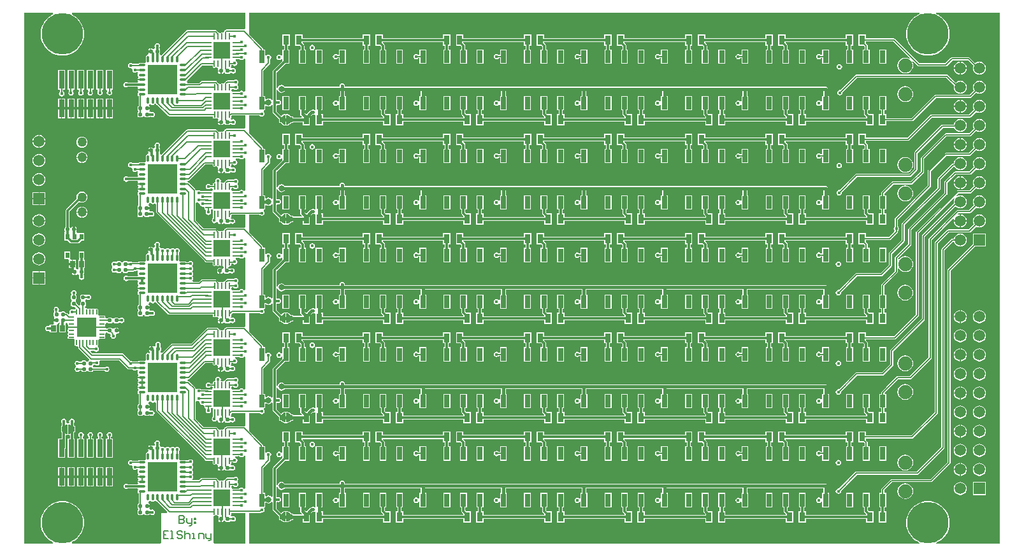
<source format=gtl>
G04*
G04 #@! TF.GenerationSoftware,Altium Limited,Altium Designer,20.0.9 (164)*
G04*
G04 Layer_Physical_Order=1*
G04 Layer_Color=255*
%FSLAX25Y25*%
%MOIN*%
G70*
G01*
G75*
%ADD10C,0.00787*%
%ADD15O,0.02953X0.00787*%
%ADD16O,0.00787X0.02953*%
%ADD17R,0.09843X0.09843*%
%ADD18R,0.03150X0.05118*%
%ADD19R,0.02500X0.02500*%
%ADD20R,0.02756X0.06693*%
%ADD21O,0.03347X0.00984*%
%ADD22O,0.00984X0.03347*%
%ADD23R,0.09055X0.09055*%
G04:AMPARAMS|DCode=24|XSize=20.47mil|YSize=22.05mil|CornerRadius=5.12mil|HoleSize=0mil|Usage=FLASHONLY|Rotation=180.000|XOffset=0mil|YOffset=0mil|HoleType=Round|Shape=RoundedRectangle|*
%AMROUNDEDRECTD24*
21,1,0.02047,0.01181,0,0,180.0*
21,1,0.01024,0.02205,0,0,180.0*
1,1,0.01024,-0.00512,0.00591*
1,1,0.01024,0.00512,0.00591*
1,1,0.01024,0.00512,-0.00591*
1,1,0.01024,-0.00512,-0.00591*
%
%ADD24ROUNDEDRECTD24*%
%ADD25R,0.15472X0.15472*%
%ADD26O,0.03937X0.01181*%
%ADD27O,0.01181X0.03937*%
G04:AMPARAMS|DCode=28|XSize=20.47mil|YSize=22.05mil|CornerRadius=5.12mil|HoleSize=0mil|Usage=FLASHONLY|Rotation=90.000|XOffset=0mil|YOffset=0mil|HoleType=Round|Shape=RoundedRectangle|*
%AMROUNDEDRECTD28*
21,1,0.02047,0.01181,0,0,90.0*
21,1,0.01024,0.02205,0,0,90.0*
1,1,0.01024,0.00591,0.00512*
1,1,0.01024,0.00591,-0.00512*
1,1,0.01024,-0.00591,-0.00512*
1,1,0.01024,-0.00591,0.00512*
%
%ADD28ROUNDEDRECTD28*%
%ADD29R,0.02992X0.09449*%
%ADD30R,0.02165X0.03150*%
%ADD31R,0.02835X0.03543*%
%ADD32R,0.02756X0.03347*%
%ADD60C,0.01181*%
%ADD61C,0.01575*%
%ADD62C,0.01500*%
%ADD63C,0.05000*%
%ADD64R,0.05906X0.05906*%
%ADD65C,0.05906*%
%ADD66C,0.07400*%
%ADD67C,0.01772*%
%ADD68C,0.02598*%
%ADD69C,0.21654*%
%ADD70C,0.03150*%
%ADD71C,0.01968*%
G36*
X113976Y269879D02*
X113842Y269703D01*
X113189Y269313D01*
X113189Y269313D01*
X104201D01*
X104201Y269313D01*
X103892Y269252D01*
X103629Y269076D01*
X103629Y269076D01*
X103168Y268615D01*
X102992Y268352D01*
X102931Y268043D01*
X102931Y268043D01*
X102144Y267692D01*
X102120Y267708D01*
X101772Y267778D01*
X101424Y267708D01*
X101303Y267628D01*
X101116Y267511D01*
X100459D01*
X100271Y267628D01*
X100151Y267708D01*
X100096Y267719D01*
X99089Y268726D01*
X98827Y268901D01*
X98517Y268963D01*
X98517Y268963D01*
X83803D01*
X83803Y268963D01*
X83494Y268901D01*
X83231Y268726D01*
X83231Y268726D01*
X70501Y255996D01*
X70283Y255953D01*
X69955Y255734D01*
X69954Y255732D01*
X69198Y255965D01*
X69172Y256581D01*
X69240Y256626D01*
X69442Y256928D01*
X69512Y257283D01*
Y258465D01*
X69442Y258820D01*
X69240Y259122D01*
X69154Y259992D01*
X69219Y260089D01*
X69326Y260630D01*
X69219Y261171D01*
X68913Y261629D01*
X68454Y261935D01*
X67913Y262043D01*
X67373Y261935D01*
X66914Y261629D01*
X66608Y261171D01*
X66500Y260630D01*
X66608Y260089D01*
X66753Y259872D01*
X66795Y259659D01*
X66583Y259288D01*
X65894Y259146D01*
X65757Y259134D01*
X65474Y259324D01*
X65118Y259394D01*
X64806D01*
Y257874D01*
X64606D01*
Y257674D01*
X63165D01*
Y257283D01*
X63236Y256928D01*
X63346Y256762D01*
X63114Y256215D01*
X62964Y256024D01*
X62606Y255953D01*
X62278Y255734D01*
X62059Y255406D01*
X61982Y255020D01*
Y252264D01*
X61993Y252208D01*
X61991Y252204D01*
X61379Y251591D01*
X61375Y251589D01*
X61319Y251601D01*
X58563D01*
X58176Y251524D01*
X57878Y251325D01*
X55179D01*
X55133Y251393D01*
X54675Y251699D01*
X54134Y251807D01*
X53593Y251699D01*
X53135Y251393D01*
X52828Y250934D01*
X52721Y250394D01*
X52828Y249853D01*
X53135Y249395D01*
X53593Y249088D01*
X54134Y248981D01*
X54348Y249023D01*
X54580Y248862D01*
X54959Y248406D01*
X54960Y248403D01*
X54886Y248031D01*
X54994Y247491D01*
X55300Y247032D01*
X55759Y246726D01*
X56299Y246619D01*
X56840Y246726D01*
X57298Y247032D01*
X57609Y246973D01*
X57799Y246551D01*
X57849Y246187D01*
X57630Y245859D01*
X57553Y245472D01*
X57630Y245086D01*
X57849Y244758D01*
X58050Y244624D01*
X58120Y244193D01*
X58050Y243762D01*
X57849Y243628D01*
X57630Y243300D01*
X57593Y243113D01*
X59941D01*
Y242713D01*
X57593D01*
X57630Y242527D01*
X57849Y242199D01*
X57920Y242152D01*
X57681Y241364D01*
X52558D01*
X52115Y241660D01*
X51575Y241767D01*
X51034Y241660D01*
X50576Y241353D01*
X50269Y240895D01*
X50162Y240354D01*
X50269Y239814D01*
X50576Y239355D01*
X51034Y239049D01*
X51575Y238941D01*
X52115Y239049D01*
X52558Y239344D01*
X57681D01*
X57920Y238557D01*
X57849Y238509D01*
X57630Y238182D01*
X57593Y237995D01*
X59941D01*
Y237595D01*
X57593D01*
X57630Y237409D01*
X57849Y237081D01*
X58050Y236947D01*
X58120Y236516D01*
X58050Y236085D01*
X57849Y235950D01*
X57630Y235623D01*
X57553Y235236D01*
X57630Y234850D01*
X57849Y234522D01*
X58176Y234303D01*
X58266Y234285D01*
Y232165D01*
X58266Y229410D01*
X58227Y229402D01*
X57925Y229201D01*
X57724Y228899D01*
X57653Y228543D01*
Y227362D01*
X57724Y227006D01*
X57823Y226858D01*
X57925Y226705D01*
Y226051D01*
X57823Y225898D01*
X57724Y225749D01*
X57653Y225394D01*
Y224213D01*
X57724Y223857D01*
X57925Y223555D01*
X58227Y223354D01*
X58583Y223283D01*
X59606D01*
X59962Y223354D01*
X60264Y223555D01*
X60404Y223765D01*
X60827Y223815D01*
X61250Y223765D01*
X61390Y223555D01*
X61691Y223354D01*
X62047Y223283D01*
X63071D01*
X63427Y223354D01*
X63728Y223555D01*
X64599Y223641D01*
X64814Y223498D01*
X65354Y223390D01*
X65895Y223498D01*
X66353Y223804D01*
X66660Y224262D01*
X66767Y224803D01*
X66660Y225344D01*
X66353Y225802D01*
X65895Y226109D01*
X65354Y226216D01*
X64814Y226109D01*
X64760Y226073D01*
X63948Y226300D01*
X63815Y226834D01*
X63864Y226907D01*
X63930Y227006D01*
X64000Y227362D01*
Y227753D01*
X62559D01*
Y228153D01*
X64000D01*
Y228543D01*
X63930Y228899D01*
X63728Y229201D01*
X63804Y229928D01*
X64005Y230073D01*
X64837Y230093D01*
X65165Y229874D01*
X65551Y229797D01*
X65938Y229874D01*
X66265Y230093D01*
X66400Y230294D01*
X66831Y230364D01*
X67262Y230294D01*
X67396Y230093D01*
X67724Y229874D01*
X67942Y229831D01*
X73686Y224086D01*
X73949Y223911D01*
X74259Y223849D01*
X74259Y223849D01*
X96960D01*
Y223478D01*
X97030Y223129D01*
X97227Y222834D01*
X97522Y222637D01*
X97870Y222568D01*
X98218Y222637D01*
X98338Y222717D01*
X98526Y222834D01*
X99183D01*
X99370Y222717D01*
X99490Y222637D01*
X99517Y222632D01*
X99856Y221845D01*
X99857Y221823D01*
X99850Y221813D01*
X99779Y221457D01*
Y221066D01*
X101221D01*
Y220866D01*
X101420D01*
Y219346D01*
X101732D01*
X102088Y219417D01*
X102390Y219618D01*
X102530Y219828D01*
X102953Y219878D01*
X103376Y219828D01*
X103516Y219618D01*
X103817Y219417D01*
X104173Y219346D01*
X105197D01*
X105553Y219417D01*
X105854Y219618D01*
X105887Y219667D01*
X106135Y219730D01*
X106693Y219794D01*
X106828Y219767D01*
X107136Y219561D01*
X107677Y219453D01*
X108218Y219561D01*
X108676Y219867D01*
X108983Y220325D01*
X109090Y220866D01*
X108983Y221407D01*
X108676Y221865D01*
X108218Y222171D01*
X107677Y222279D01*
X107136Y222171D01*
X106504Y222505D01*
X106417Y222879D01*
X106584Y223129D01*
X106654Y223478D01*
Y224136D01*
X106905Y224388D01*
X113976D01*
Y217911D01*
X113842Y217735D01*
X113189Y217345D01*
X113189Y217345D01*
X104201D01*
X104201Y217345D01*
X103892Y217283D01*
X103629Y217108D01*
X103629Y217108D01*
X103168Y216646D01*
X102992Y216384D01*
X102938Y216110D01*
X102802Y216024D01*
X102144Y215765D01*
X102120Y215781D01*
X101772Y215850D01*
X101424Y215781D01*
X101303Y215701D01*
X101116Y215584D01*
X100459D01*
X100271Y215701D01*
X100151Y215781D01*
X100096Y215792D01*
X99089Y216799D01*
X98827Y216974D01*
X98517Y217036D01*
X98517Y217036D01*
X83845D01*
X83845Y217036D01*
X83535Y216974D01*
X83272Y216799D01*
X83272Y216799D01*
X70501Y204028D01*
X70283Y203984D01*
X70064Y203838D01*
X69594Y203989D01*
X69285Y204180D01*
X69240Y204658D01*
X69442Y204959D01*
X69512Y205315D01*
Y206496D01*
X69442Y206852D01*
X69240Y207153D01*
X69154Y208024D01*
X69219Y208121D01*
X69326Y208661D01*
X69219Y209202D01*
X68913Y209661D01*
X68454Y209967D01*
X67913Y210074D01*
X67373Y209967D01*
X66914Y209661D01*
X66608Y209202D01*
X66500Y208661D01*
X66608Y208121D01*
X66753Y207903D01*
X66795Y207690D01*
X66583Y207319D01*
X65894Y207178D01*
X65757Y207166D01*
X65474Y207355D01*
X65118Y207426D01*
X64806D01*
Y205906D01*
X64606D01*
Y205705D01*
X63165D01*
Y205315D01*
X63236Y204959D01*
X63346Y204794D01*
X63114Y204246D01*
X62964Y204056D01*
X62606Y203984D01*
X62278Y203765D01*
X62059Y203438D01*
X61982Y203051D01*
Y200295D01*
X61993Y200240D01*
X61991Y200235D01*
X61379Y199623D01*
X61375Y199621D01*
X61319Y199632D01*
X58563D01*
X58176Y199555D01*
X57878Y199356D01*
X55179D01*
X55133Y199424D01*
X54675Y199731D01*
X54134Y199838D01*
X53593Y199731D01*
X53135Y199424D01*
X52828Y198966D01*
X52721Y198425D01*
X52828Y197885D01*
X53135Y197426D01*
X53593Y197120D01*
X54134Y197012D01*
X54348Y197055D01*
X54580Y196893D01*
X54959Y196437D01*
X54960Y196435D01*
X54886Y196063D01*
X54994Y195522D01*
X55300Y195064D01*
X55759Y194758D01*
X56299Y194650D01*
X56840Y194758D01*
X57298Y195064D01*
X57609Y195005D01*
X57799Y194582D01*
X57849Y194218D01*
X57630Y193890D01*
X57553Y193504D01*
X57630Y193117D01*
X57849Y192790D01*
X57920Y192742D01*
X57681Y191955D01*
X52754D01*
X52312Y192250D01*
X51772Y192358D01*
X51231Y192250D01*
X50773Y191944D01*
X50466Y191486D01*
X50359Y190945D01*
X50466Y190404D01*
X50773Y189946D01*
X51231Y189639D01*
X51772Y189532D01*
X52312Y189639D01*
X52754Y189935D01*
X57681D01*
X57920Y189147D01*
X57849Y189100D01*
X57630Y188772D01*
X57593Y188586D01*
X59941D01*
Y188186D01*
X57593D01*
X57630Y187999D01*
X57849Y187672D01*
X58050Y187538D01*
X58120Y187106D01*
X58050Y186675D01*
X57849Y186541D01*
X57630Y186213D01*
X57593Y186027D01*
X59941D01*
Y185627D01*
X57593D01*
X57630Y185440D01*
X57849Y185113D01*
X58050Y184978D01*
X58120Y184547D01*
X58050Y184116D01*
X57849Y183982D01*
X57630Y183654D01*
X57553Y183268D01*
X57630Y182881D01*
X57849Y182554D01*
X58147Y182354D01*
Y177276D01*
X57850Y177077D01*
X57649Y176776D01*
X57578Y176420D01*
Y175239D01*
X57649Y174883D01*
X57748Y174734D01*
X57850Y174581D01*
Y173928D01*
X57748Y173775D01*
X57649Y173626D01*
X57578Y173270D01*
Y172089D01*
X57649Y171733D01*
X57850Y171432D01*
X58152Y171230D01*
X58508Y171159D01*
X59532D01*
X59887Y171230D01*
X60189Y171432D01*
X60329Y171641D01*
X60752Y171691D01*
X61175Y171641D01*
X61315Y171432D01*
X61617Y171230D01*
X61972Y171159D01*
X62996D01*
X63352Y171230D01*
X63653Y171432D01*
X64501Y171402D01*
X64542Y171374D01*
X65083Y171267D01*
X65623Y171374D01*
X66082Y171680D01*
X66388Y172139D01*
X66496Y172680D01*
X66388Y173220D01*
X66082Y173679D01*
X65623Y173985D01*
X65083Y174093D01*
X64542Y173985D01*
X64501Y173958D01*
X64441Y173956D01*
X64135Y174199D01*
X63787Y174605D01*
X63855Y174883D01*
X63926Y175239D01*
X63926Y175239D01*
X63926Y175258D01*
Y175629D01*
X62484D01*
Y176029D01*
X63926D01*
Y176420D01*
X63855Y176776D01*
X63653Y177077D01*
X63551Y177146D01*
X63494Y177395D01*
X63502Y177840D01*
X63551Y178021D01*
X63706Y178124D01*
X63841Y178325D01*
X64272Y178396D01*
X64703Y178325D01*
X64837Y178124D01*
X65165Y177905D01*
X65551Y177829D01*
X65938Y177905D01*
X66265Y178124D01*
X67074Y177987D01*
X67301Y177831D01*
Y173819D01*
X67301Y173819D01*
X67363Y173509D01*
X67538Y173247D01*
X93129Y147656D01*
X93129Y147656D01*
X93391Y147481D01*
X93701Y147419D01*
X93701Y147419D01*
X96925D01*
Y146234D01*
X96994Y145886D01*
X97191Y145590D01*
X97487Y145393D01*
X97835Y145324D01*
X98183Y145393D01*
X98303Y145474D01*
X98490Y145590D01*
X99148D01*
X99335Y145474D01*
X99455Y145393D01*
X99803Y145324D01*
X100151Y145393D01*
X100271Y145474D01*
X100459Y145590D01*
X101116D01*
X101303Y145474D01*
X101424Y145393D01*
X101572Y145364D01*
Y147415D01*
X101972D01*
Y145364D01*
X102120Y145393D01*
X102181Y145434D01*
X102719Y145213D01*
X102794Y144480D01*
X102776Y144389D01*
X101996Y144161D01*
X101694Y144363D01*
X101339Y144434D01*
X101027D01*
Y142913D01*
Y141393D01*
X101339D01*
X101694Y141464D01*
X101996Y141665D01*
X102136Y141875D01*
X102559Y141925D01*
X102982Y141875D01*
X103122Y141665D01*
X103424Y141464D01*
X103779Y141393D01*
X104803D01*
X105159Y141464D01*
X105461Y141665D01*
X106334Y141618D01*
X106349Y141608D01*
X106890Y141500D01*
X107431Y141608D01*
X107889Y141914D01*
X108195Y142373D01*
X108303Y142913D01*
X108195Y143454D01*
X107889Y143912D01*
X107431Y144219D01*
X106890Y144326D01*
X106349Y144219D01*
X106334Y144209D01*
X105461Y144161D01*
X105159Y144363D01*
X105099Y144375D01*
X105050Y144726D01*
X105709Y145324D01*
X106057Y145393D01*
X106352Y145590D01*
X106549Y145886D01*
X106618Y146234D01*
Y146632D01*
X107476D01*
X107924Y146332D01*
X108465Y146225D01*
X109005Y146332D01*
X109464Y146639D01*
X109770Y147097D01*
X109878Y147638D01*
X109770Y148179D01*
X109464Y148637D01*
X109005Y148943D01*
X108892Y148966D01*
X108969Y149753D01*
X110138D01*
X110486Y149822D01*
X111009Y149788D01*
X111467Y149482D01*
X112008Y149374D01*
X112549Y149482D01*
X113007Y149788D01*
X113189Y150061D01*
X113976Y149851D01*
X113976Y132961D01*
X113189Y132722D01*
X113042Y132941D01*
X112584Y133247D01*
X112043Y133355D01*
X111503Y133247D01*
X111044Y132941D01*
X110521Y132684D01*
X110173Y132753D01*
X107811D01*
X107522Y132696D01*
X107345Y132708D01*
X106917Y132797D01*
X106619Y133553D01*
X106914Y134282D01*
X107768D01*
X107895Y134093D01*
X108353Y133786D01*
X108894Y133679D01*
X109434Y133786D01*
X109893Y134093D01*
X110199Y134551D01*
X110307Y135092D01*
X110199Y135632D01*
X109893Y136091D01*
Y136848D01*
X110199Y137307D01*
X110307Y137848D01*
X110199Y138388D01*
X109893Y138847D01*
X109434Y139153D01*
X108894Y139261D01*
X108353Y139153D01*
X107895Y138847D01*
X107768Y138657D01*
X104591D01*
X104282Y138595D01*
X104019Y138420D01*
X104019Y138420D01*
X103220Y137620D01*
X103044Y137358D01*
X102975Y137306D01*
X102891Y137261D01*
X102295Y137075D01*
X102208Y137078D01*
X102155Y137113D01*
X101807Y137182D01*
X101459Y137113D01*
X101339Y137033D01*
X101152Y136916D01*
X100494D01*
X100307Y137033D01*
X100187Y137113D01*
X100145Y137121D01*
X99089Y138177D01*
X98827Y138352D01*
X98517Y138414D01*
X98517Y138414D01*
X91256D01*
X91256Y138414D01*
X90946Y138352D01*
X90684Y138177D01*
X89733Y137227D01*
X86529D01*
X86303Y137805D01*
X86260Y138014D01*
X86542Y138436D01*
X86649Y138976D01*
X86542Y139517D01*
X86235Y139976D01*
Y140340D01*
X86542Y140798D01*
X86649Y141339D01*
X86542Y141879D01*
X86235Y142338D01*
Y143095D01*
X86542Y143554D01*
X86649Y144095D01*
X86542Y144635D01*
X86235Y145094D01*
Y145851D01*
X86542Y146310D01*
X86649Y146850D01*
X86542Y147391D01*
X86235Y147850D01*
X85777Y148156D01*
X85236Y148263D01*
X84696Y148156D01*
X84237Y147850D01*
X84029Y147538D01*
X83235D01*
X83162Y147587D01*
X82776Y147663D01*
X80020D01*
X79964Y147652D01*
X79959Y147654D01*
X79347Y148267D01*
X79345Y148271D01*
X79356Y148327D01*
Y151083D01*
X79280Y151469D01*
X79231Y151542D01*
Y152342D01*
X79421Y152469D01*
X79727Y152927D01*
X79835Y153468D01*
X79727Y154009D01*
X79421Y154467D01*
X78962Y154773D01*
X78422Y154881D01*
X77881Y154773D01*
X77423Y154467D01*
X77059D01*
X76600Y154773D01*
X76060Y154881D01*
X75519Y154773D01*
X75060Y154467D01*
X74303D01*
X73844Y154773D01*
X73304Y154881D01*
X72763Y154773D01*
X72304Y154467D01*
X71547D01*
X71088Y154773D01*
X70548Y154881D01*
X70007Y154773D01*
X69240Y155185D01*
X69154Y156055D01*
X69219Y156152D01*
X69326Y156693D01*
X69219Y157234D01*
X68913Y157692D01*
X68454Y157998D01*
X67913Y158106D01*
X67373Y157998D01*
X66914Y157692D01*
X66608Y157234D01*
X66500Y156693D01*
X66608Y156152D01*
X66753Y155935D01*
X66795Y155722D01*
X66583Y155351D01*
X65894Y155209D01*
X65757Y155197D01*
X65474Y155386D01*
X65118Y155457D01*
X64806D01*
Y153937D01*
X64606D01*
Y153737D01*
X63165D01*
Y153347D01*
X63236Y152991D01*
X63346Y152825D01*
X63114Y152278D01*
X62964Y152087D01*
X62606Y152016D01*
X62278Y151797D01*
X62059Y151469D01*
X61982Y151083D01*
Y148327D01*
X61993Y148271D01*
X61991Y148267D01*
X61379Y147654D01*
X61375Y147652D01*
X61319Y147663D01*
X58563D01*
X58176Y147587D01*
X57878Y147388D01*
X55179D01*
X55133Y147456D01*
X54675Y147762D01*
X54134Y147870D01*
X53593Y147762D01*
X53421Y147647D01*
X53392Y147637D01*
X52508Y147705D01*
X52206Y147906D01*
X51850Y147977D01*
X50827D01*
X50471Y147906D01*
X50169Y147705D01*
X50029Y147495D01*
X49606Y147445D01*
X49183Y147495D01*
X49043Y147705D01*
X48742Y147906D01*
X48386Y147977D01*
X47362D01*
X47006Y147906D01*
X46705Y147705D01*
X45831Y147752D01*
X45816Y147762D01*
X45276Y147870D01*
X44735Y147762D01*
X44276Y147456D01*
X43970Y146997D01*
X43863Y146457D01*
X43970Y145916D01*
X44276Y145458D01*
X44282Y145454D01*
Y144507D01*
X44276Y144503D01*
X43970Y144045D01*
X43863Y143504D01*
X43970Y142963D01*
X44276Y142505D01*
X44735Y142199D01*
X45276Y142091D01*
X45816Y142199D01*
X46705Y142059D01*
X47006Y141858D01*
X47362Y141787D01*
X48386D01*
X48742Y141858D01*
X49043Y142059D01*
X49183Y142269D01*
X49606Y142318D01*
X50029Y142269D01*
X50169Y142059D01*
X50471Y141858D01*
X50827Y141787D01*
X51850D01*
X52206Y141858D01*
X52508Y142059D01*
X52709Y142361D01*
X52737Y142498D01*
X55245D01*
X55246Y142498D01*
X55555Y142559D01*
X55818Y142735D01*
X55853Y142770D01*
X56299Y142682D01*
X56840Y142789D01*
X57298Y143095D01*
X57609Y143036D01*
X57799Y142614D01*
X57849Y142250D01*
X57630Y141922D01*
X57553Y141535D01*
X57630Y141149D01*
X57849Y140821D01*
X57920Y140774D01*
X57681Y139986D01*
X52754D01*
X52312Y140282D01*
X51772Y140389D01*
X51231Y140282D01*
X50773Y139976D01*
X50466Y139517D01*
X50359Y138976D01*
X50466Y138436D01*
X50773Y137977D01*
X51231Y137671D01*
X51772Y137563D01*
X52312Y137671D01*
X52754Y137966D01*
X57681D01*
X57920Y137179D01*
X57849Y137132D01*
X57630Y136804D01*
X57553Y136417D01*
X57630Y136031D01*
X57849Y135703D01*
X58050Y135569D01*
X58120Y135138D01*
X58050Y134707D01*
X57849Y134572D01*
X57630Y134245D01*
X57593Y134058D01*
X59941D01*
Y133658D01*
X57593D01*
X57630Y133472D01*
X57849Y133144D01*
X58050Y133010D01*
X58120Y132579D01*
X58050Y132148D01*
X57849Y132013D01*
X57630Y131686D01*
X57553Y131299D01*
X57630Y130913D01*
X57849Y130585D01*
X58176Y130366D01*
X58266Y130348D01*
Y128150D01*
X58246Y128051D01*
X58266Y127952D01*
Y125276D01*
X58227Y125268D01*
X57925Y125067D01*
X57724Y124765D01*
X57653Y124409D01*
Y123228D01*
X57724Y122873D01*
X57823Y122724D01*
X57925Y122571D01*
Y121917D01*
X57823Y121764D01*
X57724Y121616D01*
X57653Y121260D01*
Y120079D01*
X57724Y119723D01*
X57925Y119421D01*
X58227Y119220D01*
X58583Y119149D01*
X59606D01*
X59962Y119220D01*
X60264Y119421D01*
X60404Y119631D01*
X60827Y119681D01*
X61250Y119631D01*
X61390Y119421D01*
X61691Y119220D01*
X62047Y119149D01*
X63071D01*
X63427Y119220D01*
X63728Y119421D01*
X64599Y119507D01*
X64814Y119364D01*
X65354Y119256D01*
X65895Y119364D01*
X66353Y119670D01*
X66660Y120129D01*
X66767Y120669D01*
X66660Y121210D01*
X66353Y121668D01*
X65895Y121975D01*
X65354Y122082D01*
X64814Y121975D01*
X64760Y121939D01*
X63948Y122166D01*
X63815Y122700D01*
X63930Y122873D01*
X64000Y123228D01*
X64000Y123228D01*
X64000Y123245D01*
Y123619D01*
X62559D01*
Y124019D01*
X64000D01*
Y124409D01*
X63930Y124765D01*
X63728Y125067D01*
X63557Y125181D01*
X63492Y125457D01*
X63485Y125657D01*
X63544Y126048D01*
X63706Y126156D01*
X63841Y126357D01*
X64272Y126427D01*
X64703Y126357D01*
X64837Y126156D01*
X65165Y125937D01*
X65551Y125860D01*
X65938Y125937D01*
X66265Y126156D01*
X66400Y126357D01*
X66831Y126427D01*
X67262Y126357D01*
X67396Y126156D01*
X67724Y125937D01*
X67942Y125893D01*
X73640Y120195D01*
X73903Y120020D01*
X74213Y119958D01*
X74213Y119958D01*
X96960D01*
Y119541D01*
X97030Y119192D01*
X97227Y118897D01*
X97522Y118700D01*
X97870Y118631D01*
X98218Y118700D01*
X98338Y118781D01*
X98526Y118897D01*
X99183D01*
X99370Y118781D01*
X99490Y118700D01*
X99517Y118695D01*
X99856Y117908D01*
X99857Y117886D01*
X99850Y117876D01*
X99779Y117520D01*
Y117129D01*
X101221D01*
Y116929D01*
X101420D01*
Y115409D01*
X101732D01*
X102088Y115480D01*
X102390Y115681D01*
X102530Y115891D01*
X102953Y115940D01*
X103376Y115891D01*
X103516Y115681D01*
X103817Y115480D01*
X104173Y115409D01*
X105197D01*
X105553Y115480D01*
X105854Y115681D01*
X106728Y115634D01*
X106743Y115624D01*
X107283Y115516D01*
X107824Y115624D01*
X108283Y115930D01*
X108589Y116388D01*
X108696Y116929D01*
X108589Y117470D01*
X108283Y117928D01*
X107824Y118235D01*
X107283Y118342D01*
X106743Y118235D01*
X106387Y118897D01*
X106584Y119192D01*
X106654Y119541D01*
Y120199D01*
X107299Y120844D01*
X113976D01*
Y113974D01*
X113842Y113798D01*
X113189Y113408D01*
X113189Y113408D01*
X104201D01*
X104201Y113408D01*
X103892Y113346D01*
X103629Y113171D01*
X103629Y113171D01*
X103168Y112709D01*
X102992Y112447D01*
X102943Y112198D01*
X102937Y112193D01*
X102729Y112065D01*
X102144Y111857D01*
X102120Y111873D01*
X101772Y111942D01*
X101424Y111873D01*
X101400Y111857D01*
X101257D01*
X100619Y112107D01*
X100551Y112165D01*
X100551Y112167D01*
X100375Y112430D01*
X100375Y112430D01*
X99914Y112891D01*
X99652Y113066D01*
X99342Y113128D01*
X99342Y113128D01*
X94405D01*
X94096Y113066D01*
X93833Y112891D01*
X93833Y112891D01*
X85688Y104746D01*
X75599D01*
X75599Y104746D01*
X75289Y104685D01*
X75026Y104509D01*
X70634Y100117D01*
X70411Y100073D01*
X70089Y100181D01*
X69586Y100529D01*
X69575Y100681D01*
X69634Y100721D01*
X69835Y101022D01*
X69906Y101378D01*
Y102559D01*
X69835Y102915D01*
X69634Y103216D01*
X69612Y103790D01*
X69720Y104331D01*
X69612Y104871D01*
X69306Y105330D01*
X68848Y105636D01*
X68307Y105744D01*
X67766Y105636D01*
X67308Y105330D01*
X67002Y104871D01*
X66894Y104331D01*
X67002Y103790D01*
X67006Y103782D01*
X66917Y103515D01*
X66456Y103331D01*
X66125Y103246D01*
X65868Y103418D01*
X65512Y103489D01*
X65200D01*
Y101969D01*
X65000D01*
Y101769D01*
X63559D01*
Y101378D01*
X63629Y101022D01*
X63831Y100721D01*
X63914Y100665D01*
X64047Y100006D01*
X63882Y99920D01*
X63682Y99844D01*
X63379Y100047D01*
X62992Y100124D01*
X62606Y100047D01*
X62278Y99828D01*
X62059Y99501D01*
X61982Y99114D01*
Y96358D01*
X61993Y96303D01*
X61991Y96298D01*
X61379Y95686D01*
X61375Y95684D01*
X61319Y95695D01*
X58563D01*
X58176Y95618D01*
X57878Y95419D01*
X55179D01*
X55133Y95487D01*
X54675Y95794D01*
X54134Y95901D01*
X53910Y95857D01*
X50375Y99391D01*
X50113Y99567D01*
X49803Y99628D01*
X49803Y99628D01*
X33904D01*
X33160Y100372D01*
X33487Y101159D01*
X34898D01*
X35024Y100969D01*
X35483Y100663D01*
X36024Y100556D01*
X36564Y100663D01*
X37023Y100969D01*
X37329Y101428D01*
X37437Y101969D01*
X37329Y102509D01*
X37024Y102966D01*
X37023Y102968D01*
X36802Y103726D01*
X36918Y103945D01*
X36968Y104021D01*
X37030Y104331D01*
Y106496D01*
X36987Y106709D01*
X37254Y107037D01*
X37582Y107304D01*
X37795Y107262D01*
X39961D01*
X40270Y107323D01*
X40533Y107499D01*
X40708Y107761D01*
X40770Y108071D01*
X40708Y108380D01*
X40673Y108433D01*
X40533Y108664D01*
Y109250D01*
X40673Y109480D01*
X40708Y109533D01*
X40770Y109843D01*
X41240Y110572D01*
X41890Y110502D01*
X41980Y110366D01*
X42282Y110165D01*
X42638Y110094D01*
X43094D01*
X43563Y109418D01*
X43574Y109386D01*
X43469Y108858D01*
X43576Y108317D01*
X43883Y107859D01*
X44341Y107553D01*
X44882Y107445D01*
X45423Y107553D01*
X45881Y107859D01*
X46187Y108317D01*
X46295Y108858D01*
X46206Y109307D01*
X46260Y109503D01*
X46670Y110094D01*
X47126D01*
X47482Y110165D01*
X47783Y110366D01*
X47985Y110668D01*
X48056Y111024D01*
Y111414D01*
X46614D01*
Y111614D01*
X46414D01*
Y113134D01*
X46102D01*
X45747Y113064D01*
X45445Y112862D01*
X45305Y112652D01*
X44882Y112603D01*
X44459Y112652D01*
X44319Y112862D01*
X44017Y113064D01*
X43661Y113134D01*
X42638D01*
X42282Y113064D01*
X41980Y112862D01*
X41890Y112727D01*
X41240Y112657D01*
X40899Y113186D01*
X38878D01*
Y113586D01*
X40730D01*
X40708Y113696D01*
X40673Y113748D01*
X40620Y113835D01*
X40569Y114272D01*
X40620Y114708D01*
X40673Y114795D01*
X40708Y114848D01*
X40770Y115157D01*
X41240Y115887D01*
X41890Y115817D01*
X41980Y115681D01*
X42282Y115480D01*
X42638Y115409D01*
X43661D01*
X44017Y115480D01*
X44319Y115681D01*
X44459Y115891D01*
X44882Y115940D01*
X45305Y115891D01*
X45445Y115681D01*
X45747Y115480D01*
X46102Y115409D01*
X47126D01*
X47482Y115480D01*
X47783Y115681D01*
X48657Y115634D01*
X48672Y115624D01*
X49213Y115516D01*
X49753Y115624D01*
X50212Y115930D01*
X50518Y116388D01*
X50625Y116929D01*
X50518Y117470D01*
X50212Y117928D01*
X49753Y118235D01*
X49213Y118342D01*
X48672Y118235D01*
X48657Y118225D01*
X47783Y118177D01*
X47482Y118379D01*
X47126Y118449D01*
X46102D01*
X45747Y118379D01*
X45445Y118177D01*
X45305Y117967D01*
X44882Y117918D01*
X44459Y117967D01*
X44319Y118177D01*
X44017Y118379D01*
X43661Y118449D01*
X42638D01*
X42282Y118379D01*
X41980Y118177D01*
X41890Y118042D01*
X41240Y117972D01*
X40770Y118701D01*
X40708Y119010D01*
X40533Y119273D01*
X40270Y119448D01*
X39961Y119510D01*
X37795D01*
X37582Y119468D01*
X37254Y119734D01*
X36987Y120062D01*
X37030Y120276D01*
Y122441D01*
X36968Y122751D01*
X36793Y123013D01*
X36530Y123189D01*
X36220Y123250D01*
X35911Y123189D01*
X35858Y123153D01*
X35628Y123013D01*
X35041D01*
X34811Y123153D01*
X34758Y123189D01*
X34449Y123250D01*
X34139Y123189D01*
X34086Y123153D01*
X33856Y123013D01*
X33270D01*
X33040Y123153D01*
X32987Y123189D01*
X32677Y123250D01*
X32677Y123250D01*
X32368Y123189D01*
X31791Y123068D01*
X31215Y123189D01*
X30906Y123250D01*
X30906Y123250D01*
X30176Y123720D01*
X30246Y124370D01*
X30382Y124461D01*
X30583Y124762D01*
X30654Y125118D01*
Y126142D01*
X30583Y126497D01*
X30382Y126799D01*
X30433Y127629D01*
X30647Y127914D01*
X31258Y127889D01*
X31349Y127828D01*
X31890Y127721D01*
X32430Y127828D01*
X32889Y128135D01*
X33195Y128593D01*
X33303Y129134D01*
X33195Y129675D01*
X32889Y130133D01*
X32430Y130439D01*
X31890Y130547D01*
X31349Y130439D01*
X31244Y130369D01*
X30382Y130264D01*
X30080Y130465D01*
X29724Y130536D01*
X28543D01*
X28188Y130465D01*
X27886Y130264D01*
X27684Y129962D01*
X27614Y129606D01*
Y128583D01*
X27684Y128227D01*
X27886Y127925D01*
X28096Y127785D01*
X28145Y127362D01*
X28096Y126939D01*
X27886Y126799D01*
X27684Y126497D01*
X27614Y126142D01*
Y125118D01*
X27634Y125018D01*
X26908Y124630D01*
X25893Y125645D01*
X25733Y125752D01*
Y126142D01*
X25662Y126497D01*
X25460Y126799D01*
X25251Y126939D01*
X25201Y127362D01*
X25251Y127785D01*
X25460Y127925D01*
X25662Y128227D01*
X25733Y128583D01*
Y129606D01*
X25662Y129962D01*
X25460Y130264D01*
X25518Y130955D01*
X25626Y131496D01*
X25518Y132037D01*
X25212Y132495D01*
X24753Y132801D01*
X24213Y132909D01*
X23672Y132801D01*
X23213Y132495D01*
X22907Y132037D01*
X22800Y131496D01*
X22907Y130955D01*
X22965Y130264D01*
X22763Y129962D01*
X22692Y129606D01*
Y128583D01*
X22763Y128227D01*
X22965Y127925D01*
X23174Y127785D01*
X23224Y127362D01*
X23174Y126939D01*
X22965Y126799D01*
X22763Y126497D01*
X22692Y126142D01*
Y125118D01*
X22763Y124762D01*
X22965Y124461D01*
X23266Y124259D01*
X23622Y124188D01*
X24676D01*
X25006Y123813D01*
X25190Y123471D01*
X25081Y123055D01*
X25018Y123013D01*
X24915Y122859D01*
X24839Y122801D01*
X24601Y122704D01*
X24010Y122589D01*
X23844Y122700D01*
X23303Y122808D01*
X22763Y122700D01*
X22304Y122394D01*
X21998Y121936D01*
X21891Y121395D01*
X21998Y120854D01*
X22085Y120725D01*
X21473Y120223D01*
X21045Y120651D01*
X20782Y120826D01*
X20472Y120888D01*
X20032Y121025D01*
X19831Y121327D01*
X19529Y121528D01*
X19173Y121599D01*
X18150D01*
X17794Y121528D01*
X17508Y121337D01*
X17411Y121340D01*
X16679Y121462D01*
X16432Y121852D01*
X16463Y122097D01*
X16570Y122638D01*
X16463Y123179D01*
X16157Y123637D01*
X15698Y123943D01*
X15157Y124051D01*
X14617Y123943D01*
X14158Y123637D01*
X13852Y123179D01*
X13745Y122638D01*
X13852Y122097D01*
X14028Y121327D01*
X13826Y121025D01*
X13755Y120669D01*
Y119488D01*
X13826Y119132D01*
X13892Y119033D01*
X14028Y118831D01*
Y118177D01*
X13892Y117974D01*
X13826Y117876D01*
X13755Y117520D01*
Y117129D01*
X15197D01*
Y116729D01*
X13755D01*
Y116339D01*
X13826Y115983D01*
X14028Y115681D01*
X14065Y115656D01*
X13827Y114868D01*
X11805D01*
Y114624D01*
X11557Y114419D01*
X11017Y114131D01*
X10630Y114208D01*
X10089Y114101D01*
X9631Y113794D01*
X9324Y113336D01*
X9217Y112795D01*
X9324Y112255D01*
X9631Y111796D01*
X10089Y111490D01*
X10630Y111382D01*
X11017Y111459D01*
X11557Y111171D01*
X11805Y110967D01*
Y110722D01*
X15361D01*
X15361Y114736D01*
X15522Y115048D01*
X15876Y115442D01*
X16064Y115480D01*
X16366Y115681D01*
X16967Y115567D01*
X16743Y114868D01*
X16529D01*
Y110722D01*
X20085D01*
Y114868D01*
X20085D01*
X20056Y115312D01*
X20335Y115727D01*
X20681Y115717D01*
X21041Y115157D01*
X21103Y114848D01*
X21138Y114795D01*
X21191Y114708D01*
X21242Y114272D01*
X21191Y113835D01*
X21138Y113748D01*
X21103Y113696D01*
X21081Y113586D01*
X22933D01*
Y113186D01*
X21081D01*
X21103Y113076D01*
X21138Y113023D01*
X21191Y112936D01*
X21242Y112500D01*
X21191Y112064D01*
X21138Y111977D01*
X21103Y111924D01*
X21041Y111614D01*
X21103Y111304D01*
X21138Y111252D01*
X21278Y111021D01*
Y110435D01*
X21138Y110205D01*
X21103Y110152D01*
X21041Y109843D01*
X21103Y109533D01*
X21138Y109480D01*
X21278Y109250D01*
Y108664D01*
X21138Y108433D01*
X21103Y108380D01*
X21041Y108071D01*
X21103Y107761D01*
X21278Y107499D01*
X21541Y107323D01*
X21850Y107262D01*
X24016D01*
X24229Y107304D01*
X24557Y107037D01*
X24824Y106709D01*
X24781Y106496D01*
Y104331D01*
X24843Y104021D01*
X25018Y103759D01*
X25281Y103583D01*
X25591Y103522D01*
X25765Y103556D01*
X26275Y103290D01*
X26553Y103072D01*
Y102756D01*
X26553Y102756D01*
X26614Y102446D01*
X26790Y102184D01*
X32222Y96752D01*
X32201Y96457D01*
X32019Y95841D01*
X31862Y95736D01*
X31722Y95526D01*
X31299Y95477D01*
X30876Y95526D01*
X30736Y95736D01*
X30435Y95938D01*
X30079Y96008D01*
X29055D01*
X28699Y95938D01*
X28398Y95736D01*
X28196Y95434D01*
X28169Y95297D01*
X27307D01*
X27180Y95487D01*
X26722Y95794D01*
X26181Y95901D01*
X25640Y95794D01*
X25182Y95487D01*
X24876Y95029D01*
X24768Y94488D01*
X24876Y93947D01*
X25182Y93489D01*
X25188Y93485D01*
Y92538D01*
X25182Y92535D01*
X24876Y92076D01*
X24768Y91535D01*
X24876Y90995D01*
X25182Y90536D01*
X25640Y90230D01*
X26181Y90122D01*
X26722Y90230D01*
X27180Y90536D01*
X27307Y90726D01*
X28169D01*
X28196Y90589D01*
X28398Y90288D01*
X28699Y90086D01*
X29055Y90015D01*
X30079D01*
X30435Y90086D01*
X30736Y90288D01*
X30876Y90497D01*
X31299Y90547D01*
X31722Y90497D01*
X31862Y90288D01*
X32164Y90086D01*
X32520Y90015D01*
X33543D01*
X33899Y90086D01*
X34201Y90288D01*
X34402Y90589D01*
X34410Y90628D01*
X40344D01*
X40536Y90339D01*
X40995Y90033D01*
X41535Y89926D01*
X42076Y90033D01*
X42535Y90339D01*
X42841Y90798D01*
X42948Y91339D01*
X42841Y91879D01*
X42535Y92338D01*
X42076Y92644D01*
X41535Y92751D01*
X40995Y92644D01*
X40536Y92338D01*
X40475Y92246D01*
X34449D01*
X34402Y92482D01*
X34201Y92783D01*
Y93093D01*
X34644Y93631D01*
X35418Y93686D01*
X35877Y93380D01*
X36417Y93272D01*
X36958Y93380D01*
X37416Y93686D01*
X37723Y94144D01*
X37830Y94685D01*
X37723Y95226D01*
X37704Y95254D01*
X38125Y96041D01*
X48090D01*
X52577Y91554D01*
X52577Y91554D01*
X52840Y91378D01*
X53150Y91317D01*
X55173D01*
X55300Y91127D01*
X55759Y90821D01*
X56299Y90713D01*
X56840Y90821D01*
X57298Y91127D01*
X57609Y91068D01*
X57799Y90645D01*
X57849Y90281D01*
X57630Y89953D01*
X57553Y89567D01*
X57630Y89180D01*
X57849Y88853D01*
X58050Y88719D01*
X58120Y88287D01*
X58050Y87856D01*
X57849Y87722D01*
X57630Y87394D01*
X57593Y87208D01*
X59941D01*
Y86808D01*
X57593D01*
X57630Y86621D01*
X57849Y86294D01*
X58050Y86159D01*
X58120Y85728D01*
X58050Y85297D01*
X57849Y85163D01*
X57630Y84835D01*
X57593Y84649D01*
X59941D01*
Y84249D01*
X57593D01*
X57630Y84062D01*
X57849Y83735D01*
X58050Y83600D01*
X58120Y83169D01*
X58050Y82738D01*
X57849Y82604D01*
X57630Y82276D01*
X57593Y82090D01*
X59941D01*
Y81690D01*
X57593D01*
X57630Y81503D01*
X57849Y81176D01*
X58050Y81041D01*
X58120Y80610D01*
X58050Y80179D01*
X57849Y80045D01*
X57630Y79717D01*
X57553Y79331D01*
X57630Y78944D01*
X57849Y78617D01*
X58176Y78398D01*
X58266Y78380D01*
Y75985D01*
X58246Y75886D01*
X58266Y75787D01*
Y73111D01*
X58227Y73103D01*
X57925Y72901D01*
X57724Y72600D01*
X57653Y72244D01*
Y71063D01*
X57724Y70707D01*
X57823Y70559D01*
X57925Y70405D01*
Y69752D01*
X57823Y69599D01*
X57724Y69450D01*
X57653Y69095D01*
Y67913D01*
X57724Y67558D01*
X57925Y67256D01*
X58227Y67054D01*
X58583Y66984D01*
X59606D01*
X59962Y67054D01*
X60264Y67256D01*
X60404Y67466D01*
X60827Y67515D01*
X61250Y67466D01*
X61390Y67256D01*
X61691Y67054D01*
X62047Y66984D01*
X63071D01*
X63427Y67054D01*
X63728Y67256D01*
X64576Y67226D01*
X64617Y67198D01*
X65158Y67091D01*
X65698Y67198D01*
X66157Y67505D01*
X66463Y67963D01*
X66570Y68504D01*
X66463Y69045D01*
X66157Y69503D01*
X65698Y69809D01*
X65158Y69917D01*
X64617Y69809D01*
X64576Y69782D01*
X64420Y69776D01*
X63839Y70457D01*
X63820Y70543D01*
X63864Y70608D01*
X63930Y70707D01*
X64000Y71063D01*
Y71453D01*
X62559D01*
Y71854D01*
X64000D01*
Y72244D01*
X63930Y72600D01*
X63728Y72901D01*
X63427Y73103D01*
X63245Y73139D01*
Y73942D01*
X63379Y73968D01*
X63706Y74187D01*
X63841Y74388D01*
X64272Y74459D01*
X64703Y74388D01*
X64837Y74187D01*
X65165Y73968D01*
X65551Y73892D01*
X65938Y73968D01*
X66265Y74187D01*
X67074Y74050D01*
X67301Y73894D01*
Y69882D01*
X67301Y69882D01*
X67363Y69572D01*
X67538Y69310D01*
X93129Y43719D01*
X93129Y43719D01*
X93391Y43544D01*
X93701Y43482D01*
X96925D01*
Y42323D01*
X96994Y41975D01*
X97191Y41680D01*
X97487Y41482D01*
X97835Y41413D01*
X98183Y41482D01*
X98303Y41563D01*
X98490Y41680D01*
X98748D01*
X99450Y41485D01*
X99452Y41485D01*
X99455Y41482D01*
X99834Y40740D01*
X99838Y40717D01*
X99841Y40664D01*
X99779Y40354D01*
Y39964D01*
X101221D01*
Y39764D01*
X101420D01*
Y38244D01*
X101732D01*
X102088Y38314D01*
X102390Y38516D01*
X102530Y38726D01*
X102953Y38775D01*
X103376Y38726D01*
X103516Y38516D01*
X103817Y38314D01*
X104173Y38244D01*
X105197D01*
X105553Y38314D01*
X105854Y38516D01*
X106728Y38468D01*
X106743Y38458D01*
X107283Y38351D01*
X107824Y38458D01*
X108283Y38765D01*
X108589Y39223D01*
X108696Y39764D01*
X108589Y40304D01*
X108283Y40763D01*
X107824Y41069D01*
X107283Y41177D01*
X106831Y41087D01*
X106558Y41424D01*
X106393Y41741D01*
X106549Y41975D01*
X106618Y42323D01*
Y42695D01*
X107476D01*
X107924Y42395D01*
X108465Y42288D01*
X109005Y42395D01*
X109464Y42702D01*
X109770Y43160D01*
X109878Y43701D01*
X109770Y44241D01*
X109464Y44700D01*
X109005Y45006D01*
X108760Y45055D01*
X108838Y45842D01*
X110138D01*
X110486Y45912D01*
X111009Y45851D01*
X111467Y45545D01*
X112008Y45437D01*
X112549Y45545D01*
X113007Y45851D01*
X113189Y46124D01*
X113976Y45914D01*
Y29024D01*
X113189Y28785D01*
X113042Y29004D01*
X112584Y29311D01*
X112043Y29418D01*
X111503Y29311D01*
X111044Y29004D01*
X110486Y28793D01*
X110138Y28862D01*
X107776D01*
X107487Y28805D01*
X107310Y28817D01*
X106889Y28904D01*
X106625Y29670D01*
X107017Y30345D01*
X107768D01*
X107895Y30156D01*
X108353Y29849D01*
X108894Y29742D01*
X109434Y29849D01*
X109893Y30156D01*
X110199Y30614D01*
X110307Y31155D01*
X110199Y31695D01*
X109893Y32154D01*
X109857Y32859D01*
X110164Y33318D01*
X110271Y33858D01*
X110164Y34399D01*
X109857Y34857D01*
X109399Y35164D01*
X108858Y35271D01*
X108317Y35164D01*
X107859Y34857D01*
X107732Y34668D01*
X104539D01*
X104229Y34606D01*
X103967Y34431D01*
X103220Y33683D01*
X103044Y33421D01*
X102910Y33336D01*
X102902Y33333D01*
X102268Y33155D01*
X102215Y33159D01*
X102120Y33222D01*
X101772Y33292D01*
X101424Y33222D01*
X101303Y33142D01*
X101116Y33025D01*
X100459D01*
X100271Y33142D01*
X100151Y33222D01*
X100096Y33233D01*
X99089Y34240D01*
X98827Y34415D01*
X98517Y34477D01*
X98517Y34477D01*
X91256D01*
X91256Y34477D01*
X90946Y34415D01*
X90684Y34240D01*
X89733Y33290D01*
X86529D01*
X86303Y33868D01*
X86260Y34077D01*
X86542Y34499D01*
X86649Y35039D01*
X86542Y35580D01*
X86235Y36039D01*
Y36402D01*
X86542Y36861D01*
X86649Y37402D01*
X86542Y37942D01*
X86235Y38401D01*
Y39158D01*
X86542Y39617D01*
X86649Y40157D01*
X86542Y40698D01*
X86235Y41157D01*
Y41914D01*
X86542Y42373D01*
X86649Y42913D01*
X86542Y43454D01*
X86235Y43913D01*
X85777Y44219D01*
X85236Y44326D01*
X84696Y44219D01*
X84237Y43913D01*
X84029Y43601D01*
X83235D01*
X83162Y43650D01*
X82776Y43727D01*
X80020D01*
X79964Y43715D01*
X79959Y43717D01*
X79347Y44330D01*
X79345Y44334D01*
X79356Y44390D01*
Y47146D01*
X79280Y47532D01*
X79231Y47605D01*
Y48405D01*
X79421Y48532D01*
X79727Y48990D01*
X79835Y49531D01*
X79727Y50072D01*
X79421Y50530D01*
X78962Y50836D01*
X78422Y50944D01*
X77881Y50836D01*
X77423Y50530D01*
X77059D01*
X76600Y50836D01*
X76060Y50944D01*
X75519Y50836D01*
X75060Y50530D01*
X74303D01*
X73844Y50836D01*
X73304Y50944D01*
X72763Y50836D01*
X72304Y50530D01*
X71547D01*
X71088Y50836D01*
X70548Y50944D01*
X70007Y50836D01*
X69240Y51248D01*
X69154Y52118D01*
X69219Y52215D01*
X69326Y52756D01*
X69219Y53297D01*
X68913Y53755D01*
X68454Y54061D01*
X67913Y54169D01*
X67373Y54061D01*
X66914Y53755D01*
X66608Y53297D01*
X66500Y52756D01*
X66608Y52215D01*
X66753Y51998D01*
X66795Y51785D01*
X66583Y51414D01*
X65894Y51272D01*
X65757Y51260D01*
X65474Y51449D01*
X65118Y51520D01*
X64806D01*
Y50000D01*
X64606D01*
Y49800D01*
X63165D01*
Y49409D01*
X63236Y49054D01*
X63346Y48888D01*
X63114Y48341D01*
X62964Y48150D01*
X62606Y48079D01*
X62278Y47860D01*
X62059Y47532D01*
X61982Y47146D01*
Y44390D01*
X61993Y44334D01*
X61991Y44330D01*
X61379Y43717D01*
X61375Y43715D01*
X61319Y43727D01*
X58563D01*
X58176Y43650D01*
X57878Y43450D01*
X55179D01*
X55133Y43519D01*
X54675Y43825D01*
X54134Y43933D01*
X53593Y43825D01*
X53135Y43519D01*
X52828Y43060D01*
X52721Y42520D01*
X52828Y41979D01*
X53135Y41521D01*
X53593Y41214D01*
X54134Y41107D01*
X54348Y41149D01*
X54580Y40987D01*
X54959Y40532D01*
X54960Y40529D01*
X54886Y40157D01*
X54994Y39617D01*
X55300Y39158D01*
X55759Y38852D01*
X56299Y38745D01*
X56840Y38852D01*
X57298Y39158D01*
X57609Y39099D01*
X57799Y38677D01*
X57849Y38313D01*
X57630Y37985D01*
X57553Y37598D01*
X57630Y37212D01*
X57849Y36884D01*
X58050Y36750D01*
X58120Y36319D01*
X58050Y35888D01*
X57849Y35754D01*
X57630Y35426D01*
X57593Y35239D01*
X59941D01*
Y34839D01*
X57593D01*
X57630Y34653D01*
X57849Y34325D01*
X58050Y34191D01*
X58120Y33760D01*
X58050Y33329D01*
X57849Y33195D01*
X57630Y32867D01*
X57593Y32680D01*
X59941D01*
Y32280D01*
X57593D01*
X57630Y32094D01*
X57849Y31766D01*
X57920Y31719D01*
X57681Y30931D01*
X52895D01*
X52771Y31117D01*
X52312Y31424D01*
X51772Y31531D01*
X51231Y31424D01*
X50773Y31117D01*
X50466Y30659D01*
X50359Y30118D01*
X50466Y29577D01*
X50773Y29119D01*
X51231Y28813D01*
X51772Y28705D01*
X52312Y28813D01*
X52460Y28911D01*
X57681D01*
X57920Y28124D01*
X57849Y28076D01*
X57630Y27749D01*
X57553Y27362D01*
X57630Y26976D01*
X57849Y26648D01*
X58176Y26429D01*
X58266Y26411D01*
Y24016D01*
X58246Y23918D01*
X58266Y23818D01*
X58266Y21142D01*
X58227Y21135D01*
X57925Y20933D01*
X57724Y20631D01*
X57653Y20276D01*
Y19094D01*
X57724Y18739D01*
X57823Y18590D01*
X57925Y18437D01*
X57925Y17784D01*
X57823Y17630D01*
X57724Y17482D01*
X57653Y17126D01*
Y15945D01*
X57724Y15589D01*
X57925Y15288D01*
X58227Y15086D01*
X58583Y15015D01*
X59606D01*
X59962Y15086D01*
X60264Y15288D01*
X60404Y15497D01*
X60827Y15547D01*
X61250Y15497D01*
X61390Y15288D01*
X61691Y15086D01*
X62047Y15015D01*
X63071D01*
X63427Y15086D01*
X63728Y15288D01*
X64599Y15374D01*
X64814Y15230D01*
X65354Y15123D01*
X65895Y15230D01*
X66353Y15536D01*
X66660Y15995D01*
X66767Y16535D01*
X66660Y17076D01*
X66353Y17535D01*
X65895Y17841D01*
X65354Y17948D01*
X64814Y17841D01*
X64760Y17805D01*
X63948Y18032D01*
X63815Y18566D01*
X63930Y18739D01*
X64000Y19094D01*
X64000Y19094D01*
X64000Y19112D01*
Y19485D01*
X62559D01*
Y19885D01*
X64000D01*
Y20276D01*
X63930Y20631D01*
X63728Y20933D01*
X63427Y21135D01*
X63245Y21171D01*
Y21973D01*
X63379Y22000D01*
X63706Y22219D01*
X63841Y22420D01*
X64272Y22490D01*
X64703Y22420D01*
X64837Y22219D01*
X65165Y22000D01*
X65551Y21923D01*
X65938Y22000D01*
X66265Y22219D01*
X66400Y22420D01*
X66831Y22490D01*
X67262Y22420D01*
X67396Y22219D01*
X67724Y22000D01*
X67942Y21957D01*
X73177Y16722D01*
X72851Y15934D01*
X70011D01*
Y803D01*
X70011Y387D01*
X69377Y15D01*
X23387D01*
X23230Y803D01*
X23465Y900D01*
X24985Y1832D01*
X26341Y2990D01*
X27499Y4345D01*
X28431Y5866D01*
X29113Y7513D01*
X29529Y9246D01*
X29669Y11024D01*
X29529Y12801D01*
X29113Y14535D01*
X28431Y16182D01*
X27499Y17702D01*
X26341Y19058D01*
X24985Y20215D01*
X23465Y21147D01*
X21818Y21829D01*
X20085Y22245D01*
X18307Y22385D01*
X16530Y22245D01*
X14796Y21829D01*
X13149Y21147D01*
X11629Y20215D01*
X10273Y19058D01*
X9115Y17702D01*
X8184Y16182D01*
X7501Y14535D01*
X7085Y12801D01*
X6945Y11024D01*
X7085Y9246D01*
X7501Y7513D01*
X8184Y5866D01*
X9115Y4345D01*
X10273Y2990D01*
X11629Y1832D01*
X13149Y900D01*
X13384Y803D01*
X13228Y15D01*
X-1559D01*
X-1559Y277937D01*
X13228D01*
X13384Y277150D01*
X13149Y277053D01*
X11629Y276121D01*
X10273Y274963D01*
X9115Y273607D01*
X8184Y272087D01*
X7501Y270440D01*
X7085Y268706D01*
X6945Y266929D01*
X7085Y265152D01*
X7501Y263418D01*
X8184Y261771D01*
X9115Y260251D01*
X10273Y258895D01*
X11629Y257737D01*
X13149Y256806D01*
X14796Y256123D01*
X16530Y255707D01*
X18307Y255567D01*
X20085Y255707D01*
X21818Y256123D01*
X23465Y256806D01*
X24985Y257737D01*
X26341Y258895D01*
X27499Y260251D01*
X28431Y261771D01*
X29113Y263418D01*
X29529Y265152D01*
X29669Y266929D01*
X29529Y268706D01*
X29113Y270440D01*
X28431Y272087D01*
X27499Y273607D01*
X26341Y274963D01*
X24985Y276121D01*
X23465Y277053D01*
X23230Y277150D01*
X23387Y277937D01*
X113976D01*
Y269879D01*
D02*
G37*
G36*
Y253788D02*
Y236898D01*
X113189Y236659D01*
X113042Y236878D01*
X112584Y237185D01*
X112043Y237292D01*
X111503Y237185D01*
X111044Y236878D01*
X110521Y236621D01*
X110173Y236690D01*
X107811D01*
X107522Y236633D01*
X107345Y236645D01*
X106917Y236734D01*
X106619Y237490D01*
X106914Y238219D01*
X107768D01*
X107895Y238030D01*
X108353Y237723D01*
X108894Y237616D01*
X109434Y237723D01*
X109893Y238030D01*
X110199Y238488D01*
X110307Y239029D01*
X110199Y239569D01*
X109893Y240028D01*
Y240786D01*
X110199Y241244D01*
X110307Y241785D01*
X110199Y242325D01*
X109893Y242784D01*
X109434Y243090D01*
X108894Y243198D01*
X108353Y243090D01*
X107895Y242784D01*
X107768Y242594D01*
X104591D01*
X104282Y242532D01*
X104019Y242357D01*
X104019Y242357D01*
X103220Y241557D01*
X103044Y241295D01*
X102975Y241243D01*
X102891Y241198D01*
X102295Y241012D01*
X102208Y241015D01*
X102155Y241050D01*
X101807Y241119D01*
X101459Y241050D01*
X101339Y240970D01*
X101152Y240853D01*
X100494D01*
X100307Y240970D01*
X100187Y241050D01*
X100132Y241061D01*
X99125Y242068D01*
X98862Y242243D01*
X98553Y242305D01*
X98553Y242305D01*
X91251D01*
X91251Y242305D01*
X90941Y242243D01*
X90679Y242068D01*
X90678Y242068D01*
X89774Y241164D01*
X83783D01*
X83627Y241390D01*
X83490Y242199D01*
X83709Y242527D01*
X83752Y242745D01*
X91514Y250507D01*
X96925D01*
Y250136D01*
X96994Y249788D01*
X97191Y249493D01*
X97487Y249295D01*
X97835Y249226D01*
X98183Y249295D01*
X98303Y249376D01*
X98490Y249493D01*
X99148D01*
X99335Y249376D01*
X99405Y249329D01*
X99456Y249294D01*
X99729Y248801D01*
X99828Y248498D01*
X99829Y248479D01*
X99779Y248228D01*
Y247838D01*
X101221D01*
Y247638D01*
X101420D01*
Y246118D01*
X101732D01*
X102088Y246188D01*
X102390Y246390D01*
X102530Y246600D01*
X102953Y246649D01*
X103376Y246600D01*
X103516Y246390D01*
X103817Y246188D01*
X104173Y246118D01*
X105197D01*
X105553Y246188D01*
X105854Y246390D01*
X105887Y246439D01*
X106135Y246501D01*
X106693Y246565D01*
X106828Y246538D01*
X107136Y246332D01*
X107677Y246225D01*
X108218Y246332D01*
X108676Y246639D01*
X108983Y247097D01*
X109090Y247638D01*
X108983Y248179D01*
X108676Y248637D01*
X108218Y248943D01*
X107677Y249051D01*
X107136Y248943D01*
X106872Y249068D01*
X106516Y249323D01*
X106435Y249616D01*
X106549Y249788D01*
X106618Y250136D01*
Y250569D01*
X107476D01*
X107924Y250269D01*
X108465Y250162D01*
X109005Y250269D01*
X109464Y250576D01*
X109770Y251034D01*
X109878Y251575D01*
X109770Y252116D01*
X109464Y252574D01*
X109005Y252880D01*
X109145Y253655D01*
X110138D01*
X110486Y253724D01*
X111009Y253725D01*
X111467Y253419D01*
X112008Y253311D01*
X112549Y253419D01*
X113007Y253725D01*
X113189Y253998D01*
X113976Y253788D01*
D02*
G37*
G36*
X466734Y277937D02*
X466834Y277437D01*
X465905Y277053D01*
X464385Y276121D01*
X463029Y274963D01*
X461871Y273607D01*
X460940Y272087D01*
X460257Y270440D01*
X459841Y268706D01*
X459701Y266929D01*
X459841Y265152D01*
X460257Y263418D01*
X460940Y261771D01*
X461871Y260251D01*
X463029Y258895D01*
X464385Y257737D01*
X465905Y256806D01*
X467552Y256123D01*
X469286Y255707D01*
X471063Y255567D01*
X472840Y255707D01*
X474574Y256123D01*
X476221Y256806D01*
X477741Y257737D01*
X479097Y258895D01*
X480255Y260251D01*
X481186Y261771D01*
X481869Y263418D01*
X482285Y265152D01*
X482425Y266929D01*
X482285Y268706D01*
X481869Y270440D01*
X481186Y272087D01*
X480255Y273607D01*
X479097Y274963D01*
X477741Y276121D01*
X476221Y277053D01*
X475292Y277437D01*
X475392Y277937D01*
X508646D01*
X508646Y15D01*
X475392D01*
X475292Y515D01*
X476221Y900D01*
X477741Y1832D01*
X479097Y2990D01*
X480255Y4345D01*
X481186Y5866D01*
X481869Y7513D01*
X482285Y9246D01*
X482425Y11024D01*
X482285Y12801D01*
X481869Y14535D01*
X481186Y16182D01*
X480255Y17702D01*
X479097Y19058D01*
X477741Y20215D01*
X476221Y21147D01*
X474574Y21829D01*
X472840Y22245D01*
X471063Y22385D01*
X469286Y22245D01*
X467552Y21829D01*
X465905Y21147D01*
X464385Y20215D01*
X463029Y19058D01*
X461871Y17702D01*
X460940Y16182D01*
X460257Y14535D01*
X459841Y12801D01*
X459701Y11024D01*
X459841Y9246D01*
X460257Y7513D01*
X460940Y5866D01*
X461871Y4345D01*
X463029Y2990D01*
X464385Y1832D01*
X465905Y900D01*
X466834Y515D01*
X466734Y15D01*
X115945D01*
Y16120D01*
X121629D01*
X121629Y16120D01*
X121939Y16182D01*
X122201Y16357D01*
X122229Y16385D01*
X122638Y16304D01*
X123179Y16411D01*
X123637Y16717D01*
X123943Y17176D01*
X124051Y17717D01*
X123943Y18257D01*
X123722Y18588D01*
X123883Y19015D01*
X123944Y19088D01*
X124416D01*
Y21311D01*
X124916Y21578D01*
X125372Y21274D01*
X126181Y21113D01*
X126991Y21274D01*
X127677Y21733D01*
X127821Y21948D01*
X128321Y21796D01*
Y18079D01*
X128398Y17692D01*
X128616Y17365D01*
X131586Y14395D01*
Y12523D01*
X132530D01*
X132560Y12451D01*
X133263Y11748D01*
X133343Y11715D01*
X133403Y11654D01*
X134322Y11273D01*
X134408D01*
X134488Y11240D01*
X134985D01*
X135236Y11344D01*
X135487Y11240D01*
X135985D01*
X136064Y11273D01*
X136150D01*
X137069Y11654D01*
X137130Y11715D01*
X137209Y11748D01*
X137913Y12451D01*
X137943Y12523D01*
X138886D01*
Y13001D01*
X143891D01*
Y11214D01*
X147841D01*
Y15474D01*
X149121Y16755D01*
X149409Y16697D01*
X149950Y16805D01*
X150084Y16894D01*
X150584Y16627D01*
Y11214D01*
X154534D01*
Y13163D01*
X186017D01*
Y11214D01*
X189967D01*
Y17132D01*
X187446D01*
X187034Y17544D01*
Y19088D01*
X187802D01*
Y26581D01*
X184246D01*
Y19088D01*
X185014D01*
Y17126D01*
X185090Y16739D01*
X185310Y16412D01*
X186017Y15704D01*
Y15183D01*
X154534D01*
Y17132D01*
X153732D01*
Y19088D01*
X154337D01*
Y26581D01*
X150781D01*
Y19416D01*
X150708Y19356D01*
X150281Y19195D01*
X149950Y19416D01*
X149409Y19523D01*
X148869Y19416D01*
X148518Y19181D01*
X148318Y19141D01*
X147938Y18887D01*
X146183Y17132D01*
X145549D01*
X145070Y17612D01*
Y19088D01*
X145676D01*
Y26581D01*
X142120D01*
Y19088D01*
X142725D01*
Y17126D01*
X142814Y16677D01*
X143069Y16297D01*
X143520Y15846D01*
X143313Y15346D01*
X138886D01*
Y15823D01*
X137943D01*
X137913Y15895D01*
X137209Y16599D01*
X137130Y16632D01*
X137069Y16693D01*
X136150Y17073D01*
X136064D01*
X135985Y17106D01*
X135487D01*
X135236Y17002D01*
X134985Y17106D01*
X134488D01*
X134408Y17073D01*
X134322D01*
X133403Y16693D01*
X133343Y16632D01*
X133263Y16599D01*
X132751Y16087D01*
X130341Y18497D01*
Y21656D01*
X130841Y21907D01*
X131299Y21815D01*
X131840Y21923D01*
X132298Y22229D01*
X132605Y22688D01*
X132712Y23228D01*
X132605Y23769D01*
X132298Y24227D01*
X131840Y24534D01*
X131299Y24641D01*
X130841Y24550D01*
X130341Y24801D01*
Y29853D01*
X130841Y29902D01*
X130920Y29505D01*
X131378Y28819D01*
X132064Y28361D01*
X132874Y28199D01*
X133684Y28361D01*
X134370Y28819D01*
X134560Y29104D01*
X163553D01*
Y26581D01*
X162986D01*
Y23819D01*
X162886Y23737D01*
X162220Y23834D01*
X161761Y24140D01*
X161221Y24248D01*
X160680Y24140D01*
X160221Y23834D01*
X159915Y23375D01*
X159808Y22835D01*
X159915Y22294D01*
X160221Y21836D01*
X160680Y21529D01*
X161221Y21422D01*
X161761Y21529D01*
X162220Y21836D01*
X162886Y21933D01*
X162986Y21850D01*
Y19088D01*
X166542D01*
Y26581D01*
X165974D01*
Y29104D01*
X205679D01*
Y26581D01*
X205112D01*
Y23819D01*
X205012Y23737D01*
X204346Y23834D01*
X203887Y24140D01*
X203346Y24248D01*
X202806Y24140D01*
X202347Y23834D01*
X202041Y23375D01*
X201934Y22835D01*
X202041Y22294D01*
X202347Y21836D01*
X202806Y21529D01*
X203346Y21422D01*
X203887Y21529D01*
X204346Y21836D01*
X205012Y21933D01*
X205112Y21850D01*
Y19088D01*
X208668D01*
Y26581D01*
X208100D01*
Y29104D01*
X247805D01*
Y26581D01*
X247238D01*
Y23819D01*
X247138Y23737D01*
X246472Y23834D01*
X246013Y24140D01*
X245472Y24248D01*
X244932Y24140D01*
X244473Y23834D01*
X244167Y23375D01*
X244059Y22835D01*
X244167Y22294D01*
X244473Y21836D01*
X244932Y21529D01*
X245472Y21422D01*
X246013Y21529D01*
X246472Y21836D01*
X247138Y21933D01*
X247238Y21850D01*
Y19088D01*
X250794D01*
Y26581D01*
X250226D01*
Y29104D01*
X289931D01*
Y26581D01*
X289364D01*
Y23819D01*
X289264Y23737D01*
X288597Y23834D01*
X288139Y24140D01*
X287598Y24248D01*
X287058Y24140D01*
X286599Y23834D01*
X286293Y23375D01*
X286185Y22835D01*
X286293Y22294D01*
X286599Y21836D01*
X287058Y21529D01*
X287598Y21422D01*
X288139Y21529D01*
X288597Y21836D01*
X289264Y21933D01*
X289364Y21850D01*
Y19088D01*
X292920D01*
Y26581D01*
X292352D01*
Y29104D01*
X332057D01*
Y26581D01*
X331490D01*
Y23819D01*
X331390Y23737D01*
X330724Y23834D01*
X330265Y24140D01*
X329724Y24248D01*
X329184Y24140D01*
X328725Y23834D01*
X328419Y23375D01*
X328311Y22835D01*
X328419Y22294D01*
X328725Y21836D01*
X329184Y21529D01*
X329724Y21422D01*
X330265Y21529D01*
X330724Y21836D01*
X331390Y21933D01*
X331490Y21850D01*
Y19088D01*
X335046D01*
Y26581D01*
X334478D01*
Y29104D01*
X374183D01*
Y26581D01*
X373616D01*
Y23819D01*
X373516Y23737D01*
X372849Y23834D01*
X372391Y24140D01*
X371850Y24248D01*
X371310Y24140D01*
X370851Y23834D01*
X370545Y23375D01*
X370437Y22835D01*
X370545Y22294D01*
X370851Y21836D01*
X371310Y21529D01*
X371850Y21422D01*
X372391Y21529D01*
X372849Y21836D01*
X373516Y21933D01*
X373616Y21850D01*
Y19088D01*
X377172D01*
Y26581D01*
X376604D01*
Y29104D01*
X416309D01*
Y26581D01*
X415742D01*
Y23819D01*
X415642Y23737D01*
X414976Y23834D01*
X414517Y24140D01*
X413976Y24248D01*
X413436Y24140D01*
X412977Y23834D01*
X412671Y23375D01*
X412563Y22835D01*
X412671Y22294D01*
X412977Y21836D01*
X413436Y21529D01*
X413976Y21422D01*
X414517Y21529D01*
X414976Y21836D01*
X415642Y21933D01*
X415742Y21850D01*
Y19088D01*
X419298D01*
Y26581D01*
X418730D01*
Y30315D01*
X418638Y30778D01*
X418376Y31171D01*
X417983Y31433D01*
X417520Y31526D01*
X166476D01*
X166177Y31890D01*
X166069Y32430D01*
X165763Y32889D01*
X165305Y33195D01*
X164764Y33303D01*
X164223Y33195D01*
X163765Y32889D01*
X163458Y32430D01*
X163351Y31890D01*
X163052Y31526D01*
X134560D01*
X134370Y31811D01*
X133684Y32269D01*
X132874Y32430D01*
X132064Y32269D01*
X131378Y31811D01*
X130920Y31124D01*
X130841Y30728D01*
X130341Y30777D01*
Y38952D01*
X134887Y43498D01*
X137014D01*
Y50990D01*
X136246D01*
Y52947D01*
X137211D01*
Y58865D01*
X133261D01*
Y52947D01*
X134226D01*
Y50990D01*
X133458D01*
Y47835D01*
X133358Y47752D01*
X132692Y47850D01*
X132234Y48156D01*
X131693Y48263D01*
X131152Y48156D01*
X130694Y47850D01*
X130387Y47391D01*
X130280Y46850D01*
X130387Y46310D01*
X130694Y45851D01*
X131152Y45545D01*
X131693Y45437D01*
X132234Y45545D01*
X132692Y45851D01*
X133358Y45948D01*
X133458Y45866D01*
Y44926D01*
X128616Y40084D01*
X128398Y39757D01*
X128321Y39370D01*
Y24661D01*
X127821Y24509D01*
X127677Y24724D01*
X126991Y25183D01*
X126181Y25344D01*
X125372Y25183D01*
X124916Y24878D01*
X124416Y25146D01*
Y26581D01*
X123447D01*
Y39822D01*
X126753Y43128D01*
X126753Y43129D01*
X126929Y43391D01*
X126990Y43701D01*
X126990Y43701D01*
Y45724D01*
X127180Y45851D01*
X127487Y46310D01*
X127594Y46850D01*
X127487Y47391D01*
X127180Y47850D01*
X126722Y48156D01*
X126181Y48263D01*
X125640Y48156D01*
X125182Y47850D01*
X124516Y47752D01*
X124416Y47835D01*
Y50990D01*
X123318D01*
Y51310D01*
X123256Y51620D01*
X123081Y51883D01*
X115945Y59018D01*
Y68482D01*
X121512D01*
X121639Y68292D01*
X122097Y67986D01*
X122638Y67878D01*
X123179Y67986D01*
X123637Y68292D01*
X123943Y68751D01*
X124051Y69291D01*
X123943Y69832D01*
X123637Y70290D01*
X123540Y70957D01*
X123622Y71057D01*
X124416D01*
Y73280D01*
X124916Y73547D01*
X125372Y73242D01*
X126181Y73081D01*
X126991Y73242D01*
X127677Y73701D01*
X127821Y73916D01*
X128321Y73764D01*
Y70047D01*
X128398Y69661D01*
X128616Y69333D01*
X131586Y66363D01*
Y64492D01*
X132530D01*
X132560Y64419D01*
X133263Y63716D01*
X133343Y63683D01*
X133403Y63622D01*
X134322Y63242D01*
X134408D01*
X134488Y63209D01*
X134985D01*
X135236Y63313D01*
X135487Y63209D01*
X135985D01*
X136064Y63242D01*
X136150D01*
X137069Y63622D01*
X137130Y63683D01*
X137209Y63716D01*
X137913Y64419D01*
X137943Y64492D01*
X138886D01*
Y64969D01*
X143891D01*
Y63183D01*
X147841D01*
Y67443D01*
X149121Y68723D01*
X149409Y68666D01*
X149950Y68773D01*
X150084Y68863D01*
X150584Y68596D01*
Y63183D01*
X154534D01*
Y65132D01*
X186017D01*
Y63183D01*
X189967D01*
Y69101D01*
X187446D01*
X187034Y69513D01*
Y71057D01*
X187802D01*
Y78550D01*
X184246D01*
Y71057D01*
X185014D01*
Y69095D01*
X185090Y68708D01*
X185310Y68380D01*
X186017Y67672D01*
Y67152D01*
X154534D01*
Y69101D01*
X153732D01*
Y71057D01*
X154337D01*
Y78550D01*
X150781D01*
Y71385D01*
X150708Y71324D01*
X150281Y71163D01*
X149950Y71384D01*
X149409Y71492D01*
X148869Y71384D01*
X148518Y71150D01*
X148318Y71110D01*
X147938Y70856D01*
X146183Y69101D01*
X145549D01*
X145070Y69580D01*
Y71057D01*
X145676D01*
Y78550D01*
X142120D01*
Y71057D01*
X142725D01*
Y69095D01*
X142814Y68646D01*
X143069Y68265D01*
X143520Y67814D01*
X143313Y67314D01*
X138886D01*
Y67792D01*
X137943D01*
X137913Y67864D01*
X137209Y68567D01*
X137130Y68600D01*
X137069Y68661D01*
X136150Y69042D01*
X136064D01*
X135985Y69075D01*
X135487D01*
X135236Y68971D01*
X134985Y69075D01*
X134488D01*
X134408Y69042D01*
X134322D01*
X133403Y68661D01*
X133343Y68600D01*
X133263Y68567D01*
X132751Y68055D01*
X130341Y70466D01*
Y73624D01*
X130841Y73875D01*
X131299Y73784D01*
X131840Y73891D01*
X132298Y74198D01*
X132605Y74656D01*
X132712Y75197D01*
X132605Y75738D01*
X132298Y76196D01*
X131840Y76502D01*
X131299Y76610D01*
X130841Y76519D01*
X130341Y76770D01*
Y81822D01*
X130841Y81871D01*
X130920Y81474D01*
X131378Y80788D01*
X132064Y80329D01*
X132874Y80168D01*
X133684Y80329D01*
X134370Y80788D01*
X134560Y81073D01*
X163553D01*
Y78550D01*
X162986D01*
Y75787D01*
X162886Y75705D01*
X162220Y75802D01*
X161761Y76109D01*
X161221Y76216D01*
X160680Y76109D01*
X160221Y75802D01*
X159915Y75344D01*
X159808Y74803D01*
X159915Y74262D01*
X160221Y73804D01*
X160680Y73498D01*
X161221Y73390D01*
X161761Y73498D01*
X162220Y73804D01*
X162886Y73901D01*
X162986Y73819D01*
Y71057D01*
X166542D01*
Y78550D01*
X165974D01*
Y81073D01*
X205679D01*
Y78550D01*
X205112D01*
Y75787D01*
X205012Y75705D01*
X204346Y75802D01*
X203887Y76109D01*
X203346Y76216D01*
X202806Y76109D01*
X202347Y75802D01*
X202041Y75344D01*
X201934Y74803D01*
X202041Y74262D01*
X202347Y73804D01*
X202806Y73498D01*
X203346Y73390D01*
X203887Y73498D01*
X204346Y73804D01*
X205012Y73901D01*
X205112Y73819D01*
Y71057D01*
X208668D01*
Y78550D01*
X208100D01*
Y81073D01*
X247805D01*
Y78550D01*
X247238D01*
Y75788D01*
X247138Y75705D01*
X246472Y75802D01*
X246013Y76109D01*
X245472Y76216D01*
X244932Y76109D01*
X244473Y75802D01*
X244167Y75344D01*
X244059Y74803D01*
X244167Y74262D01*
X244473Y73804D01*
X244932Y73498D01*
X245472Y73390D01*
X246013Y73498D01*
X246472Y73804D01*
X247138Y73901D01*
X247238Y73819D01*
Y71057D01*
X250794D01*
Y78550D01*
X250226D01*
Y81073D01*
X289931D01*
Y78550D01*
X289364D01*
Y75787D01*
X289264Y75705D01*
X288597Y75802D01*
X288139Y76109D01*
X287598Y76216D01*
X287058Y76109D01*
X286599Y75802D01*
X286293Y75344D01*
X286185Y74803D01*
X286293Y74262D01*
X286599Y73804D01*
X287058Y73498D01*
X287598Y73390D01*
X288139Y73498D01*
X288597Y73804D01*
X289264Y73901D01*
X289364Y73819D01*
Y71057D01*
X292920D01*
Y78550D01*
X292352D01*
Y81073D01*
X332057D01*
Y78550D01*
X331490D01*
Y75787D01*
X331390Y75705D01*
X330724Y75802D01*
X330265Y76109D01*
X329724Y76216D01*
X329184Y76109D01*
X328725Y75802D01*
X328419Y75344D01*
X328311Y74803D01*
X328419Y74262D01*
X328725Y73804D01*
X329184Y73498D01*
X329724Y73390D01*
X330265Y73498D01*
X330724Y73804D01*
X331390Y73901D01*
X331490Y73819D01*
Y71057D01*
X335046D01*
Y78550D01*
X334478D01*
Y81073D01*
X374183D01*
Y78550D01*
X373616D01*
Y75787D01*
X373516Y75705D01*
X372849Y75802D01*
X372391Y76109D01*
X371850Y76216D01*
X371310Y76109D01*
X370851Y75802D01*
X370545Y75344D01*
X370437Y74803D01*
X370545Y74262D01*
X370851Y73804D01*
X371310Y73498D01*
X371850Y73390D01*
X372391Y73498D01*
X372849Y73804D01*
X373516Y73901D01*
X373616Y73819D01*
Y71057D01*
X377172D01*
Y78550D01*
X376604D01*
Y81073D01*
X416309D01*
Y78550D01*
X415742D01*
Y75787D01*
X415642Y75705D01*
X414976Y75802D01*
X414517Y76109D01*
X413976Y76216D01*
X413436Y76109D01*
X412977Y75802D01*
X412671Y75344D01*
X412563Y74803D01*
X412671Y74262D01*
X412977Y73804D01*
X413436Y73498D01*
X413976Y73390D01*
X414517Y73498D01*
X414976Y73804D01*
X415642Y73901D01*
X415742Y73819D01*
Y71057D01*
X419298D01*
Y78550D01*
X418730D01*
Y82284D01*
X418638Y82747D01*
X418376Y83139D01*
X417983Y83402D01*
X417520Y83494D01*
X166476D01*
X166177Y83858D01*
X166069Y84399D01*
X165763Y84857D01*
X165305Y85164D01*
X164764Y85271D01*
X164223Y85164D01*
X163765Y84857D01*
X163458Y84399D01*
X163351Y83858D01*
X163052Y83494D01*
X134560D01*
X134370Y83779D01*
X133684Y84238D01*
X132874Y84399D01*
X132064Y84238D01*
X131378Y83779D01*
X130920Y83093D01*
X130841Y82696D01*
X130341Y82745D01*
Y90920D01*
X134887Y95466D01*
X137014D01*
Y102959D01*
X136246D01*
Y104915D01*
X137211D01*
Y110833D01*
X133261D01*
Y104915D01*
X134226D01*
Y102959D01*
X133458D01*
Y99803D01*
X133358Y99721D01*
X132692Y99818D01*
X132234Y100124D01*
X131693Y100232D01*
X131152Y100124D01*
X130694Y99818D01*
X130387Y99360D01*
X130280Y98819D01*
X130387Y98278D01*
X130694Y97820D01*
X131152Y97514D01*
X131693Y97406D01*
X132234Y97514D01*
X132692Y97820D01*
X133358Y97917D01*
X133458Y97834D01*
Y96894D01*
X128616Y92053D01*
X128398Y91725D01*
X128321Y91339D01*
Y76629D01*
X127821Y76477D01*
X127677Y76693D01*
X126991Y77151D01*
X126181Y77312D01*
X125372Y77151D01*
X124916Y76847D01*
X124416Y77114D01*
Y78550D01*
X123447D01*
Y91791D01*
X126753Y95097D01*
X126753Y95097D01*
X126929Y95360D01*
X126990Y95669D01*
X126990Y95669D01*
Y97693D01*
X127180Y97820D01*
X127487Y98278D01*
X127594Y98819D01*
X127487Y99360D01*
X127180Y99818D01*
X126722Y100124D01*
X126181Y100232D01*
X125640Y100124D01*
X125182Y99818D01*
X124516Y99721D01*
X124416Y99803D01*
Y102959D01*
X123318D01*
Y103279D01*
X123256Y103589D01*
X123081Y103851D01*
X115945Y110987D01*
Y120844D01*
X121512D01*
X121639Y120654D01*
X122097Y120348D01*
X122638Y120241D01*
X123179Y120348D01*
X123637Y120654D01*
X123943Y121113D01*
X124051Y121653D01*
X123943Y122194D01*
X123722Y122525D01*
X123883Y122952D01*
X123944Y123025D01*
X124416D01*
Y125248D01*
X124916Y125515D01*
X125372Y125211D01*
X126181Y125050D01*
X126991Y125211D01*
X127677Y125670D01*
X127821Y125885D01*
X128321Y125733D01*
Y122016D01*
X128398Y121629D01*
X128616Y121302D01*
X131586Y118332D01*
Y116460D01*
X132530D01*
X132560Y116388D01*
X133263Y115685D01*
X133343Y115652D01*
X133403Y115591D01*
X134322Y115210D01*
X134408D01*
X134488Y115177D01*
X134985D01*
X135236Y115281D01*
X135487Y115177D01*
X135985D01*
X136064Y115210D01*
X136150D01*
X137069Y115591D01*
X137130Y115652D01*
X137209Y115685D01*
X137913Y116388D01*
X137943Y116460D01*
X138886D01*
Y116938D01*
X143891D01*
Y115151D01*
X147841D01*
Y119411D01*
X149121Y120692D01*
X149409Y120634D01*
X149950Y120742D01*
X150084Y120831D01*
X150584Y120564D01*
Y115151D01*
X154534D01*
Y117100D01*
X186017D01*
Y115151D01*
X189967D01*
Y121069D01*
X187446D01*
X187034Y121481D01*
Y123025D01*
X187802D01*
Y130518D01*
X184246D01*
Y123025D01*
X185014D01*
Y121063D01*
X185090Y120677D01*
X185310Y120349D01*
X186017Y119641D01*
Y119120D01*
X154534D01*
Y121069D01*
X153732D01*
Y123025D01*
X154337D01*
Y130518D01*
X150781D01*
Y123353D01*
X150708Y123293D01*
X150281Y123132D01*
X149950Y123353D01*
X149409Y123460D01*
X148869Y123353D01*
X148518Y123118D01*
X148318Y123079D01*
X147938Y122824D01*
X146183Y121069D01*
X145549D01*
X145070Y121549D01*
Y123025D01*
X145676D01*
Y130518D01*
X142120D01*
Y123025D01*
X142725D01*
Y121063D01*
X142814Y120614D01*
X143069Y120234D01*
X143520Y119783D01*
X143313Y119283D01*
X138886D01*
Y119760D01*
X137943D01*
X137913Y119833D01*
X137209Y120536D01*
X137130Y120569D01*
X137069Y120630D01*
X136150Y121010D01*
X136064D01*
X135985Y121043D01*
X135487D01*
X135236Y120939D01*
X134985Y121043D01*
X134488D01*
X134408Y121010D01*
X134322D01*
X133403Y120630D01*
X133343Y120569D01*
X133263Y120536D01*
X132751Y120024D01*
X130341Y122434D01*
Y125593D01*
X130841Y125844D01*
X131299Y125752D01*
X131840Y125860D01*
X132298Y126166D01*
X132605Y126625D01*
X132712Y127165D01*
X132605Y127706D01*
X132298Y128165D01*
X131840Y128471D01*
X131299Y128578D01*
X130841Y128487D01*
X130341Y128738D01*
Y133790D01*
X130841Y133839D01*
X130920Y133442D01*
X131378Y132756D01*
X132064Y132298D01*
X132874Y132136D01*
X133684Y132298D01*
X134370Y132756D01*
X134560Y133041D01*
X163553D01*
Y130518D01*
X162986D01*
Y127756D01*
X162886Y127673D01*
X162220Y127771D01*
X161761Y128077D01*
X161221Y128185D01*
X160680Y128077D01*
X160221Y127771D01*
X159915Y127312D01*
X159808Y126772D01*
X159915Y126231D01*
X160221Y125773D01*
X160680Y125466D01*
X161221Y125359D01*
X161761Y125466D01*
X162220Y125773D01*
X162886Y125870D01*
X162986Y125787D01*
Y123025D01*
X166542D01*
Y130518D01*
X165974D01*
Y133041D01*
X205679D01*
Y130518D01*
X205112D01*
Y127756D01*
X205012Y127673D01*
X204346Y127771D01*
X203887Y128077D01*
X203346Y128185D01*
X202806Y128077D01*
X202347Y127771D01*
X202041Y127312D01*
X201934Y126772D01*
X202041Y126231D01*
X202347Y125773D01*
X202806Y125466D01*
X203346Y125359D01*
X203887Y125466D01*
X204346Y125773D01*
X205012Y125870D01*
X205112Y125787D01*
Y123025D01*
X208668D01*
Y130518D01*
X208100D01*
Y133041D01*
X247805D01*
Y130518D01*
X247238D01*
Y127756D01*
X247138Y127674D01*
X246472Y127771D01*
X246013Y128077D01*
X245472Y128185D01*
X244932Y128077D01*
X244473Y127771D01*
X244167Y127312D01*
X244059Y126772D01*
X244167Y126231D01*
X244473Y125773D01*
X244932Y125466D01*
X245472Y125359D01*
X246013Y125466D01*
X246472Y125773D01*
X247138Y125870D01*
X247238Y125787D01*
Y123025D01*
X250794D01*
Y130518D01*
X250226D01*
Y133041D01*
X289931D01*
Y130518D01*
X289364D01*
Y127756D01*
X289264Y127673D01*
X288597Y127771D01*
X288139Y128077D01*
X287598Y128185D01*
X287058Y128077D01*
X286599Y127771D01*
X286293Y127312D01*
X286185Y126772D01*
X286293Y126231D01*
X286599Y125773D01*
X287058Y125466D01*
X287598Y125359D01*
X288139Y125466D01*
X288597Y125773D01*
X289264Y125870D01*
X289364Y125787D01*
Y123025D01*
X292920D01*
Y130518D01*
X292352D01*
Y133041D01*
X332057D01*
Y130518D01*
X331490D01*
Y127756D01*
X331390Y127673D01*
X330724Y127771D01*
X330265Y128077D01*
X329724Y128185D01*
X329184Y128077D01*
X328725Y127771D01*
X328419Y127312D01*
X328311Y126772D01*
X328419Y126231D01*
X328725Y125773D01*
X329184Y125466D01*
X329724Y125359D01*
X330265Y125466D01*
X330724Y125773D01*
X331390Y125870D01*
X331490Y125787D01*
Y123025D01*
X335046D01*
Y130518D01*
X334478D01*
Y133041D01*
X374183D01*
Y130518D01*
X373616D01*
Y127756D01*
X373516Y127673D01*
X372849Y127771D01*
X372391Y128077D01*
X371850Y128185D01*
X371310Y128077D01*
X370851Y127771D01*
X370545Y127312D01*
X370437Y126772D01*
X370545Y126231D01*
X370851Y125773D01*
X371310Y125466D01*
X371850Y125359D01*
X372391Y125466D01*
X372849Y125773D01*
X373516Y125870D01*
X373616Y125787D01*
Y123025D01*
X377172D01*
Y130518D01*
X376604D01*
Y133041D01*
X416309D01*
Y130518D01*
X415742D01*
Y127756D01*
X415642Y127673D01*
X414976Y127771D01*
X414517Y128077D01*
X413976Y128185D01*
X413436Y128077D01*
X412977Y127771D01*
X412671Y127312D01*
X412563Y126772D01*
X412671Y126231D01*
X412977Y125773D01*
X413436Y125466D01*
X413976Y125359D01*
X414517Y125466D01*
X414976Y125773D01*
X415642Y125870D01*
X415742Y125787D01*
Y123025D01*
X419298D01*
Y130518D01*
X418730D01*
Y134252D01*
X418638Y134715D01*
X418376Y135108D01*
X417983Y135371D01*
X417520Y135463D01*
X166476D01*
X166177Y135827D01*
X166069Y136367D01*
X165763Y136826D01*
X165305Y137132D01*
X164764Y137240D01*
X164223Y137132D01*
X163765Y136826D01*
X163458Y136367D01*
X163351Y135827D01*
X163052Y135463D01*
X134560D01*
X134370Y135748D01*
X133684Y136206D01*
X132874Y136367D01*
X132064Y136206D01*
X131378Y135748D01*
X130920Y135062D01*
X130841Y134665D01*
X130341Y134714D01*
Y142889D01*
X134887Y147435D01*
X137014D01*
Y154928D01*
X136246D01*
Y156884D01*
X137211D01*
Y162802D01*
X133261D01*
Y156884D01*
X134226D01*
Y154928D01*
X133458D01*
Y151772D01*
X133358Y151689D01*
X132692Y151786D01*
X132234Y152093D01*
X131693Y152200D01*
X131152Y152093D01*
X130694Y151786D01*
X130387Y151328D01*
X130280Y150787D01*
X130387Y150247D01*
X130694Y149788D01*
X131152Y149482D01*
X131693Y149374D01*
X132234Y149482D01*
X132692Y149788D01*
X133358Y149885D01*
X133458Y149803D01*
Y148863D01*
X128616Y144021D01*
X128398Y143694D01*
X128321Y143307D01*
Y128598D01*
X127821Y128446D01*
X127677Y128661D01*
X126991Y129120D01*
X126181Y129281D01*
X125372Y129120D01*
X124916Y128815D01*
X124416Y129083D01*
Y130518D01*
X123447D01*
Y143759D01*
X126753Y147065D01*
X126753Y147066D01*
X126929Y147328D01*
X126990Y147638D01*
X126990Y147638D01*
Y149661D01*
X127180Y149788D01*
X127487Y150247D01*
X127594Y150787D01*
X127487Y151328D01*
X127180Y151786D01*
X126722Y152093D01*
X126181Y152200D01*
X125640Y152093D01*
X125182Y151786D01*
X124516Y151689D01*
X124416Y151772D01*
Y154928D01*
X123318D01*
Y155247D01*
X123256Y155557D01*
X123081Y155820D01*
X115945Y162955D01*
Y172419D01*
X121512D01*
X121639Y172229D01*
X122097Y171923D01*
X122638Y171815D01*
X123179Y171923D01*
X123637Y172229D01*
X123943Y172688D01*
X124051Y173228D01*
X123943Y173769D01*
X123637Y174227D01*
X123540Y174894D01*
X123622Y174994D01*
X124416D01*
Y177217D01*
X124916Y177484D01*
X125372Y177179D01*
X126181Y177018D01*
X126991Y177179D01*
X127677Y177638D01*
X127821Y177853D01*
X128321Y177701D01*
Y173984D01*
X128398Y173598D01*
X128617Y173270D01*
X131586Y170300D01*
Y168429D01*
X132530D01*
X132560Y168356D01*
X133263Y167653D01*
X133343Y167620D01*
X133403Y167559D01*
X134322Y167179D01*
X134408D01*
X134488Y167146D01*
X134985D01*
X135236Y167250D01*
X135487Y167146D01*
X135985D01*
X136064Y167179D01*
X136150D01*
X137069Y167559D01*
X137130Y167620D01*
X137209Y167653D01*
X137913Y168356D01*
X137943Y168429D01*
X138886D01*
Y168906D01*
X143891D01*
Y167120D01*
X147841D01*
Y171380D01*
X149121Y172660D01*
X149409Y172603D01*
X149950Y172710D01*
X150084Y172800D01*
X150584Y172533D01*
Y167120D01*
X154534D01*
Y169069D01*
X186017D01*
Y167120D01*
X189967D01*
Y173038D01*
X187446D01*
X187034Y173450D01*
Y174994D01*
X187802D01*
Y182487D01*
X184246D01*
Y174994D01*
X185014D01*
Y173031D01*
X185091Y172645D01*
X185310Y172317D01*
X186017Y171609D01*
Y171089D01*
X154534D01*
Y173038D01*
X153732D01*
Y174994D01*
X154337D01*
Y182487D01*
X150781D01*
Y175321D01*
X150708Y175261D01*
X150281Y175100D01*
X149950Y175321D01*
X149409Y175429D01*
X148869Y175321D01*
X148518Y175087D01*
X148318Y175047D01*
X147938Y174793D01*
X146183Y173038D01*
X145549D01*
X145070Y173517D01*
Y174994D01*
X145676D01*
Y182487D01*
X142120D01*
Y174994D01*
X142725D01*
Y173031D01*
X142814Y172583D01*
X143069Y172202D01*
X143520Y171751D01*
X143313Y171251D01*
X138886D01*
Y171729D01*
X137943D01*
X137913Y171801D01*
X137209Y172504D01*
X137130Y172537D01*
X137069Y172598D01*
X136150Y172979D01*
X136064D01*
X135985Y173012D01*
X135487D01*
X135236Y172908D01*
X134985Y173012D01*
X134488D01*
X134408Y172979D01*
X134322D01*
X133403Y172598D01*
X133343Y172537D01*
X133263Y172504D01*
X132751Y171992D01*
X130341Y174403D01*
Y177561D01*
X130841Y177812D01*
X131299Y177721D01*
X131840Y177828D01*
X132298Y178135D01*
X132605Y178593D01*
X132712Y179134D01*
X132605Y179675D01*
X132298Y180133D01*
X131840Y180439D01*
X131299Y180547D01*
X130841Y180456D01*
X130341Y180707D01*
Y185758D01*
X130841Y185808D01*
X130920Y185411D01*
X131378Y184725D01*
X132064Y184266D01*
X132874Y184105D01*
X133684Y184266D01*
X134370Y184725D01*
X134560Y185010D01*
X163553D01*
Y182487D01*
X162986D01*
Y179724D01*
X162886Y179642D01*
X162220Y179739D01*
X161761Y180046D01*
X161221Y180153D01*
X160680Y180046D01*
X160221Y179739D01*
X159915Y179281D01*
X159808Y178740D01*
X159915Y178199D01*
X160221Y177741D01*
X160680Y177435D01*
X161221Y177327D01*
X161761Y177435D01*
X162220Y177741D01*
X162886Y177838D01*
X162986Y177756D01*
Y174994D01*
X166542D01*
Y182487D01*
X165974D01*
Y185010D01*
X205679D01*
Y182487D01*
X205112D01*
Y179724D01*
X205012Y179642D01*
X204346Y179739D01*
X203887Y180046D01*
X203346Y180153D01*
X202806Y180046D01*
X202347Y179739D01*
X202041Y179281D01*
X201934Y178740D01*
X202041Y178199D01*
X202347Y177741D01*
X202806Y177435D01*
X203346Y177327D01*
X203887Y177435D01*
X204346Y177741D01*
X205012Y177838D01*
X205112Y177756D01*
Y174994D01*
X208668D01*
Y182487D01*
X208100D01*
Y185010D01*
X247805D01*
Y182487D01*
X247238D01*
Y179724D01*
X247138Y179642D01*
X246472Y179739D01*
X246013Y180046D01*
X245472Y180153D01*
X244932Y180046D01*
X244473Y179739D01*
X244167Y179281D01*
X244059Y178740D01*
X244167Y178199D01*
X244473Y177741D01*
X244932Y177435D01*
X245472Y177327D01*
X246013Y177435D01*
X246472Y177741D01*
X247138Y177838D01*
X247238Y177756D01*
Y174994D01*
X250794D01*
Y182487D01*
X250226D01*
Y185010D01*
X289931D01*
Y182487D01*
X289364D01*
Y179724D01*
X289264Y179642D01*
X288597Y179739D01*
X288139Y180046D01*
X287598Y180153D01*
X287058Y180046D01*
X286599Y179739D01*
X286293Y179281D01*
X286185Y178740D01*
X286293Y178199D01*
X286599Y177741D01*
X287058Y177435D01*
X287598Y177327D01*
X288139Y177435D01*
X288597Y177741D01*
X289264Y177838D01*
X289364Y177756D01*
Y174994D01*
X292920D01*
Y182487D01*
X292352D01*
Y185010D01*
X332057D01*
Y182487D01*
X331490D01*
Y179724D01*
X331390Y179642D01*
X330724Y179739D01*
X330265Y180046D01*
X329724Y180153D01*
X329184Y180046D01*
X328725Y179739D01*
X328419Y179281D01*
X328311Y178740D01*
X328419Y178199D01*
X328725Y177741D01*
X329184Y177435D01*
X329724Y177327D01*
X330265Y177435D01*
X330724Y177741D01*
X331390Y177838D01*
X331490Y177756D01*
Y174994D01*
X335046D01*
Y182487D01*
X334478D01*
Y185010D01*
X374183D01*
Y182487D01*
X373616D01*
Y179724D01*
X373516Y179642D01*
X372849Y179739D01*
X372391Y180046D01*
X371850Y180153D01*
X371310Y180046D01*
X370851Y179739D01*
X370545Y179281D01*
X370437Y178740D01*
X370545Y178199D01*
X370851Y177741D01*
X371310Y177435D01*
X371850Y177327D01*
X372391Y177435D01*
X372849Y177741D01*
X373516Y177838D01*
X373616Y177756D01*
Y174994D01*
X377172D01*
Y182487D01*
X376604D01*
Y185010D01*
X416309D01*
Y182487D01*
X415742D01*
Y179724D01*
X415642Y179642D01*
X414976Y179739D01*
X414517Y180046D01*
X413976Y180153D01*
X413436Y180046D01*
X412977Y179739D01*
X412671Y179281D01*
X412563Y178740D01*
X412671Y178199D01*
X412977Y177741D01*
X413436Y177435D01*
X413976Y177327D01*
X414517Y177435D01*
X414976Y177741D01*
X415642Y177838D01*
X415742Y177756D01*
Y174994D01*
X419298D01*
Y182487D01*
X418730D01*
Y186221D01*
X418638Y186684D01*
X418376Y187076D01*
X417983Y187339D01*
X417520Y187431D01*
X166476D01*
X166177Y187795D01*
X166069Y188336D01*
X165763Y188794D01*
X165305Y189101D01*
X164764Y189208D01*
X164223Y189101D01*
X163765Y188794D01*
X163458Y188336D01*
X163351Y187795D01*
X163052Y187431D01*
X134560D01*
X134370Y187716D01*
X133684Y188175D01*
X132874Y188336D01*
X132064Y188175D01*
X131378Y187716D01*
X130920Y187030D01*
X130841Y186633D01*
X130341Y186682D01*
Y194857D01*
X134887Y199403D01*
X137014D01*
Y206896D01*
X136246D01*
Y208852D01*
X137211D01*
Y214770D01*
X133261D01*
Y208852D01*
X134226D01*
Y206896D01*
X133458D01*
Y203740D01*
X133358Y203658D01*
X132692Y203755D01*
X132234Y204061D01*
X131693Y204169D01*
X131152Y204061D01*
X130694Y203755D01*
X130387Y203297D01*
X130280Y202756D01*
X130387Y202215D01*
X130694Y201757D01*
X131152Y201450D01*
X131693Y201343D01*
X132234Y201450D01*
X132692Y201757D01*
X133358Y201854D01*
X133458Y201772D01*
Y200831D01*
X128617Y195990D01*
X128398Y195662D01*
X128321Y195276D01*
Y180566D01*
X127821Y180414D01*
X127677Y180630D01*
X126991Y181088D01*
X126181Y181249D01*
X125372Y181088D01*
X124916Y180784D01*
X124416Y181051D01*
Y182487D01*
X123447D01*
Y195728D01*
X126753Y199034D01*
X126753Y199034D01*
X126929Y199297D01*
X126990Y199606D01*
X126990Y199606D01*
Y201630D01*
X127180Y201757D01*
X127487Y202215D01*
X127594Y202756D01*
X127487Y203297D01*
X127180Y203755D01*
X126722Y204061D01*
X126181Y204169D01*
X125640Y204061D01*
X125182Y203755D01*
X124516Y203658D01*
X124416Y203740D01*
Y206896D01*
X123318D01*
Y207216D01*
X123256Y207526D01*
X123081Y207788D01*
X115945Y214924D01*
Y224388D01*
X121512D01*
X121639Y224198D01*
X122097Y223891D01*
X122638Y223784D01*
X123179Y223891D01*
X123637Y224198D01*
X123943Y224656D01*
X124051Y225197D01*
X123943Y225738D01*
X123637Y226196D01*
X123540Y226862D01*
X123622Y226962D01*
X124416D01*
Y229185D01*
X124916Y229452D01*
X125372Y229148D01*
X126181Y228987D01*
X126991Y229148D01*
X127677Y229607D01*
X127821Y229822D01*
X128321Y229670D01*
Y225953D01*
X128398Y225566D01*
X128616Y225239D01*
X131586Y222269D01*
Y220397D01*
X132530D01*
X132560Y220325D01*
X133263Y219622D01*
X133343Y219589D01*
X133403Y219528D01*
X134322Y219147D01*
X134408D01*
X134488Y219114D01*
X134985D01*
X135236Y219218D01*
X135487Y219114D01*
X135985D01*
X136064Y219147D01*
X136150D01*
X137069Y219528D01*
X137130Y219589D01*
X137209Y219622D01*
X137913Y220325D01*
X137943Y220397D01*
X138886D01*
Y220875D01*
X143891D01*
Y219088D01*
X147841D01*
Y223348D01*
X149121Y224629D01*
X149409Y224571D01*
X149950Y224679D01*
X150084Y224768D01*
X150584Y224501D01*
Y219088D01*
X154534D01*
Y221037D01*
X186017D01*
Y219088D01*
X189967D01*
Y225006D01*
X187446D01*
X187034Y225418D01*
Y226962D01*
X187802D01*
Y234455D01*
X184246D01*
Y226962D01*
X185014D01*
Y225000D01*
X185090Y224613D01*
X185310Y224286D01*
X186017Y223578D01*
Y223057D01*
X154534D01*
Y225006D01*
X153732D01*
Y226962D01*
X154337D01*
Y234455D01*
X150781D01*
Y227290D01*
X150708Y227230D01*
X150281Y227068D01*
X149950Y227290D01*
X149409Y227397D01*
X148869Y227290D01*
X148518Y227055D01*
X148318Y227015D01*
X147938Y226761D01*
X146183Y225006D01*
X145549D01*
X145070Y225486D01*
Y226962D01*
X145676D01*
Y234455D01*
X142120D01*
Y226962D01*
X142725D01*
Y225000D01*
X142814Y224551D01*
X143069Y224171D01*
X143520Y223720D01*
X143313Y223220D01*
X138886D01*
Y223697D01*
X137943D01*
X137913Y223769D01*
X137209Y224473D01*
X137130Y224506D01*
X137069Y224567D01*
X136150Y224947D01*
X136064D01*
X135985Y224980D01*
X135487D01*
X135236Y224876D01*
X134985Y224980D01*
X134488D01*
X134408Y224947D01*
X134322D01*
X133403Y224567D01*
X133343Y224506D01*
X133263Y224473D01*
X132751Y223961D01*
X130341Y226371D01*
Y229530D01*
X130841Y229781D01*
X131299Y229689D01*
X131840Y229797D01*
X132298Y230103D01*
X132605Y230562D01*
X132712Y231102D01*
X132605Y231643D01*
X132298Y232101D01*
X131840Y232408D01*
X131299Y232515D01*
X130841Y232424D01*
X130341Y232675D01*
Y237727D01*
X130841Y237776D01*
X130920Y237379D01*
X131378Y236693D01*
X132064Y236234D01*
X132874Y236073D01*
X133684Y236234D01*
X134370Y236693D01*
X134560Y236978D01*
X163553D01*
Y234455D01*
X162986D01*
Y231693D01*
X162886Y231610D01*
X162220Y231708D01*
X161761Y232014D01*
X161221Y232122D01*
X160680Y232014D01*
X160221Y231708D01*
X159915Y231249D01*
X159808Y230709D01*
X159915Y230168D01*
X160221Y229710D01*
X160680Y229403D01*
X161221Y229296D01*
X161761Y229403D01*
X162220Y229710D01*
X162886Y229807D01*
X162986Y229725D01*
Y226962D01*
X166542D01*
Y234455D01*
X165974D01*
Y236978D01*
X205679D01*
Y234455D01*
X205112D01*
Y231693D01*
X205012Y231610D01*
X204346Y231708D01*
X203887Y232014D01*
X203346Y232122D01*
X202806Y232014D01*
X202347Y231708D01*
X202041Y231249D01*
X201934Y230709D01*
X202041Y230168D01*
X202347Y229710D01*
X202806Y229403D01*
X203346Y229296D01*
X203887Y229403D01*
X204346Y229710D01*
X205012Y229807D01*
X205112Y229724D01*
Y226962D01*
X208668D01*
Y234455D01*
X208100D01*
Y236978D01*
X247805D01*
Y234455D01*
X247238D01*
Y231693D01*
X247138Y231611D01*
X246472Y231708D01*
X246013Y232014D01*
X245472Y232122D01*
X244932Y232014D01*
X244473Y231708D01*
X244167Y231249D01*
X244059Y230709D01*
X244167Y230168D01*
X244473Y229710D01*
X244932Y229403D01*
X245472Y229296D01*
X246013Y229403D01*
X246472Y229710D01*
X247138Y229807D01*
X247238Y229724D01*
Y226962D01*
X250794D01*
Y234455D01*
X250226D01*
Y236978D01*
X289931D01*
Y234455D01*
X289364D01*
Y231693D01*
X289264Y231610D01*
X288597Y231708D01*
X288139Y232014D01*
X287598Y232122D01*
X287058Y232014D01*
X286599Y231708D01*
X286293Y231249D01*
X286185Y230709D01*
X286293Y230168D01*
X286599Y229710D01*
X287058Y229403D01*
X287598Y229296D01*
X288139Y229403D01*
X288597Y229710D01*
X289264Y229807D01*
X289364Y229724D01*
Y226962D01*
X292920D01*
Y234455D01*
X292352D01*
Y236978D01*
X332057D01*
Y234455D01*
X331490D01*
Y231693D01*
X331390Y231610D01*
X330724Y231708D01*
X330265Y232014D01*
X329724Y232122D01*
X329184Y232014D01*
X328725Y231708D01*
X328419Y231249D01*
X328311Y230709D01*
X328419Y230168D01*
X328725Y229710D01*
X329184Y229403D01*
X329724Y229296D01*
X330265Y229403D01*
X330724Y229710D01*
X331390Y229807D01*
X331490Y229724D01*
Y226962D01*
X335046D01*
Y234455D01*
X334478D01*
Y236978D01*
X374183D01*
Y234455D01*
X373616D01*
Y231693D01*
X373516Y231610D01*
X372849Y231708D01*
X372391Y232014D01*
X371850Y232122D01*
X371310Y232014D01*
X370851Y231708D01*
X370545Y231249D01*
X370437Y230709D01*
X370545Y230168D01*
X370851Y229710D01*
X371310Y229403D01*
X371850Y229296D01*
X372391Y229403D01*
X372849Y229710D01*
X373516Y229807D01*
X373616Y229724D01*
Y226962D01*
X377172D01*
Y234455D01*
X376604D01*
Y236978D01*
X416309D01*
Y234455D01*
X415742D01*
Y231693D01*
X415642Y231610D01*
X414976Y231708D01*
X414517Y232014D01*
X413976Y232122D01*
X413436Y232014D01*
X412977Y231708D01*
X412671Y231249D01*
X412563Y230709D01*
X412671Y230168D01*
X412977Y229710D01*
X413436Y229403D01*
X413976Y229296D01*
X414517Y229403D01*
X414976Y229710D01*
X415642Y229807D01*
X415742Y229724D01*
Y226962D01*
X419298D01*
Y234455D01*
X418730D01*
Y238189D01*
X418638Y238652D01*
X418376Y239045D01*
X417983Y239307D01*
X417520Y239400D01*
X166476D01*
X166177Y239764D01*
X166069Y240304D01*
X165763Y240763D01*
X165305Y241069D01*
X164764Y241177D01*
X164223Y241069D01*
X163765Y240763D01*
X163458Y240304D01*
X163351Y239764D01*
X163052Y239400D01*
X134560D01*
X134370Y239685D01*
X133684Y240143D01*
X132874Y240304D01*
X132064Y240143D01*
X131378Y239685D01*
X130920Y238999D01*
X130841Y238602D01*
X130341Y238651D01*
Y246826D01*
X134887Y251372D01*
X137014D01*
Y258865D01*
X136246D01*
Y260821D01*
X137211D01*
Y266739D01*
X133261D01*
Y260821D01*
X134226D01*
Y258865D01*
X133458D01*
Y255709D01*
X133358Y255626D01*
X132692Y255724D01*
X132234Y256030D01*
X131693Y256137D01*
X131152Y256030D01*
X130694Y255724D01*
X130387Y255265D01*
X130280Y254724D01*
X130387Y254184D01*
X130694Y253725D01*
X131152Y253419D01*
X131693Y253311D01*
X132234Y253419D01*
X132692Y253725D01*
X133358Y253822D01*
X133458Y253740D01*
Y252800D01*
X128616Y247958D01*
X128398Y247631D01*
X128321Y247244D01*
Y232535D01*
X127821Y232383D01*
X127677Y232598D01*
X126991Y233057D01*
X126181Y233218D01*
X125372Y233057D01*
X124916Y232752D01*
X124416Y233019D01*
Y234455D01*
X123447D01*
Y247696D01*
X126753Y251003D01*
X126753Y251003D01*
X126929Y251265D01*
X126990Y251575D01*
X126990Y251575D01*
Y253598D01*
X127180Y253725D01*
X127487Y254184D01*
X127594Y254724D01*
X127487Y255265D01*
X127180Y255724D01*
X126722Y256030D01*
X126181Y256137D01*
X125640Y256030D01*
X125182Y255724D01*
X124516Y255626D01*
X124416Y255709D01*
Y258865D01*
X123318D01*
Y259184D01*
X123256Y259494D01*
X123081Y259757D01*
X115945Y266893D01*
Y277937D01*
X466734Y277937D01*
D02*
G37*
G36*
X136903Y224167D02*
X137607Y223463D01*
X137987Y222545D01*
Y222047D01*
Y221550D01*
X137607Y220631D01*
X136903Y219928D01*
X135985Y219547D01*
X135487D01*
Y224547D01*
X135985D01*
X136903Y224167D01*
D02*
G37*
G36*
X134985Y219547D02*
X134488D01*
X133569Y219928D01*
X132866Y220631D01*
X132485Y221550D01*
Y222047D01*
Y222545D01*
X132866Y223463D01*
X133569Y224167D01*
X134488Y224547D01*
X134985D01*
Y219547D01*
D02*
G37*
G36*
X113976Y201820D02*
Y184929D01*
X113189Y184690D01*
X113042Y184910D01*
X112584Y185216D01*
X112043Y185324D01*
X111503Y185216D01*
X111044Y184910D01*
X110521Y184652D01*
X110173Y184722D01*
X107811D01*
X107522Y184664D01*
X107345Y184677D01*
X106917Y184765D01*
X106619Y185521D01*
X106914Y186251D01*
X107768D01*
X107895Y186061D01*
X108353Y185755D01*
X108894Y185647D01*
X109434Y185755D01*
X109893Y186061D01*
X110199Y186520D01*
X110307Y187060D01*
X110199Y187601D01*
X109893Y188059D01*
Y188817D01*
X110199Y189275D01*
X110307Y189816D01*
X110199Y190357D01*
X109893Y190815D01*
X109434Y191121D01*
X108894Y191229D01*
X108353Y191121D01*
X107895Y190815D01*
X107768Y190625D01*
X104591D01*
X104282Y190564D01*
X104019Y190388D01*
X104019Y190388D01*
X103220Y189589D01*
X103044Y189326D01*
X102975Y189275D01*
X102891Y189230D01*
X102295Y189043D01*
X102208Y189047D01*
X102155Y189082D01*
X101807Y189151D01*
X101735Y189137D01*
X101463Y189345D01*
X101165Y189700D01*
X101137Y189759D01*
X101216Y190157D01*
X101109Y190698D01*
X100802Y191157D01*
X100344Y191463D01*
X99803Y191570D01*
X99262Y191463D01*
X98804Y191157D01*
X98498Y190698D01*
X98390Y190157D01*
X98463Y189793D01*
X98076Y189304D01*
X97870Y189151D01*
X97522Y189082D01*
X97227Y188884D01*
X97030Y188589D01*
X96960Y188241D01*
Y187817D01*
X95811D01*
X95684Y188007D01*
X95226Y188313D01*
X94685Y188421D01*
X94144Y188313D01*
X93686Y188007D01*
X93380Y187549D01*
X93272Y187008D01*
X93380Y186467D01*
X93686Y186009D01*
X94144Y185702D01*
X94685Y185595D01*
X95226Y185702D01*
X95684Y186009D01*
X95808Y186194D01*
X96550Y186187D01*
X96946Y185531D01*
X96686Y184763D01*
X96269Y184677D01*
X96092Y184664D01*
X95803Y184722D01*
X93441D01*
X93093Y184652D01*
X93081Y184644D01*
X90708D01*
X90566Y184857D01*
X90108Y185164D01*
X89567Y185271D01*
X89026Y185164D01*
X88801Y185013D01*
X88438Y185085D01*
X88086Y185252D01*
X87980Y185339D01*
X87952Y185478D01*
X87777Y185741D01*
X87777Y185741D01*
X84560Y188958D01*
X84297Y189134D01*
X84052Y189182D01*
X83899Y189406D01*
X83790Y189667D01*
X84071Y190136D01*
X84252D01*
X84252Y190136D01*
X84562Y190197D01*
X84824Y190373D01*
X93032Y198580D01*
X96925D01*
Y198208D01*
X96994Y197860D01*
X97192Y197565D01*
X97487Y197368D01*
X97835Y197299D01*
X98183Y197368D01*
X98303Y197449D01*
X98490Y197565D01*
X98731D01*
X99435Y197381D01*
X99440Y197377D01*
X99457Y197365D01*
X99815Y196683D01*
X99835Y196585D01*
X99837Y196551D01*
X99779Y196260D01*
Y195869D01*
X101221D01*
Y195669D01*
X101420D01*
Y194149D01*
X101732D01*
X102088Y194220D01*
X102390Y194421D01*
X102530Y194631D01*
X102953Y194681D01*
X103376Y194631D01*
X103516Y194421D01*
X103817Y194220D01*
X104173Y194149D01*
X105197D01*
X105553Y194220D01*
X105854Y194421D01*
X105887Y194470D01*
X106135Y194533D01*
X106693Y194597D01*
X106828Y194570D01*
X107136Y194364D01*
X107677Y194256D01*
X108218Y194364D01*
X108676Y194670D01*
X108983Y195129D01*
X109090Y195669D01*
X108983Y196210D01*
X108676Y196668D01*
X108218Y196975D01*
X107677Y197082D01*
X107136Y196975D01*
X106378Y197404D01*
X106343Y197477D01*
X106352Y197565D01*
X106549Y197860D01*
X106618Y198208D01*
Y198600D01*
X107476D01*
X107924Y198301D01*
X108465Y198193D01*
X109005Y198301D01*
X109464Y198607D01*
X109770Y199066D01*
X109878Y199606D01*
X109770Y200147D01*
X109464Y200605D01*
X109005Y200912D01*
X108860Y200941D01*
X108938Y201728D01*
X110138D01*
X110486Y201797D01*
X111009Y201757D01*
X111467Y201450D01*
X112008Y201343D01*
X112549Y201450D01*
X113007Y201757D01*
X113189Y202029D01*
X113976Y201820D01*
D02*
G37*
G36*
X136903Y172198D02*
X137607Y171495D01*
X137987Y170576D01*
Y170079D01*
Y169581D01*
X137607Y168663D01*
X136903Y167959D01*
X135985Y167579D01*
X135487D01*
Y172579D01*
X135985D01*
X136903Y172198D01*
D02*
G37*
G36*
X134985Y167579D02*
X134488D01*
X133569Y167959D01*
X132866Y168663D01*
X132485Y169581D01*
Y170079D01*
Y170576D01*
X132866Y171495D01*
X133569Y172198D01*
X134488Y172579D01*
X134985D01*
Y167579D01*
D02*
G37*
G36*
X89026Y178616D02*
X89567Y178508D01*
X90122Y177953D01*
X90230Y177412D01*
X90536Y176954D01*
X90995Y176647D01*
X91535Y176540D01*
X91925Y176617D01*
X91998Y176581D01*
X92348Y176282D01*
X92546Y176015D01*
X92531Y175938D01*
X92601Y175590D01*
X92798Y175295D01*
X93093Y175098D01*
X93435Y174358D01*
X93434Y174244D01*
X93380Y174163D01*
X93272Y173622D01*
X93380Y173081D01*
X93686Y172623D01*
X94144Y172317D01*
X94685Y172209D01*
X95226Y172317D01*
X95684Y172623D01*
X95990Y173081D01*
X96098Y173622D01*
X95990Y174163D01*
X95924Y174263D01*
X96144Y175072D01*
X96154Y175082D01*
X96269Y175074D01*
X96880Y174948D01*
X97005Y174337D01*
X97018Y174160D01*
X96960Y173871D01*
Y171509D01*
X97030Y171161D01*
X96979Y170386D01*
X96836Y170291D01*
X96529Y169832D01*
X96422Y169291D01*
X96529Y168751D01*
X96836Y168292D01*
X97294Y167986D01*
X97835Y167878D01*
X98375Y167986D01*
X98834Y168292D01*
X98992Y168528D01*
X99747Y168316D01*
X99782Y168294D01*
X99850Y167951D01*
X100051Y167650D01*
X100353Y167448D01*
X100709Y167377D01*
X101021D01*
Y168898D01*
X101420D01*
Y167377D01*
X101732D01*
X102088Y167448D01*
X102390Y167650D01*
X102530Y167859D01*
X102953Y167909D01*
X103376Y167859D01*
X103516Y167650D01*
X103817Y167448D01*
X104173Y167377D01*
X105197D01*
X105553Y167448D01*
X105854Y167650D01*
X106728Y167602D01*
X106743Y167592D01*
X107283Y167485D01*
X107824Y167592D01*
X108283Y167898D01*
X108589Y168357D01*
X108696Y168898D01*
X108589Y169438D01*
X108283Y169897D01*
X107824Y170203D01*
X107283Y170311D01*
X106743Y170203D01*
X106387Y170866D01*
X106584Y171161D01*
X106654Y171509D01*
Y172168D01*
X106905Y172419D01*
X113976D01*
Y165942D01*
X113842Y165766D01*
X113189Y165376D01*
X113189Y165376D01*
X104201D01*
X104201Y165376D01*
X103892Y165315D01*
X103629Y165139D01*
X103629Y165139D01*
X103168Y164678D01*
X102992Y164415D01*
X102937Y164137D01*
X102819Y164061D01*
X102144Y163790D01*
X102120Y163806D01*
X101772Y163875D01*
X101424Y163806D01*
X101303Y163726D01*
X101116Y163609D01*
X100459D01*
X100271Y163726D01*
X100151Y163806D01*
X100129Y163811D01*
X99089Y164850D01*
X98827Y165026D01*
X98517Y165087D01*
X98517Y165087D01*
X92160D01*
X88014Y169233D01*
Y178417D01*
X88063Y178462D01*
X88801Y178766D01*
X89026Y178616D01*
D02*
G37*
G36*
X136903Y120230D02*
X137607Y119526D01*
X137987Y118607D01*
Y118110D01*
Y117613D01*
X137607Y116694D01*
X136903Y115991D01*
X135985Y115610D01*
X135487D01*
Y120610D01*
X135985D01*
X136903Y120230D01*
D02*
G37*
G36*
X134985Y115610D02*
X134488D01*
X133569Y115991D01*
X132866Y116694D01*
X132485Y117613D01*
Y118110D01*
Y118607D01*
X132866Y119526D01*
X133569Y120230D01*
X134488Y120610D01*
X134985D01*
Y115610D01*
D02*
G37*
G36*
X113976Y97883D02*
Y80992D01*
X113189Y80753D01*
X113042Y80973D01*
X112584Y81279D01*
X112043Y81387D01*
X111503Y81279D01*
X111044Y80973D01*
X110521Y80716D01*
X110173Y80785D01*
X107811D01*
X107522Y80727D01*
X107345Y80740D01*
X106917Y80828D01*
X106619Y81584D01*
X106914Y82314D01*
X107768D01*
X107895Y82124D01*
X108353Y81818D01*
X108894Y81710D01*
X109434Y81818D01*
X109893Y82124D01*
X110199Y82582D01*
X110307Y83123D01*
X110199Y83664D01*
X109893Y84122D01*
Y84880D01*
X110199Y85338D01*
X110307Y85879D01*
X110199Y86420D01*
X109893Y86878D01*
X109434Y87185D01*
X108894Y87292D01*
X108353Y87185D01*
X107895Y86878D01*
X107768Y86688D01*
X104591D01*
X104282Y86627D01*
X104019Y86451D01*
X104019Y86451D01*
X103220Y85652D01*
X103044Y85389D01*
X102975Y85338D01*
X102891Y85293D01*
X102295Y85106D01*
X102208Y85110D01*
X102155Y85145D01*
X101807Y85214D01*
X101735Y85199D01*
X101463Y85408D01*
X101165Y85763D01*
X101137Y85822D01*
X101216Y86221D01*
X101109Y86761D01*
X100802Y87220D01*
X100344Y87526D01*
X99803Y87633D01*
X99262Y87526D01*
X98804Y87220D01*
X98498Y86761D01*
X98390Y86221D01*
X98463Y85856D01*
X98076Y85367D01*
X97870Y85214D01*
X97522Y85145D01*
X97227Y84948D01*
X97030Y84652D01*
X96960Y84304D01*
Y83880D01*
X95811D01*
X95684Y84070D01*
X95226Y84376D01*
X94685Y84484D01*
X94144Y84376D01*
X93686Y84070D01*
X93380Y83612D01*
X93272Y83071D01*
X93380Y82530D01*
X93686Y82072D01*
X94144Y81765D01*
X94685Y81658D01*
X95226Y81765D01*
X95684Y82072D01*
X95808Y82257D01*
X96550Y82250D01*
X96946Y81594D01*
X96686Y80826D01*
X96269Y80740D01*
X96092Y80727D01*
X95803Y80785D01*
X93441D01*
X93093Y80716D01*
X93081Y80708D01*
X90708D01*
X90566Y80920D01*
X90108Y81227D01*
X89567Y81334D01*
X89026Y81227D01*
X88801Y81076D01*
X88438Y81148D01*
X88086Y81315D01*
X87980Y81402D01*
X87952Y81541D01*
X87777Y81804D01*
X87777Y81804D01*
X84560Y85021D01*
X84297Y85197D01*
X84052Y85245D01*
X83899Y85469D01*
X83790Y85730D01*
X84071Y86199D01*
X84252D01*
X84252Y86199D01*
X84562Y86260D01*
X84824Y86436D01*
X93032Y94643D01*
X96925D01*
Y94301D01*
X96994Y93952D01*
X97191Y93657D01*
X97487Y93460D01*
X97835Y93391D01*
X98183Y93460D01*
X98303Y93541D01*
X98490Y93657D01*
X99148D01*
X99335Y93541D01*
X99455Y93460D01*
X99459Y93459D01*
X99839Y92699D01*
X99842Y92641D01*
X99779Y92323D01*
Y91932D01*
X101221D01*
Y91732D01*
X101420D01*
Y90212D01*
X101732D01*
X102088Y90283D01*
X102390Y90484D01*
X102530Y90694D01*
X102953Y90744D01*
X103376Y90694D01*
X103516Y90484D01*
X103817Y90283D01*
X104173Y90212D01*
X105197D01*
X105553Y90283D01*
X105854Y90484D01*
X106728Y90437D01*
X106743Y90427D01*
X107283Y90319D01*
X107824Y90427D01*
X108283Y90733D01*
X108589Y91192D01*
X108696Y91732D01*
X108589Y92273D01*
X108283Y92731D01*
X107824Y93038D01*
X107283Y93145D01*
X106743Y93038D01*
X106352Y93657D01*
X106549Y93952D01*
X106618Y94301D01*
Y94663D01*
X107476D01*
X107924Y94364D01*
X108465Y94256D01*
X109005Y94364D01*
X109464Y94670D01*
X109770Y95129D01*
X109878Y95669D01*
X109770Y96210D01*
X109464Y96668D01*
X109005Y96975D01*
X108714Y97033D01*
X108791Y97820D01*
X110138D01*
X110486Y97889D01*
X111009Y97820D01*
X111467Y97514D01*
X112008Y97406D01*
X112549Y97514D01*
X113007Y97820D01*
X113189Y98092D01*
X113976Y97883D01*
D02*
G37*
G36*
X136903Y68261D02*
X137607Y67558D01*
X137987Y66639D01*
Y66142D01*
Y65644D01*
X137607Y64726D01*
X136903Y64022D01*
X135985Y63642D01*
X135487D01*
Y68642D01*
X135985D01*
X136903Y68261D01*
D02*
G37*
G36*
X134985Y63642D02*
X134488D01*
X133569Y64022D01*
X132866Y64726D01*
X132485Y65644D01*
Y66142D01*
Y66639D01*
X132866Y67558D01*
X133569Y68261D01*
X134488Y68642D01*
X134985D01*
Y63642D01*
D02*
G37*
G36*
X89026Y74679D02*
X89567Y74571D01*
X90122Y74016D01*
X90230Y73475D01*
X90536Y73017D01*
X90995Y72710D01*
X91535Y72603D01*
X91925Y72680D01*
X91998Y72644D01*
X92348Y72345D01*
X92546Y72078D01*
X92531Y72001D01*
X92601Y71653D01*
X92798Y71358D01*
X93093Y71161D01*
X93435Y70421D01*
X93434Y70307D01*
X93380Y70226D01*
X93272Y69685D01*
X93380Y69144D01*
X93686Y68686D01*
X94144Y68380D01*
X94685Y68272D01*
X95226Y68380D01*
X95684Y68686D01*
X95990Y69144D01*
X96098Y69685D01*
X95990Y70226D01*
X95924Y70326D01*
X96144Y71135D01*
X96154Y71145D01*
X96269Y71136D01*
X96880Y71011D01*
X97005Y70400D01*
X97018Y70223D01*
X96960Y69934D01*
Y67572D01*
X97030Y67224D01*
X96979Y66449D01*
X96836Y66353D01*
X96529Y65895D01*
X96422Y65354D01*
X96529Y64814D01*
X96836Y64355D01*
X97294Y64049D01*
X97835Y63941D01*
X98375Y64049D01*
X98834Y64355D01*
X98992Y64591D01*
X99747Y64379D01*
X99782Y64357D01*
X99850Y64014D01*
X100051Y63713D01*
X100353Y63511D01*
X100709Y63440D01*
X101021D01*
Y64961D01*
X101420D01*
Y63440D01*
X101732D01*
X102088Y63511D01*
X102390Y63713D01*
X102530Y63922D01*
X102953Y63972D01*
X103376Y63922D01*
X103516Y63713D01*
X103817Y63511D01*
X104173Y63440D01*
X105197D01*
X105553Y63511D01*
X105854Y63713D01*
X106728Y63665D01*
X106743Y63655D01*
X107283Y63548D01*
X107824Y63655D01*
X108283Y63961D01*
X108589Y64420D01*
X108696Y64961D01*
X108589Y65501D01*
X108283Y65960D01*
X107824Y66266D01*
X107283Y66374D01*
X106743Y66266D01*
X106387Y66929D01*
X106584Y67224D01*
X106654Y67572D01*
Y68230D01*
X106905Y68482D01*
X113976D01*
Y62005D01*
X113842Y61829D01*
X113189Y61439D01*
X113189Y61439D01*
X104201D01*
X104201Y61439D01*
X103892Y61378D01*
X103629Y61202D01*
X103629Y61202D01*
X103168Y60741D01*
X102992Y60478D01*
X102941Y60221D01*
X102938Y60218D01*
X102752Y60103D01*
X102144Y59880D01*
X102120Y59895D01*
X101772Y59965D01*
X101424Y59895D01*
X101303Y59815D01*
X101116Y59698D01*
X100459D01*
X100271Y59815D01*
X100151Y59895D01*
X100096Y59906D01*
X99089Y60913D01*
X98827Y61089D01*
X98517Y61150D01*
X98517Y61150D01*
X92160D01*
X88014Y65296D01*
Y74480D01*
X88063Y74525D01*
X88801Y74829D01*
X89026Y74679D01*
D02*
G37*
G36*
X136903Y16293D02*
X137607Y15589D01*
X137987Y14671D01*
Y14173D01*
Y13676D01*
X137607Y12757D01*
X136903Y12054D01*
X135985Y11673D01*
X135487D01*
Y16673D01*
X135985D01*
X136903Y16293D01*
D02*
G37*
G36*
X134985Y11673D02*
X134488D01*
X133569Y12054D01*
X132866Y12757D01*
X132485Y13676D01*
Y14173D01*
Y14671D01*
X132866Y15589D01*
X133569Y16293D01*
X134488Y16673D01*
X134985D01*
Y11673D01*
D02*
G37*
G36*
X113976Y15D02*
X97945D01*
X97312Y387D01*
X97312Y803D01*
Y14051D01*
X97835Y14740D01*
X98183Y14809D01*
X98303Y14890D01*
X98490Y15006D01*
X99148D01*
X99335Y14890D01*
X99455Y14809D01*
X99633Y14774D01*
X99636Y14770D01*
X99911Y14245D01*
X99971Y13971D01*
X99954Y13945D01*
X99883Y13589D01*
Y13199D01*
X101324D01*
Y12999D01*
X101524D01*
Y11478D01*
X101836D01*
X102192Y11549D01*
X102494Y11751D01*
X102634Y11960D01*
X103057Y12010D01*
X103480Y11960D01*
X103620Y11751D01*
X103921Y11549D01*
X104277Y11478D01*
X105301D01*
X105657Y11549D01*
X105958Y11751D01*
X105980Y11758D01*
X106834Y11864D01*
X106897Y11847D01*
X107136Y11687D01*
X107677Y11579D01*
X108218Y11687D01*
X108676Y11993D01*
X108983Y12451D01*
X109090Y12992D01*
X108983Y13533D01*
X108676Y13991D01*
X108218Y14298D01*
X107677Y14405D01*
X107136Y14298D01*
X106423Y14733D01*
X106310Y14941D01*
X106317Y14983D01*
X106352Y15006D01*
X106549Y15302D01*
X106618Y15650D01*
Y16120D01*
X113976D01*
Y15D01*
D02*
G37*
%LPC*%
G36*
X64406Y259394D02*
X64095D01*
X63739Y259324D01*
X63437Y259122D01*
X63236Y258820D01*
X63165Y258465D01*
Y258074D01*
X64406D01*
Y259394D01*
D02*
G37*
G36*
X44809Y248038D02*
X41017D01*
Y237789D01*
X41420D01*
X41488Y237710D01*
X41769Y237002D01*
X41608Y236761D01*
X41500Y236221D01*
X41608Y235680D01*
X41914Y235221D01*
X42373Y234915D01*
X42913Y234807D01*
X43454Y234915D01*
X43913Y235221D01*
X44219Y235680D01*
X44326Y236221D01*
X44219Y236761D01*
X44058Y237002D01*
X44339Y237710D01*
X44407Y237789D01*
X44809D01*
Y248038D01*
D02*
G37*
G36*
X39809Y248038D02*
X36017D01*
Y237789D01*
X36498D01*
X36567Y237710D01*
X36847Y237002D01*
X36687Y236761D01*
X36579Y236221D01*
X36687Y235680D01*
X36993Y235221D01*
X37451Y234915D01*
X37992Y234807D01*
X38533Y234915D01*
X38991Y235221D01*
X39298Y235680D01*
X39405Y236221D01*
X39298Y236761D01*
X39137Y237002D01*
X39417Y237710D01*
X39486Y237789D01*
X39809D01*
Y248038D01*
D02*
G37*
G36*
X34809D02*
X31017D01*
Y237789D01*
X31604D01*
X31836Y237133D01*
X31861Y237002D01*
X31569Y236564D01*
X31461Y236024D01*
X31569Y235483D01*
X31875Y235024D01*
X32333Y234718D01*
X32874Y234611D01*
X33415Y234718D01*
X33873Y235024D01*
X34179Y235483D01*
X34287Y236024D01*
X34179Y236564D01*
X33887Y237002D01*
X33912Y237133D01*
X34144Y237789D01*
X34809D01*
Y248038D01*
D02*
G37*
G36*
X29809D02*
X26017D01*
Y237789D01*
X26683D01*
X26915Y237133D01*
X26939Y237002D01*
X26647Y236564D01*
X26540Y236024D01*
X26647Y235483D01*
X26954Y235024D01*
X27412Y234718D01*
X27953Y234611D01*
X28493Y234718D01*
X28952Y235024D01*
X29258Y235483D01*
X29366Y236024D01*
X29258Y236564D01*
X28966Y237002D01*
X28991Y237133D01*
X29222Y237789D01*
X29809D01*
Y248038D01*
D02*
G37*
G36*
X24809D02*
X21017D01*
Y237789D01*
X21565D01*
X21797Y237133D01*
X21821Y237002D01*
X21529Y236564D01*
X21422Y236024D01*
X21529Y235483D01*
X21836Y235024D01*
X22294Y234718D01*
X22835Y234611D01*
X23375Y234718D01*
X23834Y235024D01*
X24140Y235483D01*
X24248Y236024D01*
X24140Y236564D01*
X23848Y237002D01*
X23873Y237133D01*
X24104Y237789D01*
X24809D01*
Y248038D01*
D02*
G37*
G36*
X19809Y248038D02*
X16017D01*
Y237789D01*
X17104D01*
Y236756D01*
X16914Y236629D01*
X16608Y236171D01*
X16500Y235630D01*
X16608Y235089D01*
X16914Y234631D01*
X17373Y234325D01*
X17913Y234217D01*
X18454Y234325D01*
X18913Y234631D01*
X19219Y235089D01*
X19326Y235630D01*
X19219Y236171D01*
X18913Y236629D01*
X18723Y236756D01*
Y237789D01*
X19809D01*
Y248038D01*
D02*
G37*
G36*
Y233038D02*
X18113D01*
Y228113D01*
X19809D01*
Y233038D01*
D02*
G37*
G36*
X39809Y233038D02*
X38113D01*
Y228113D01*
X39809D01*
Y233038D01*
D02*
G37*
G36*
X34809D02*
X33113D01*
Y228113D01*
X34809D01*
Y233038D01*
D02*
G37*
G36*
X29809D02*
X28113D01*
Y228113D01*
X29809D01*
Y233038D01*
D02*
G37*
G36*
X24809D02*
X23113D01*
Y228113D01*
X24809D01*
Y233038D01*
D02*
G37*
G36*
X37713D02*
X36017D01*
Y228113D01*
X37713D01*
Y233038D01*
D02*
G37*
G36*
X32713D02*
X31017D01*
Y228113D01*
X32713D01*
Y233038D01*
D02*
G37*
G36*
X27713D02*
X26017D01*
Y228113D01*
X27713D01*
Y233038D01*
D02*
G37*
G36*
X22713D02*
X21017D01*
Y228113D01*
X22713D01*
Y233038D01*
D02*
G37*
G36*
X17713Y233038D02*
X16017D01*
Y228113D01*
X17713D01*
Y233038D01*
D02*
G37*
G36*
X44809D02*
X43113D01*
Y228113D01*
X44809D01*
Y233038D01*
D02*
G37*
G36*
X42713D02*
X41017D01*
Y228113D01*
X42713D01*
Y233038D01*
D02*
G37*
G36*
X39809Y227713D02*
X38113D01*
Y222789D01*
X39809D01*
Y227713D01*
D02*
G37*
G36*
X37713D02*
X36017D01*
Y222789D01*
X37713D01*
Y227713D01*
D02*
G37*
G36*
X34809D02*
X33113D01*
Y222789D01*
X34809D01*
Y227713D01*
D02*
G37*
G36*
X32713D02*
X31017D01*
Y222789D01*
X32713D01*
Y227713D01*
D02*
G37*
G36*
X29809D02*
X28113D01*
Y222789D01*
X29809D01*
Y227713D01*
D02*
G37*
G36*
X27713D02*
X26017D01*
Y222789D01*
X27713D01*
Y227713D01*
D02*
G37*
G36*
X24809D02*
X23113D01*
Y222789D01*
X24809D01*
Y227713D01*
D02*
G37*
G36*
X22713D02*
X21017D01*
Y222789D01*
X22713D01*
Y227713D01*
D02*
G37*
G36*
X44809Y227713D02*
X43113D01*
Y222789D01*
X44809D01*
Y227713D01*
D02*
G37*
G36*
X42713D02*
X41017D01*
Y222789D01*
X42713D01*
Y227713D01*
D02*
G37*
G36*
X19809Y227713D02*
X18113D01*
Y222789D01*
X19809D01*
Y227713D01*
D02*
G37*
G36*
X17713D02*
X16017D01*
Y222789D01*
X17713D01*
Y227713D01*
D02*
G37*
G36*
X101021Y220666D02*
X99779D01*
Y220276D01*
X99850Y219920D01*
X100051Y219618D01*
X100353Y219417D01*
X100709Y219346D01*
X101021D01*
Y220666D01*
D02*
G37*
G36*
X6302Y214064D02*
Y210909D01*
X9458D01*
X9369Y211584D01*
X9031Y212400D01*
X8494Y213100D01*
X7793Y213637D01*
X6978Y213975D01*
X6302Y214064D01*
D02*
G37*
G36*
X5902D02*
X5227Y213975D01*
X4411Y213637D01*
X3711Y213100D01*
X3174Y212400D01*
X2836Y211584D01*
X2747Y210909D01*
X5902D01*
Y214064D01*
D02*
G37*
G36*
X9458Y210509D02*
X6302D01*
Y207353D01*
X6978Y207442D01*
X7793Y207780D01*
X8494Y208317D01*
X9031Y209018D01*
X9369Y209833D01*
X9458Y210509D01*
D02*
G37*
G36*
X5902D02*
X2747D01*
X2836Y209833D01*
X3174Y209018D01*
X3711Y208317D01*
X4411Y207780D01*
X5227Y207442D01*
X5902Y207353D01*
Y210509D01*
D02*
G37*
G36*
X28543Y213161D02*
X27786Y213062D01*
X27081Y212769D01*
X26475Y212304D01*
X26010Y211699D01*
X25718Y210993D01*
X25618Y210236D01*
X25718Y209479D01*
X26010Y208774D01*
X26475Y208168D01*
X27081Y207703D01*
X27786Y207411D01*
X28543Y207311D01*
X29300Y207411D01*
X30006Y207703D01*
X30612Y208168D01*
X31076Y208774D01*
X31369Y209479D01*
X31468Y210236D01*
X31369Y210993D01*
X31076Y211699D01*
X30612Y212304D01*
X30006Y212769D01*
X29300Y213062D01*
X28543Y213161D01*
D02*
G37*
G36*
X64406Y207426D02*
X64095D01*
X63739Y207355D01*
X63437Y207153D01*
X63236Y206852D01*
X63165Y206496D01*
Y206105D01*
X64406D01*
Y207426D01*
D02*
G37*
G36*
X28743Y205261D02*
Y202562D01*
X31442D01*
X31369Y203119D01*
X31076Y203825D01*
X30612Y204431D01*
X30006Y204895D01*
X29300Y205188D01*
X28743Y205261D01*
D02*
G37*
G36*
X28343D02*
X27786Y205188D01*
X27081Y204895D01*
X26475Y204431D01*
X26010Y203825D01*
X25718Y203119D01*
X25645Y202562D01*
X28343D01*
Y205261D01*
D02*
G37*
G36*
Y202162D02*
X25645D01*
X25718Y201605D01*
X26010Y200900D01*
X26475Y200294D01*
X27081Y199829D01*
X27786Y199537D01*
X28343Y199463D01*
Y202162D01*
D02*
G37*
G36*
X31442D02*
X28743D01*
Y199463D01*
X29300Y199537D01*
X30006Y199829D01*
X30612Y200294D01*
X31076Y200900D01*
X31369Y201605D01*
X31442Y202162D01*
D02*
G37*
G36*
X6102Y204090D02*
X5227Y203975D01*
X4411Y203637D01*
X3711Y203100D01*
X3174Y202399D01*
X2836Y201584D01*
X2721Y200709D01*
X2836Y199833D01*
X3174Y199018D01*
X3711Y198317D01*
X4411Y197780D01*
X5227Y197442D01*
X6102Y197327D01*
X6978Y197442D01*
X7793Y197780D01*
X8494Y198317D01*
X9031Y199018D01*
X9369Y199833D01*
X9484Y200709D01*
X9369Y201584D01*
X9031Y202399D01*
X8494Y203100D01*
X7793Y203637D01*
X6978Y203975D01*
X6102Y204090D01*
D02*
G37*
G36*
Y194090D02*
X5227Y193975D01*
X4411Y193637D01*
X3711Y193100D01*
X3174Y192400D01*
X2836Y191584D01*
X2721Y190709D01*
X2836Y189833D01*
X3174Y189018D01*
X3711Y188317D01*
X4411Y187780D01*
X5227Y187442D01*
X6102Y187327D01*
X6978Y187442D01*
X7793Y187780D01*
X8494Y188317D01*
X9031Y189018D01*
X9369Y189833D01*
X9484Y190709D01*
X9369Y191584D01*
X9031Y192400D01*
X8494Y193100D01*
X7793Y193637D01*
X6978Y193975D01*
X6102Y194090D01*
D02*
G37*
G36*
X9455Y184061D02*
X6302D01*
Y180909D01*
X9455D01*
Y184061D01*
D02*
G37*
G36*
X5902D02*
X2750D01*
Y180909D01*
X5902D01*
Y184061D01*
D02*
G37*
G36*
X28543Y184421D02*
X27786Y184321D01*
X27081Y184029D01*
X26475Y183564D01*
X26010Y182959D01*
X25718Y182253D01*
X25618Y181496D01*
X25718Y180739D01*
X25790Y180565D01*
X20191Y174966D01*
X19972Y174638D01*
X19895Y174252D01*
Y165921D01*
X19736Y165815D01*
X19535Y165513D01*
X19464Y165157D01*
Y163976D01*
X19535Y163621D01*
X19556Y163589D01*
X19383Y162802D01*
X19384D01*
Y158852D01*
X20921D01*
X22225Y157547D01*
X22553Y157328D01*
X22939Y157252D01*
X26273D01*
X26660Y157328D01*
X26987Y157547D01*
X28292Y158852D01*
X29829D01*
Y162802D01*
X26876D01*
X26864Y162802D01*
Y162802D01*
X26089D01*
X25778Y163460D01*
X25720Y163589D01*
X25741Y163621D01*
X25811Y163976D01*
Y164367D01*
X24370D01*
Y164567D01*
X24170D01*
Y166087D01*
X23858D01*
X23503Y166016D01*
X23201Y165815D01*
X23061Y165605D01*
X22638Y165556D01*
X22215Y165605D01*
X22075Y165815D01*
X21915Y165921D01*
Y173834D01*
X27060Y178979D01*
X27081Y178963D01*
X27786Y178671D01*
X28543Y178571D01*
X29300Y178671D01*
X30006Y178963D01*
X30612Y179428D01*
X31076Y180034D01*
X31369Y180739D01*
X31468Y181496D01*
X31369Y182253D01*
X31076Y182959D01*
X30612Y183564D01*
X30006Y184029D01*
X29300Y184321D01*
X28543Y184421D01*
D02*
G37*
G36*
X9455Y180509D02*
X6302D01*
Y177356D01*
X9455D01*
Y180509D01*
D02*
G37*
G36*
X5902D02*
X2750D01*
Y177356D01*
X5902D01*
Y180509D01*
D02*
G37*
G36*
X28743Y176521D02*
Y173822D01*
X31442D01*
X31369Y174379D01*
X31076Y175084D01*
X30612Y175690D01*
X30006Y176155D01*
X29300Y176447D01*
X28743Y176521D01*
D02*
G37*
G36*
X28343D02*
X27786Y176447D01*
X27081Y176155D01*
X26475Y175690D01*
X26010Y175084D01*
X25718Y174379D01*
X25645Y173822D01*
X28343D01*
Y176521D01*
D02*
G37*
G36*
Y173422D02*
X25645D01*
X25718Y172865D01*
X26010Y172160D01*
X26475Y171554D01*
X27081Y171089D01*
X27786Y170797D01*
X28343Y170723D01*
Y173422D01*
D02*
G37*
G36*
X31442D02*
X28743D01*
Y170723D01*
X29300Y170797D01*
X30006Y171089D01*
X30612Y171554D01*
X31076Y172160D01*
X31369Y172865D01*
X31442Y173422D01*
D02*
G37*
G36*
X6302Y172568D02*
Y169413D01*
X9458D01*
X9369Y170088D01*
X9031Y170903D01*
X8494Y171604D01*
X7793Y172141D01*
X6978Y172479D01*
X6302Y172568D01*
D02*
G37*
G36*
X5902D02*
X5227Y172479D01*
X4411Y172141D01*
X3711Y171604D01*
X3174Y170903D01*
X2836Y170088D01*
X2747Y169413D01*
X5902D01*
Y172568D01*
D02*
G37*
G36*
X9458Y169013D02*
X6302D01*
Y165857D01*
X6978Y165946D01*
X7793Y166284D01*
X8494Y166821D01*
X9031Y167522D01*
X9369Y168337D01*
X9458Y169013D01*
D02*
G37*
G36*
X5902D02*
X2747D01*
X2836Y168337D01*
X3174Y167522D01*
X3711Y166821D01*
X4411Y166284D01*
X5227Y165946D01*
X5902Y165857D01*
Y169013D01*
D02*
G37*
G36*
X24882Y166087D02*
X24570D01*
Y164767D01*
X25811D01*
Y165157D01*
X25741Y165513D01*
X25539Y165815D01*
X25238Y166016D01*
X24882Y166087D01*
D02*
G37*
G36*
X6102Y162594D02*
X5227Y162479D01*
X4411Y162141D01*
X3711Y161604D01*
X3174Y160903D01*
X2836Y160088D01*
X2721Y159213D01*
X2836Y158337D01*
X3174Y157522D01*
X3711Y156821D01*
X4411Y156284D01*
X5227Y155946D01*
X6102Y155831D01*
X6978Y155946D01*
X7793Y156284D01*
X8494Y156821D01*
X9031Y157522D01*
X9369Y158337D01*
X9484Y159213D01*
X9369Y160088D01*
X9031Y160903D01*
X8494Y161604D01*
X7793Y162141D01*
X6978Y162479D01*
X6102Y162594D01*
D02*
G37*
G36*
X64406Y155457D02*
X64095D01*
X63739Y155386D01*
X63437Y155185D01*
X63236Y154883D01*
X63165Y154527D01*
Y154137D01*
X64406D01*
Y155457D01*
D02*
G37*
G36*
X25439Y148628D02*
X23822D01*
Y146657D01*
X25439D01*
Y148628D01*
D02*
G37*
G36*
X22349Y152959D02*
X19384D01*
Y149010D01*
X21175D01*
X21663Y148714D01*
X21805Y148628D01*
X21805Y148447D01*
X21805Y148222D01*
Y146657D01*
X23422D01*
Y148628D01*
X22978D01*
X22490Y148924D01*
X22349Y149010D01*
X22349Y149190D01*
X22349Y149416D01*
Y152959D01*
D02*
G37*
G36*
X6102Y152594D02*
X5227Y152479D01*
X4411Y152141D01*
X3711Y151604D01*
X3174Y150903D01*
X2836Y150088D01*
X2721Y149213D01*
X2836Y148337D01*
X3174Y147522D01*
X3711Y146821D01*
X4411Y146284D01*
X5227Y145946D01*
X6102Y145831D01*
X6978Y145946D01*
X7793Y146284D01*
X8494Y146821D01*
X9031Y147522D01*
X9369Y148337D01*
X9484Y149213D01*
X9369Y150088D01*
X9031Y150903D01*
X8494Y151604D01*
X7793Y152141D01*
X6978Y152479D01*
X6102Y152594D01*
D02*
G37*
G36*
X29829Y152959D02*
X26864D01*
Y149009D01*
X26529Y148628D01*
X26529D01*
Y144285D01*
X26529Y144285D01*
X26530Y143770D01*
X26364Y143706D01*
X26243Y143679D01*
X25757Y143822D01*
X25603Y144046D01*
X25439Y144466D01*
X25439Y144595D01*
Y146257D01*
X23622D01*
X21805D01*
Y144285D01*
X23325D01*
X23540Y143843D01*
X23625Y143498D01*
X23472Y143269D01*
X23401Y142913D01*
Y142523D01*
X24843D01*
Y142323D01*
X25043D01*
Y140803D01*
X25354D01*
X25710Y140873D01*
X26012Y141075D01*
X26843Y141032D01*
X27137Y140815D01*
X27136Y140250D01*
X27041Y140108D01*
X26934Y139567D01*
X27041Y139026D01*
X27347Y138568D01*
X27806Y138261D01*
X28346Y138154D01*
X28887Y138261D01*
X29346Y138568D01*
X29652Y139026D01*
X29759Y139567D01*
X29652Y140108D01*
X29537Y140280D01*
X29476Y141075D01*
X29678Y141376D01*
X29749Y141732D01*
Y142913D01*
X29678Y143269D01*
X29525Y143498D01*
X29609Y143843D01*
X29825Y144285D01*
X30164D01*
Y148628D01*
X30164D01*
X29829Y149009D01*
Y152959D01*
D02*
G37*
G36*
X100627Y144434D02*
X100315D01*
X99959Y144363D01*
X99658Y144161D01*
X99456Y143860D01*
X99385Y143504D01*
Y143113D01*
X100627D01*
Y144434D01*
D02*
G37*
G36*
Y142713D02*
X99385D01*
Y142323D01*
X99456Y141967D01*
X99658Y141665D01*
X99959Y141464D01*
X100315Y141393D01*
X100627D01*
Y142713D01*
D02*
G37*
G36*
X24643Y142123D02*
X23401D01*
Y141732D01*
X23472Y141376D01*
X23673Y141075D01*
X23975Y140873D01*
X24331Y140803D01*
X24643D01*
Y142123D01*
D02*
G37*
G36*
X9455Y142565D02*
X6302D01*
Y139413D01*
X9455D01*
Y142565D01*
D02*
G37*
G36*
X5902D02*
X2750D01*
Y139413D01*
X5902D01*
Y142565D01*
D02*
G37*
G36*
X9455Y139013D02*
X6302D01*
Y135860D01*
X9455D01*
Y139013D01*
D02*
G37*
G36*
X5902D02*
X2750D01*
Y135860D01*
X5902D01*
Y139013D01*
D02*
G37*
G36*
X101021Y116729D02*
X99779D01*
Y116339D01*
X99850Y115983D01*
X100051Y115681D01*
X100353Y115480D01*
X100709Y115409D01*
X101021D01*
Y116729D01*
D02*
G37*
G36*
X47126Y113134D02*
X46814D01*
Y111814D01*
X48056D01*
Y112205D01*
X47985Y112560D01*
X47783Y112862D01*
X47482Y113064D01*
X47126Y113134D01*
D02*
G37*
G36*
X64800Y103489D02*
X64488D01*
X64132Y103418D01*
X63831Y103216D01*
X63629Y102915D01*
X63559Y102559D01*
Y102169D01*
X64800D01*
Y103489D01*
D02*
G37*
G36*
X23228Y65586D02*
X22688Y65479D01*
X22229Y65172D01*
X21923Y64714D01*
X21815Y64173D01*
X21881Y63844D01*
X21433Y63145D01*
X21165Y63115D01*
X20911Y63154D01*
X20444Y63853D01*
X20507Y64173D01*
X20400Y64714D01*
X20094Y65172D01*
X19635Y65479D01*
X19094Y65586D01*
X18554Y65479D01*
X18095Y65172D01*
X17789Y64714D01*
X17682Y64173D01*
X17789Y63633D01*
X18095Y63174D01*
X18167Y63126D01*
Y61689D01*
X17610D01*
Y58389D01*
X17970D01*
Y55164D01*
X16017D01*
Y44915D01*
X19809D01*
Y49777D01*
X19913Y49932D01*
X19990Y50319D01*
Y56552D01*
X20512Y57106D01*
X21009D01*
X21260Y57210D01*
X21511Y57106D01*
X22008D01*
X22425Y56553D01*
X22470Y56475D01*
Y55164D01*
X21017D01*
Y44915D01*
X24809D01*
Y55164D01*
X24490D01*
Y58389D01*
X24910D01*
Y61689D01*
X24254D01*
Y63214D01*
X24534Y63633D01*
X24641Y64173D01*
X24534Y64714D01*
X24227Y65172D01*
X23769Y65479D01*
X23228Y65586D01*
D02*
G37*
G36*
X64406Y51520D02*
X64095D01*
X63739Y51449D01*
X63437Y51248D01*
X63236Y50946D01*
X63165Y50590D01*
Y50200D01*
X64406D01*
Y51520D01*
D02*
G37*
G36*
X42913Y58500D02*
X42373Y58392D01*
X41914Y58086D01*
X41608Y57627D01*
X41500Y57087D01*
X41608Y56546D01*
X41914Y56087D01*
X42104Y55961D01*
Y55164D01*
X41017D01*
Y44915D01*
X44809D01*
Y55164D01*
X43723D01*
Y55961D01*
X43913Y56087D01*
X44219Y56546D01*
X44326Y57087D01*
X44219Y57627D01*
X43913Y58086D01*
X43454Y58392D01*
X42913Y58500D01*
D02*
G37*
G36*
X37992D02*
X37451Y58392D01*
X36993Y58086D01*
X36687Y57627D01*
X36579Y57087D01*
X36687Y56546D01*
X36993Y56087D01*
X37183Y55961D01*
Y55164D01*
X36017D01*
Y44915D01*
X39809D01*
Y55164D01*
X38801D01*
Y55961D01*
X38991Y56087D01*
X39298Y56546D01*
X39405Y57087D01*
X39298Y57627D01*
X38991Y58086D01*
X38533Y58392D01*
X37992Y58500D01*
D02*
G37*
G36*
X32874D02*
X32333Y58392D01*
X31875Y58086D01*
X31569Y57627D01*
X31461Y57087D01*
X31569Y56546D01*
X31875Y56087D01*
X32065Y55961D01*
Y55164D01*
X31017D01*
Y44915D01*
X34809D01*
Y55164D01*
X33683D01*
Y55961D01*
X33873Y56087D01*
X34179Y56546D01*
X34287Y57087D01*
X34179Y57627D01*
X33873Y58086D01*
X33415Y58392D01*
X32874Y58500D01*
D02*
G37*
G36*
X28150D02*
X27609Y58392D01*
X27150Y58086D01*
X26844Y57627D01*
X26737Y57087D01*
X26844Y56546D01*
X27150Y56087D01*
X27340Y55961D01*
Y55164D01*
X26017D01*
Y44915D01*
X29809D01*
Y55164D01*
X28959D01*
Y55961D01*
X29149Y56087D01*
X29455Y56546D01*
X29563Y57087D01*
X29455Y57627D01*
X29149Y58086D01*
X28690Y58392D01*
X28150Y58500D01*
D02*
G37*
G36*
X101021Y39564D02*
X99779D01*
Y39173D01*
X99850Y38818D01*
X100051Y38516D01*
X100353Y38314D01*
X100709Y38244D01*
X101021D01*
Y39564D01*
D02*
G37*
G36*
X19809Y40164D02*
X18113D01*
Y35239D01*
X19809D01*
Y40164D01*
D02*
G37*
G36*
X39809Y40164D02*
X38113D01*
Y35239D01*
X39809D01*
Y40164D01*
D02*
G37*
G36*
X34809D02*
X33113D01*
Y35239D01*
X34809D01*
Y40164D01*
D02*
G37*
G36*
X29809D02*
X28113D01*
Y35239D01*
X29809D01*
Y40164D01*
D02*
G37*
G36*
X24809D02*
X23113D01*
Y35239D01*
X24809D01*
Y40164D01*
D02*
G37*
G36*
X37713D02*
X36017D01*
Y35239D01*
X37713D01*
Y40164D01*
D02*
G37*
G36*
X32713D02*
X31017D01*
Y35239D01*
X32713D01*
Y40164D01*
D02*
G37*
G36*
X27713D02*
X26017D01*
Y35239D01*
X27713D01*
Y40164D01*
D02*
G37*
G36*
X22713D02*
X21017D01*
Y35239D01*
X22713D01*
Y40164D01*
D02*
G37*
G36*
X17713Y40164D02*
X16017D01*
Y35239D01*
X17713D01*
Y40164D01*
D02*
G37*
G36*
X44809D02*
X43113D01*
Y35239D01*
X44809D01*
Y40164D01*
D02*
G37*
G36*
X42713D02*
X41017D01*
Y35239D01*
X42713D01*
Y40164D01*
D02*
G37*
G36*
X39809Y34839D02*
X38113D01*
Y29915D01*
X39809D01*
Y34839D01*
D02*
G37*
G36*
X37713D02*
X36017D01*
Y29915D01*
X37713D01*
Y34839D01*
D02*
G37*
G36*
X34809D02*
X33113D01*
Y29915D01*
X34809D01*
Y34839D01*
D02*
G37*
G36*
X32713D02*
X31017D01*
Y29915D01*
X32713D01*
Y34839D01*
D02*
G37*
G36*
X29809D02*
X28113D01*
Y29915D01*
X29809D01*
Y34839D01*
D02*
G37*
G36*
X27713D02*
X26017D01*
Y29915D01*
X27713D01*
Y34839D01*
D02*
G37*
G36*
X24809D02*
X23113D01*
Y29915D01*
X24809D01*
Y34839D01*
D02*
G37*
G36*
X22713D02*
X21017D01*
Y29915D01*
X22713D01*
Y34839D01*
D02*
G37*
G36*
X44809Y34839D02*
X43113D01*
Y29915D01*
X44809D01*
Y34839D01*
D02*
G37*
G36*
X42713D02*
X41017D01*
Y29915D01*
X42713D01*
Y34839D01*
D02*
G37*
G36*
X19809Y34839D02*
X18113D01*
Y29915D01*
X19809D01*
Y34839D01*
D02*
G37*
G36*
X17713D02*
X16017D01*
Y29915D01*
X17713D01*
Y34839D01*
D02*
G37*
%LPD*%
G36*
X22927Y62159D02*
X23630Y61456D01*
X24011Y60537D01*
Y60039D01*
Y59542D01*
X23630Y58623D01*
X22927Y57920D01*
X22008Y57539D01*
X21511D01*
Y62539D01*
X22008D01*
X22927Y62159D01*
D02*
G37*
G36*
X21009Y57539D02*
X20512D01*
X19593Y57920D01*
X18889Y58623D01*
X18509Y59542D01*
Y60039D01*
Y60537D01*
X18889Y61456D01*
X19593Y62159D01*
X20512Y62539D01*
X21009D01*
Y57539D01*
D02*
G37*
%LPC*%
G36*
X101021Y247438D02*
X99779D01*
Y247047D01*
X99850Y246691D01*
X100051Y246390D01*
X100353Y246188D01*
X100709Y246118D01*
X101021D01*
Y247438D01*
D02*
G37*
G36*
X432093Y266739D02*
X428143D01*
Y264790D01*
X396660D01*
Y266739D01*
X392710D01*
Y260821D01*
X395232D01*
X395644Y260408D01*
Y258864D01*
X394876D01*
Y251372D01*
X398431D01*
Y258864D01*
X397663D01*
Y260827D01*
X397587Y261213D01*
X397368Y261541D01*
X396660Y262249D01*
Y262770D01*
X428143D01*
Y260821D01*
X429108D01*
Y258864D01*
X428340D01*
Y251372D01*
X431896D01*
Y258864D01*
X431128D01*
Y260821D01*
X432093D01*
Y266739D01*
D02*
G37*
G36*
X389967D02*
X386017D01*
Y264790D01*
X354534D01*
Y266739D01*
X350584D01*
Y260821D01*
X353105D01*
X353518Y260408D01*
Y258865D01*
X352750D01*
Y251372D01*
X356306D01*
Y258865D01*
X355538D01*
Y260827D01*
X355461Y261213D01*
X355242Y261541D01*
X354534Y262249D01*
Y262770D01*
X386017D01*
Y260821D01*
X386982D01*
Y258864D01*
X386214D01*
Y251372D01*
X389770D01*
Y258864D01*
X389002D01*
Y260821D01*
X389967D01*
Y266739D01*
D02*
G37*
G36*
X347841D02*
X343891D01*
Y264790D01*
X312408D01*
Y266739D01*
X308458D01*
Y260821D01*
X310980D01*
X311392Y260408D01*
Y258865D01*
X310624D01*
Y251372D01*
X314179D01*
Y258865D01*
X313411D01*
Y260827D01*
X313335Y261213D01*
X313116Y261541D01*
X312408Y262249D01*
Y262770D01*
X343891D01*
Y260821D01*
X344856D01*
Y258865D01*
X344088D01*
Y251372D01*
X347644D01*
Y258865D01*
X346876D01*
Y260821D01*
X347841D01*
Y266739D01*
D02*
G37*
G36*
X305715D02*
X301765D01*
Y264790D01*
X270282D01*
Y266739D01*
X266332D01*
Y260821D01*
X268853D01*
X269266Y260408D01*
Y258865D01*
X268498D01*
Y251372D01*
X272054D01*
Y258865D01*
X271286D01*
Y260827D01*
X271209Y261213D01*
X270990Y261541D01*
X270282Y262249D01*
Y262770D01*
X301765D01*
Y260821D01*
X302730D01*
Y258865D01*
X301962D01*
Y251372D01*
X305518D01*
Y258865D01*
X304750D01*
Y260821D01*
X305715D01*
Y266739D01*
D02*
G37*
G36*
X263589D02*
X259639D01*
Y264790D01*
X228156D01*
Y266739D01*
X224206D01*
Y260821D01*
X226728D01*
X227140Y260408D01*
Y258865D01*
X226372D01*
Y251372D01*
X229927D01*
Y258865D01*
X229160D01*
Y260827D01*
X229083Y261213D01*
X228864Y261541D01*
X228156Y262249D01*
Y262770D01*
X259639D01*
Y260821D01*
X260604D01*
Y258865D01*
X259836D01*
Y251372D01*
X263392D01*
Y258865D01*
X262624D01*
Y260821D01*
X263589D01*
Y266739D01*
D02*
G37*
G36*
X221463D02*
X217513D01*
Y264790D01*
X186030D01*
Y266739D01*
X182080D01*
Y260821D01*
X184602D01*
X185014Y260408D01*
Y258865D01*
X184246D01*
Y251372D01*
X187802D01*
Y258865D01*
X187034D01*
Y260827D01*
X186957Y261213D01*
X186738Y261541D01*
X186030Y262249D01*
Y262770D01*
X217513D01*
Y260821D01*
X218478D01*
Y258865D01*
X217710D01*
Y251372D01*
X221266D01*
Y258865D01*
X220498D01*
Y260821D01*
X221463D01*
Y266739D01*
D02*
G37*
G36*
X179337D02*
X175387D01*
Y264790D01*
X143904D01*
Y266739D01*
X139954D01*
Y260821D01*
X142476D01*
X142888Y260408D01*
Y258865D01*
X142120D01*
Y251372D01*
X145676D01*
Y258865D01*
X144908D01*
Y260827D01*
X144831Y261213D01*
X144612Y261541D01*
X143904Y262249D01*
Y262770D01*
X175387D01*
Y260821D01*
X176352D01*
Y258865D01*
X175584D01*
Y251372D01*
X179140D01*
Y258865D01*
X178372D01*
Y260821D01*
X179337D01*
Y266739D01*
D02*
G37*
G36*
X149016Y261256D02*
X148475Y261148D01*
X148017Y260842D01*
X147710Y260383D01*
X147603Y259842D01*
X147710Y259302D01*
X148017Y258843D01*
X148475Y258537D01*
X149016Y258430D01*
X149557Y258537D01*
X150015Y258843D01*
X150321Y259302D01*
X150429Y259842D01*
X150321Y260383D01*
X150015Y260842D01*
X149557Y261148D01*
X149016Y261256D01*
D02*
G37*
G36*
X419298Y258864D02*
X415742D01*
Y255927D01*
X415102D01*
X414976Y256117D01*
X414517Y256423D01*
X413976Y256531D01*
X413436Y256423D01*
X412977Y256117D01*
X412671Y255659D01*
X412563Y255118D01*
X412671Y254577D01*
X412977Y254119D01*
X413436Y253813D01*
X413976Y253705D01*
X414517Y253813D01*
X414976Y254119D01*
X415102Y254309D01*
X415742D01*
Y251372D01*
X419298D01*
Y258864D01*
D02*
G37*
G36*
X377172Y258864D02*
X373616D01*
Y255927D01*
X372976D01*
X372849Y256117D01*
X372391Y256423D01*
X371850Y256531D01*
X371310Y256423D01*
X370851Y256117D01*
X370545Y255659D01*
X370437Y255118D01*
X370545Y254577D01*
X370851Y254119D01*
X371310Y253813D01*
X371850Y253705D01*
X372391Y253813D01*
X372849Y254119D01*
X372976Y254309D01*
X373616D01*
Y251372D01*
X377172D01*
Y258864D01*
D02*
G37*
G36*
X335046Y258865D02*
X331490D01*
Y255927D01*
X330850D01*
X330724Y256117D01*
X330265Y256423D01*
X329724Y256531D01*
X329184Y256423D01*
X328725Y256117D01*
X328419Y255659D01*
X328311Y255118D01*
X328419Y254577D01*
X328725Y254119D01*
X329184Y253813D01*
X329724Y253705D01*
X330265Y253813D01*
X330724Y254119D01*
X330850Y254309D01*
X331490D01*
Y251372D01*
X335046D01*
Y258865D01*
D02*
G37*
G36*
X292920D02*
X289364D01*
Y255927D01*
X288724D01*
X288597Y256117D01*
X288139Y256423D01*
X287598Y256531D01*
X287058Y256423D01*
X286599Y256117D01*
X286293Y255659D01*
X286185Y255118D01*
X286293Y254577D01*
X286599Y254119D01*
X287058Y253813D01*
X287598Y253705D01*
X288139Y253813D01*
X288597Y254119D01*
X288724Y254309D01*
X289364D01*
Y251372D01*
X292920D01*
Y258865D01*
D02*
G37*
G36*
X250794D02*
X247238D01*
Y255927D01*
X246598D01*
X246472Y256117D01*
X246013Y256423D01*
X245472Y256531D01*
X244932Y256423D01*
X244473Y256117D01*
X244167Y255659D01*
X244059Y255118D01*
X244167Y254577D01*
X244473Y254119D01*
X244932Y253813D01*
X245472Y253705D01*
X246013Y253813D01*
X246472Y254119D01*
X246598Y254309D01*
X247238D01*
Y251372D01*
X250794D01*
Y258865D01*
D02*
G37*
G36*
X208668D02*
X205112D01*
Y255927D01*
X204472D01*
X204346Y256117D01*
X203887Y256423D01*
X203346Y256531D01*
X202806Y256423D01*
X202347Y256117D01*
X202041Y255659D01*
X201934Y255118D01*
X202041Y254577D01*
X202347Y254119D01*
X202806Y253813D01*
X203346Y253705D01*
X203887Y253813D01*
X204346Y254119D01*
X204472Y254309D01*
X205112D01*
Y251372D01*
X208668D01*
Y258865D01*
D02*
G37*
G36*
X166542Y258865D02*
X162986D01*
Y255927D01*
X162346D01*
X162220Y256117D01*
X161761Y256423D01*
X161221Y256531D01*
X160680Y256423D01*
X160221Y256117D01*
X159915Y255659D01*
X159808Y255118D01*
X159915Y254577D01*
X160221Y254119D01*
X160680Y253813D01*
X161221Y253705D01*
X161761Y253813D01*
X162220Y254119D01*
X162346Y254309D01*
X162986D01*
Y251372D01*
X166542D01*
Y258865D01*
D02*
G37*
G36*
X438786Y266739D02*
X434836D01*
Y260821D01*
X437641D01*
X437970Y260491D01*
Y258864D01*
X437002D01*
Y251372D01*
X440557D01*
Y258864D01*
X439589D01*
Y260827D01*
X439589Y260827D01*
X439527Y261136D01*
X439352Y261399D01*
X438786Y261965D01*
Y262970D01*
X453011D01*
X461605Y254377D01*
X461320Y253975D01*
X460322Y254388D01*
X459252Y254529D01*
X458182Y254388D01*
X457184Y253975D01*
X456328Y253318D01*
X455671Y252461D01*
X455258Y251464D01*
X455117Y250394D01*
X455258Y249323D01*
X455671Y248326D01*
X456328Y247469D01*
X457184Y246812D01*
X458182Y246399D01*
X459252Y246258D01*
X460322Y246399D01*
X461320Y246812D01*
X462176Y247469D01*
X462833Y248326D01*
X463246Y249323D01*
X463387Y250394D01*
X463246Y251464D01*
X462833Y252461D01*
X463235Y252746D01*
X465766Y250215D01*
X465766Y250215D01*
X466029Y250040D01*
X466339Y249978D01*
X480512D01*
X480512Y249978D01*
X480822Y250040D01*
X481084Y250215D01*
X483997Y253128D01*
X491988D01*
X494860Y250255D01*
X494726Y249930D01*
X494610Y249055D01*
X494726Y248180D01*
X495063Y247364D01*
X495601Y246664D01*
X496301Y246127D01*
X497117Y245789D01*
X497992Y245673D01*
X498867Y245789D01*
X499683Y246127D01*
X500383Y246664D01*
X500921Y247364D01*
X501259Y248180D01*
X501374Y249055D01*
X501259Y249930D01*
X500921Y250746D01*
X500383Y251446D01*
X499683Y251984D01*
X498867Y252322D01*
X497992Y252437D01*
X497117Y252322D01*
X496301Y251984D01*
X495803Y251601D01*
X492895Y254509D01*
X492632Y254685D01*
X492323Y254746D01*
X492323Y254746D01*
X483661D01*
X483661Y254746D01*
X483352Y254685D01*
X483089Y254509D01*
X483089Y254509D01*
X480177Y251597D01*
X466674D01*
X453919Y264352D01*
X453656Y264527D01*
X453346Y264589D01*
X453346Y264589D01*
X438786D01*
Y266739D01*
D02*
G37*
G36*
X196463Y258865D02*
X192907D01*
Y251372D01*
X196463D01*
Y258865D01*
D02*
G37*
G36*
X364967Y258865D02*
X361411D01*
Y251372D01*
X364967D01*
Y258865D01*
D02*
G37*
G36*
X322841D02*
X319285D01*
Y251372D01*
X322841D01*
Y258865D01*
D02*
G37*
G36*
X280715D02*
X277159D01*
Y251372D01*
X280715D01*
Y258865D01*
D02*
G37*
G36*
X238589D02*
X235033D01*
Y251372D01*
X238589D01*
Y258865D01*
D02*
G37*
G36*
X154337D02*
X150781D01*
Y251372D01*
X154337D01*
Y258865D01*
D02*
G37*
G36*
X449219Y258864D02*
X445663D01*
Y251372D01*
X449219D01*
Y258864D01*
D02*
G37*
G36*
X407093Y258864D02*
X403537D01*
Y251372D01*
X407093D01*
Y258864D01*
D02*
G37*
G36*
X488192Y252411D02*
Y249255D01*
X491348D01*
X491259Y249930D01*
X490921Y250746D01*
X490383Y251446D01*
X489683Y251984D01*
X488867Y252322D01*
X488192Y252411D01*
D02*
G37*
G36*
X487792D02*
X487117Y252322D01*
X486301Y251984D01*
X485601Y251446D01*
X485064Y250746D01*
X484726Y249930D01*
X484637Y249255D01*
X487792D01*
Y252411D01*
D02*
G37*
G36*
X424803Y251216D02*
X424262Y251109D01*
X423804Y250802D01*
X423498Y250344D01*
X423390Y249803D01*
X423498Y249262D01*
X423804Y248804D01*
X424262Y248498D01*
X424803Y248390D01*
X425344Y248498D01*
X425802Y248804D01*
X426109Y249262D01*
X426216Y249803D01*
X426109Y250344D01*
X425802Y250802D01*
X425344Y251109D01*
X424803Y251216D01*
D02*
G37*
G36*
X487792Y248855D02*
X484637D01*
X484726Y248180D01*
X485064Y247364D01*
X485601Y246664D01*
X486301Y246127D01*
X487117Y245789D01*
X487792Y245700D01*
Y248855D01*
D02*
G37*
G36*
X491348D02*
X488192D01*
Y245700D01*
X488867Y245789D01*
X489683Y246127D01*
X490383Y246664D01*
X490921Y247364D01*
X491259Y248180D01*
X491348Y248855D01*
D02*
G37*
G36*
X497992Y242437D02*
X497117Y242321D01*
X496301Y241984D01*
X495601Y241446D01*
X495063Y240746D01*
X494726Y239930D01*
X494610Y239055D01*
X494726Y238180D01*
X495063Y237364D01*
X495104Y237312D01*
X492854Y235061D01*
X475000D01*
X474690Y235000D01*
X474428Y234824D01*
X474428Y234824D01*
X462460Y222856D01*
X449416D01*
Y225006D01*
X448250D01*
Y226962D01*
X449219D01*
Y234455D01*
X445663D01*
Y226962D01*
X446632D01*
Y225006D01*
X445466D01*
Y219088D01*
X449416D01*
Y221238D01*
X462795D01*
X462795Y221238D01*
X463105Y221300D01*
X463368Y221475D01*
X475335Y233443D01*
X493189D01*
X493189Y233443D01*
X493499Y233504D01*
X493761Y233680D01*
X496248Y236167D01*
X496301Y236126D01*
X497117Y235789D01*
X497992Y235673D01*
X498867Y235789D01*
X499683Y236126D01*
X500383Y236664D01*
X500921Y237364D01*
X501259Y238180D01*
X501374Y239055D01*
X501259Y239930D01*
X500921Y240746D01*
X500383Y241446D01*
X499683Y241984D01*
X498867Y242321D01*
X497992Y242437D01*
D02*
G37*
G36*
X481035Y245691D02*
X481035Y245691D01*
X433661D01*
X433352Y245630D01*
X433089Y245454D01*
X433089Y245454D01*
X425224Y237589D01*
X425000Y237633D01*
X424459Y237526D01*
X424001Y237220D01*
X423695Y236761D01*
X423587Y236221D01*
X423695Y235680D01*
X424001Y235221D01*
X424459Y234915D01*
X425000Y234807D01*
X425541Y234915D01*
X425999Y235221D01*
X426305Y235680D01*
X426413Y236221D01*
X426368Y236444D01*
X433997Y244073D01*
X480700D01*
X484760Y240013D01*
X484726Y239930D01*
X484610Y239055D01*
X484726Y238180D01*
X485064Y237364D01*
X485601Y236664D01*
X486301Y236126D01*
X487117Y235789D01*
X487992Y235673D01*
X488867Y235789D01*
X489683Y236126D01*
X490383Y236664D01*
X490921Y237364D01*
X491259Y238180D01*
X491374Y239055D01*
X491259Y239930D01*
X490921Y240746D01*
X490383Y241446D01*
X489683Y241984D01*
X488867Y242321D01*
X487992Y242437D01*
X487117Y242321D01*
X486301Y241984D01*
X485609Y241452D01*
X481607Y245454D01*
X481345Y245630D01*
X481293Y245640D01*
X481035Y245691D01*
D02*
G37*
G36*
X459252Y239568D02*
X458182Y239427D01*
X457184Y239014D01*
X456328Y238357D01*
X455671Y237501D01*
X455258Y236503D01*
X455117Y235433D01*
X455258Y234363D01*
X455671Y233365D01*
X456328Y232509D01*
X457184Y231852D01*
X458182Y231439D01*
X459252Y231298D01*
X460322Y231439D01*
X461320Y231852D01*
X462176Y232509D01*
X462833Y233365D01*
X463246Y234363D01*
X463387Y235433D01*
X463246Y236503D01*
X462833Y237501D01*
X462176Y238357D01*
X461320Y239014D01*
X460322Y239427D01*
X459252Y239568D01*
D02*
G37*
G36*
X488192Y232410D02*
Y229255D01*
X491348D01*
X491259Y229930D01*
X490921Y230746D01*
X490383Y231446D01*
X489683Y231984D01*
X488867Y232322D01*
X488192Y232410D01*
D02*
G37*
G36*
X487792D02*
X487117Y232322D01*
X486301Y231984D01*
X485601Y231446D01*
X485064Y230746D01*
X484726Y229930D01*
X484637Y229255D01*
X487792D01*
Y232410D01*
D02*
G37*
G36*
X179140Y234455D02*
X175584D01*
Y226962D01*
X179140D01*
Y234455D01*
D02*
G37*
G36*
X347644Y234455D02*
X344088D01*
Y226962D01*
X347644D01*
Y234455D01*
D02*
G37*
G36*
X305518D02*
X301962D01*
Y226962D01*
X305518D01*
Y234455D01*
D02*
G37*
G36*
X263392D02*
X259836D01*
Y226962D01*
X263392D01*
Y234455D01*
D02*
G37*
G36*
X221266D02*
X217710D01*
Y226962D01*
X221266D01*
Y234455D01*
D02*
G37*
G36*
X137014D02*
X133458D01*
Y226962D01*
X137014D01*
Y234455D01*
D02*
G37*
G36*
X431896Y234455D02*
X428340D01*
Y226962D01*
X431896D01*
Y234455D01*
D02*
G37*
G36*
X389770Y234455D02*
X386214D01*
Y226962D01*
X389770D01*
Y234455D01*
D02*
G37*
G36*
X491348Y228855D02*
X488192D01*
Y225700D01*
X488867Y225789D01*
X489683Y226127D01*
X490383Y226664D01*
X490921Y227364D01*
X491259Y228180D01*
X491348Y228855D01*
D02*
G37*
G36*
X487792D02*
X484637D01*
X484726Y228180D01*
X485064Y227364D01*
X485601Y226664D01*
X486301Y226127D01*
X487117Y225789D01*
X487792Y225700D01*
Y228855D01*
D02*
G37*
G36*
X497992Y232437D02*
X497117Y232322D01*
X496301Y231984D01*
X495601Y231446D01*
X495063Y230746D01*
X494726Y229930D01*
X494610Y229055D01*
X494726Y228180D01*
X495063Y227364D01*
X495104Y227311D01*
X492618Y224825D01*
X473032D01*
X473032Y224825D01*
X472722Y224763D01*
X472459Y224588D01*
X472459Y224588D01*
X460492Y212620D01*
X438786D01*
Y214770D01*
X434836D01*
Y208852D01*
X437641D01*
X437970Y208523D01*
Y206896D01*
X437002D01*
Y199403D01*
X440557D01*
Y206896D01*
X439589D01*
Y208858D01*
X439589Y208858D01*
X439527Y209168D01*
X439352Y209431D01*
X438786Y209996D01*
Y211002D01*
X460827D01*
X460827Y211002D01*
X461136Y211063D01*
X461399Y211239D01*
X473367Y223206D01*
X492953D01*
X492953Y223206D01*
X493262Y223268D01*
X493525Y223444D01*
X496248Y226167D01*
X496301Y226127D01*
X497117Y225789D01*
X497992Y225673D01*
X498867Y225789D01*
X499683Y226127D01*
X500383Y226664D01*
X500921Y227364D01*
X501259Y228180D01*
X501374Y229055D01*
X501259Y229930D01*
X500921Y230746D01*
X500383Y231446D01*
X499683Y231984D01*
X498867Y232322D01*
X497992Y232437D01*
D02*
G37*
G36*
X440557Y234455D02*
X437002D01*
Y226962D01*
X437770D01*
Y225000D01*
X437847Y224613D01*
X438065Y224286D01*
X438773Y223578D01*
Y223057D01*
X407290D01*
Y225006D01*
X406325D01*
Y226962D01*
X407093D01*
Y234455D01*
X403537D01*
Y226962D01*
X404305D01*
Y225006D01*
X403340D01*
Y219088D01*
X407290D01*
Y221037D01*
X438773D01*
Y219088D01*
X442723D01*
Y225006D01*
X440202D01*
X439789Y225418D01*
Y226962D01*
X440557D01*
Y234455D01*
D02*
G37*
G36*
X356306Y234455D02*
X352750D01*
Y226962D01*
X353518D01*
Y225000D01*
X353594Y224613D01*
X353813Y224286D01*
X354521Y223578D01*
Y223057D01*
X323038D01*
Y225006D01*
X322073D01*
Y226962D01*
X322841D01*
Y234455D01*
X319285D01*
Y226962D01*
X320053D01*
Y225006D01*
X319088D01*
Y219088D01*
X323038D01*
Y221037D01*
X354521D01*
Y219088D01*
X358471D01*
Y225006D01*
X355950D01*
X355538Y225418D01*
Y226962D01*
X356306D01*
Y234455D01*
D02*
G37*
G36*
X314179D02*
X310624D01*
Y226962D01*
X311392D01*
Y225000D01*
X311469Y224613D01*
X311687Y224286D01*
X312395Y223578D01*
Y223057D01*
X280912D01*
Y225006D01*
X279947D01*
Y226962D01*
X280715D01*
Y234455D01*
X277159D01*
Y226962D01*
X277927D01*
Y225006D01*
X276962D01*
Y219088D01*
X280912D01*
Y221037D01*
X312395D01*
Y219088D01*
X316345D01*
Y225006D01*
X313824D01*
X313411Y225418D01*
Y226962D01*
X314179D01*
Y234455D01*
D02*
G37*
G36*
X272054D02*
X268498D01*
Y226962D01*
X269266D01*
Y225000D01*
X269342Y224613D01*
X269561Y224286D01*
X270269Y223578D01*
Y223057D01*
X238786D01*
Y225006D01*
X237821D01*
Y226962D01*
X238589D01*
Y234455D01*
X235033D01*
Y226962D01*
X235801D01*
Y225006D01*
X234836D01*
Y219088D01*
X238786D01*
Y221037D01*
X270269D01*
Y219088D01*
X274219D01*
Y225006D01*
X271698D01*
X271286Y225418D01*
Y226962D01*
X272054D01*
Y234455D01*
D02*
G37*
G36*
X364967D02*
X361411D01*
Y226962D01*
X362179D01*
Y225006D01*
X361214D01*
Y219088D01*
X365164D01*
Y221037D01*
X396647D01*
Y219088D01*
X400597D01*
Y225006D01*
X398076D01*
X397663Y225418D01*
Y226962D01*
X398431D01*
Y234455D01*
X394876D01*
Y226962D01*
X395644D01*
Y225000D01*
X395721Y224613D01*
X395939Y224286D01*
X396647Y223578D01*
Y223057D01*
X365164D01*
Y225006D01*
X364199D01*
Y226962D01*
X364967D01*
Y234455D01*
D02*
G37*
G36*
X196463Y234455D02*
X192907D01*
Y226962D01*
X193675D01*
Y225006D01*
X192710D01*
Y219088D01*
X196660D01*
Y221037D01*
X228143D01*
Y219088D01*
X232093D01*
Y225006D01*
X229572D01*
X229160Y225418D01*
Y226962D01*
X229927D01*
Y234455D01*
X226372D01*
Y226962D01*
X227140D01*
Y225000D01*
X227217Y224613D01*
X227435Y224286D01*
X228143Y223578D01*
Y223057D01*
X196660D01*
Y225006D01*
X195695D01*
Y226962D01*
X196463D01*
Y234455D01*
D02*
G37*
G36*
X497992Y222437D02*
X497117Y222322D01*
X496301Y221984D01*
X495601Y221446D01*
X495063Y220746D01*
X494726Y219930D01*
X494610Y219055D01*
X494726Y218180D01*
X495063Y217364D01*
X495104Y217312D01*
X492775Y214983D01*
X480512D01*
X480512Y214983D01*
X480202Y214921D01*
X479940Y214745D01*
X467735Y202541D01*
X467559Y202278D01*
X467498Y201969D01*
X467498Y201969D01*
Y195217D01*
X462066Y189786D01*
X452559D01*
X452249Y189724D01*
X451987Y189549D01*
X451987Y189549D01*
X446869Y184431D01*
X446693Y184168D01*
X446632Y183858D01*
X446632Y183858D01*
Y182487D01*
X445663D01*
Y174994D01*
X446632D01*
Y173038D01*
X445466D01*
Y167120D01*
X449416D01*
Y173038D01*
X448250D01*
Y174994D01*
X449219D01*
Y182487D01*
X448250D01*
Y183523D01*
X452894Y188167D01*
X462401D01*
X462402Y188167D01*
X462711Y188229D01*
X462974Y188404D01*
X468879Y194310D01*
X468879Y194310D01*
X469055Y194572D01*
X469116Y194882D01*
Y201633D01*
X480847Y213364D01*
X493110D01*
X493110Y213364D01*
X493420Y213426D01*
X493682Y213601D01*
X496248Y216167D01*
X496301Y216126D01*
X497117Y215789D01*
X497992Y215673D01*
X498867Y215789D01*
X499683Y216126D01*
X500383Y216664D01*
X500921Y217364D01*
X501259Y218180D01*
X501374Y219055D01*
X501259Y219930D01*
X500921Y220746D01*
X500383Y221446D01*
X499683Y221984D01*
X498867Y222322D01*
X497992Y222437D01*
D02*
G37*
G36*
X487992Y222437D02*
X487117Y222322D01*
X486301Y221984D01*
X485601Y221446D01*
X485064Y220746D01*
X484726Y219930D01*
X484670Y219510D01*
X478740D01*
X478431Y219448D01*
X478168Y219273D01*
X478168Y219273D01*
X464191Y205297D01*
X464016Y205034D01*
X463954Y204724D01*
X463954Y204724D01*
Y196398D01*
X461279Y193723D01*
X433662D01*
X433661Y193723D01*
X433352Y193661D01*
X433089Y193486D01*
X433089Y193486D01*
X424830Y185227D01*
X424606Y185271D01*
X424066Y185164D01*
X423607Y184857D01*
X423301Y184399D01*
X423193Y183858D01*
X423301Y183317D01*
X423607Y182859D01*
X424066Y182553D01*
X424606Y182445D01*
X425147Y182553D01*
X425605Y182859D01*
X425912Y183317D01*
X426019Y183858D01*
X425975Y184082D01*
X433997Y192104D01*
X461614D01*
X461614Y192104D01*
X461924Y192166D01*
X462186Y192341D01*
X465336Y195491D01*
X465511Y195753D01*
X465573Y196063D01*
Y204389D01*
X479075Y217892D01*
X484845D01*
X485064Y217364D01*
X485601Y216664D01*
X486301Y216126D01*
X487117Y215789D01*
X487992Y215673D01*
X488867Y215789D01*
X489683Y216126D01*
X490383Y216664D01*
X490921Y217364D01*
X491259Y218180D01*
X491374Y219055D01*
X491259Y219930D01*
X490921Y220746D01*
X490383Y221446D01*
X489683Y221984D01*
X488867Y222322D01*
X487992Y222437D01*
D02*
G37*
G36*
X432093Y214770D02*
X428143D01*
Y212821D01*
X396660D01*
Y214770D01*
X392710D01*
Y208852D01*
X395232D01*
X395644Y208440D01*
Y206896D01*
X394876D01*
Y199403D01*
X398431D01*
Y206896D01*
X397663D01*
Y208858D01*
X397587Y209245D01*
X397368Y209572D01*
X396660Y210280D01*
Y210801D01*
X428143D01*
Y208852D01*
X429108D01*
Y206896D01*
X428340D01*
Y199403D01*
X431896D01*
Y206896D01*
X431128D01*
Y208852D01*
X432093D01*
Y214770D01*
D02*
G37*
G36*
X389967D02*
X386017D01*
Y212821D01*
X354534D01*
Y214770D01*
X350584D01*
Y208852D01*
X353105D01*
X353518Y208440D01*
Y206896D01*
X352750D01*
Y199403D01*
X356306D01*
Y206896D01*
X355538D01*
Y208858D01*
X355461Y209245D01*
X355242Y209572D01*
X354534Y210280D01*
Y210801D01*
X386017D01*
Y208852D01*
X386982D01*
Y206896D01*
X386214D01*
Y199403D01*
X389770D01*
Y206896D01*
X389002D01*
Y208852D01*
X389967D01*
Y214770D01*
D02*
G37*
G36*
X347841D02*
X343891D01*
Y212821D01*
X312408D01*
Y214770D01*
X308458D01*
Y208852D01*
X310980D01*
X311392Y208440D01*
Y206896D01*
X310624D01*
Y199403D01*
X314179D01*
Y206896D01*
X313411D01*
Y208858D01*
X313335Y209245D01*
X313116Y209572D01*
X312408Y210280D01*
Y210801D01*
X343891D01*
Y208852D01*
X344856D01*
Y206896D01*
X344088D01*
Y199403D01*
X347644D01*
Y206896D01*
X346876D01*
Y208852D01*
X347841D01*
Y214770D01*
D02*
G37*
G36*
X305715D02*
X301765D01*
Y212821D01*
X270282D01*
Y214770D01*
X266332D01*
Y208852D01*
X268854D01*
X269266Y208440D01*
Y206896D01*
X268498D01*
Y199403D01*
X272054D01*
Y206896D01*
X271286D01*
Y208858D01*
X271209Y209245D01*
X270990Y209572D01*
X270282Y210280D01*
Y210801D01*
X301765D01*
Y208852D01*
X302730D01*
Y206896D01*
X301962D01*
Y199403D01*
X305518D01*
Y206896D01*
X304750D01*
Y208852D01*
X305715D01*
Y214770D01*
D02*
G37*
G36*
X263589D02*
X259639D01*
Y212821D01*
X228156D01*
Y214770D01*
X224206D01*
Y208852D01*
X226728D01*
X227140Y208440D01*
Y206896D01*
X226372D01*
Y199403D01*
X229928D01*
Y206896D01*
X229160D01*
Y208858D01*
X229083Y209245D01*
X228864Y209572D01*
X228156Y210280D01*
Y210801D01*
X259639D01*
Y208852D01*
X260604D01*
Y206896D01*
X259836D01*
Y199403D01*
X263392D01*
Y206896D01*
X262624D01*
Y208852D01*
X263589D01*
Y214770D01*
D02*
G37*
G36*
X221463D02*
X217513D01*
Y212821D01*
X186030D01*
Y214770D01*
X182080D01*
Y208852D01*
X184602D01*
X185014Y208440D01*
Y206896D01*
X184246D01*
Y199403D01*
X187802D01*
Y206896D01*
X187034D01*
Y208858D01*
X186957Y209245D01*
X186738Y209572D01*
X186030Y210280D01*
Y210801D01*
X217513D01*
Y208852D01*
X218478D01*
Y206896D01*
X217710D01*
Y199403D01*
X221266D01*
Y206896D01*
X220498D01*
Y208852D01*
X221463D01*
Y214770D01*
D02*
G37*
G36*
X179337D02*
X175387D01*
Y212821D01*
X143904D01*
Y214770D01*
X139954D01*
Y208852D01*
X142476D01*
X142888Y208440D01*
Y206896D01*
X142120D01*
Y199403D01*
X145676D01*
Y206896D01*
X144908D01*
Y208858D01*
X144831Y209245D01*
X144612Y209572D01*
X143904Y210280D01*
Y210801D01*
X175387D01*
Y208852D01*
X176352D01*
Y206896D01*
X175584D01*
Y199403D01*
X179140D01*
Y206896D01*
X178372D01*
Y208852D01*
X179337D01*
Y214770D01*
D02*
G37*
G36*
X488192Y212410D02*
Y209255D01*
X491348D01*
X491259Y209930D01*
X490921Y210746D01*
X490383Y211446D01*
X489683Y211984D01*
X488867Y212321D01*
X488192Y212410D01*
D02*
G37*
G36*
X487792Y212410D02*
X487117Y212321D01*
X486301Y211984D01*
X485601Y211446D01*
X485064Y210746D01*
X484726Y209930D01*
X484637Y209255D01*
X487792D01*
Y212410D01*
D02*
G37*
G36*
X149016Y209287D02*
X148475Y209179D01*
X148017Y208873D01*
X147710Y208415D01*
X147603Y207874D01*
X147710Y207333D01*
X148017Y206875D01*
X148475Y206569D01*
X149016Y206461D01*
X149557Y206569D01*
X150015Y206875D01*
X150321Y207333D01*
X150429Y207874D01*
X150321Y208415D01*
X150015Y208873D01*
X149557Y209179D01*
X149016Y209287D01*
D02*
G37*
G36*
X487792Y208855D02*
X484637D01*
X484726Y208180D01*
X485064Y207364D01*
X485601Y206664D01*
X486301Y206126D01*
X487117Y205789D01*
X487792Y205700D01*
Y208855D01*
D02*
G37*
G36*
X491348D02*
X488192D01*
Y205700D01*
X488867Y205789D01*
X489683Y206126D01*
X490383Y206664D01*
X490921Y207364D01*
X491259Y208180D01*
X491348Y208855D01*
D02*
G37*
G36*
X497992Y212437D02*
X497117Y212322D01*
X496301Y211984D01*
X495601Y211446D01*
X495063Y210746D01*
X494726Y209930D01*
X494610Y209055D01*
X494726Y208180D01*
X495063Y207364D01*
X495104Y207312D01*
X492539Y204746D01*
X480512D01*
X480202Y204685D01*
X479940Y204509D01*
X479940Y204509D01*
X471278Y195848D01*
X471103Y195585D01*
X471041Y195276D01*
X471041Y195275D01*
Y187737D01*
X453955Y170651D01*
X453780Y170388D01*
X453718Y170079D01*
X453718Y170079D01*
Y166087D01*
X453528Y165960D01*
X453222Y165501D01*
X453115Y164961D01*
X453222Y164420D01*
X453528Y163962D01*
X453426Y163429D01*
X450649Y160652D01*
X438786D01*
Y162802D01*
X434836D01*
Y156884D01*
X437641D01*
X437970Y156554D01*
Y154928D01*
X437002D01*
Y147435D01*
X440557D01*
Y154928D01*
X439589D01*
Y156890D01*
X439589Y156890D01*
X439527Y157199D01*
X439352Y157462D01*
X439352Y157462D01*
X438786Y158028D01*
Y159033D01*
X450984D01*
X450984Y159033D01*
X451294Y159095D01*
X451556Y159270D01*
X455100Y162814D01*
X455100Y162814D01*
X455275Y163076D01*
X455337Y163386D01*
X455337Y163386D01*
Y163835D01*
X455527Y163962D01*
X455833Y164420D01*
X455940Y164961D01*
X455833Y165501D01*
X455527Y165960D01*
X455337Y166087D01*
Y169744D01*
X472423Y186829D01*
X472598Y187092D01*
X472660Y187402D01*
Y194940D01*
X480847Y203128D01*
X492874D01*
X492874Y203128D01*
X493184Y203189D01*
X493446Y203365D01*
X496248Y206167D01*
X496301Y206126D01*
X497117Y205789D01*
X497992Y205673D01*
X498867Y205789D01*
X499683Y206126D01*
X500383Y206664D01*
X500921Y207364D01*
X501259Y208180D01*
X501374Y209055D01*
X501259Y209930D01*
X500921Y210746D01*
X500383Y211446D01*
X499683Y211984D01*
X498867Y212322D01*
X497992Y212437D01*
D02*
G37*
G36*
X419298Y206896D02*
X415742D01*
Y203959D01*
X415102D01*
X414976Y204149D01*
X414517Y204455D01*
X413976Y204563D01*
X413436Y204455D01*
X412977Y204149D01*
X412671Y203690D01*
X412563Y203150D01*
X412671Y202609D01*
X412977Y202151D01*
X413436Y201844D01*
X413976Y201737D01*
X414517Y201844D01*
X414976Y202151D01*
X415102Y202340D01*
X415742D01*
Y199403D01*
X419298D01*
Y206896D01*
D02*
G37*
G36*
X377172Y206896D02*
X373616D01*
Y203959D01*
X372976D01*
X372849Y204149D01*
X372391Y204455D01*
X371850Y204563D01*
X371310Y204455D01*
X370851Y204149D01*
X370545Y203690D01*
X370437Y203150D01*
X370545Y202609D01*
X370851Y202151D01*
X371310Y201844D01*
X371850Y201737D01*
X372391Y201844D01*
X372849Y202151D01*
X372976Y202340D01*
X373616D01*
Y199403D01*
X377172D01*
Y206896D01*
D02*
G37*
G36*
X335046Y206896D02*
X331490D01*
Y203959D01*
X330850D01*
X330724Y204149D01*
X330265Y204455D01*
X329724Y204563D01*
X329184Y204455D01*
X328725Y204149D01*
X328419Y203690D01*
X328311Y203150D01*
X328419Y202609D01*
X328725Y202151D01*
X329184Y201844D01*
X329724Y201737D01*
X330265Y201844D01*
X330724Y202151D01*
X330850Y202340D01*
X331490D01*
Y199403D01*
X335046D01*
Y206896D01*
D02*
G37*
G36*
X292920D02*
X289364D01*
Y203959D01*
X288724D01*
X288597Y204149D01*
X288139Y204455D01*
X287598Y204563D01*
X287058Y204455D01*
X286599Y204149D01*
X286293Y203690D01*
X286185Y203150D01*
X286293Y202609D01*
X286599Y202151D01*
X287058Y201844D01*
X287598Y201737D01*
X288139Y201844D01*
X288597Y202151D01*
X288724Y202340D01*
X289364D01*
Y199403D01*
X292920D01*
Y206896D01*
D02*
G37*
G36*
X250794D02*
X247238D01*
Y203959D01*
X246598D01*
X246472Y204149D01*
X246013Y204455D01*
X245472Y204563D01*
X244932Y204455D01*
X244473Y204149D01*
X244167Y203690D01*
X244059Y203150D01*
X244167Y202609D01*
X244473Y202151D01*
X244932Y201844D01*
X245472Y201737D01*
X246013Y201844D01*
X246472Y202151D01*
X246598Y202340D01*
X247238D01*
Y199403D01*
X250794D01*
Y206896D01*
D02*
G37*
G36*
X208668D02*
X205112D01*
Y203959D01*
X204472D01*
X204346Y204149D01*
X203887Y204455D01*
X203346Y204563D01*
X202806Y204455D01*
X202347Y204149D01*
X202041Y203690D01*
X201934Y203150D01*
X202041Y202609D01*
X202347Y202151D01*
X202806Y201844D01*
X203346Y201737D01*
X203887Y201844D01*
X204346Y202151D01*
X204472Y202340D01*
X205112D01*
Y199403D01*
X208668D01*
Y206896D01*
D02*
G37*
G36*
X166542Y206896D02*
X162986D01*
Y203959D01*
X162346D01*
X162220Y204149D01*
X161761Y204455D01*
X161221Y204563D01*
X160680Y204455D01*
X160221Y204149D01*
X159915Y203690D01*
X159808Y203150D01*
X159915Y202609D01*
X160221Y202151D01*
X160680Y201844D01*
X161221Y201737D01*
X161761Y201844D01*
X162220Y202151D01*
X162346Y202340D01*
X162986D01*
Y199403D01*
X166542D01*
Y206896D01*
D02*
G37*
G36*
X196463D02*
X192907D01*
Y199403D01*
X196463D01*
Y206896D01*
D02*
G37*
G36*
X364967Y206896D02*
X361411D01*
Y199403D01*
X364967D01*
Y206896D01*
D02*
G37*
G36*
X322841D02*
X319285D01*
Y199403D01*
X322841D01*
Y206896D01*
D02*
G37*
G36*
X280715D02*
X277159D01*
Y199403D01*
X280715D01*
Y206896D01*
D02*
G37*
G36*
X238589D02*
X235033D01*
Y199403D01*
X238589D01*
Y206896D01*
D02*
G37*
G36*
X154337D02*
X150781D01*
Y199403D01*
X154337D01*
Y206896D01*
D02*
G37*
G36*
X449219Y206896D02*
X445663D01*
Y199403D01*
X449219D01*
Y206896D01*
D02*
G37*
G36*
X407093Y206896D02*
X403537D01*
Y199403D01*
X407093D01*
Y206896D01*
D02*
G37*
G36*
X424606Y199444D02*
X424066Y199337D01*
X423607Y199031D01*
X423301Y198572D01*
X423193Y198031D01*
X423301Y197491D01*
X423607Y197032D01*
X424066Y196726D01*
X424606Y196618D01*
X425147Y196726D01*
X425605Y197032D01*
X425912Y197491D01*
X426019Y198031D01*
X425912Y198572D01*
X425605Y199031D01*
X425147Y199337D01*
X424606Y199444D01*
D02*
G37*
G36*
X487992Y202437D02*
X487117Y202322D01*
X486301Y201984D01*
X485601Y201446D01*
X485064Y200746D01*
X484726Y199930D01*
X484628Y199185D01*
X484400D01*
X484090Y199124D01*
X483827Y198948D01*
X483827Y198948D01*
X476396Y191517D01*
X476221Y191255D01*
X476159Y190945D01*
X476159Y190945D01*
Y186556D01*
X457499Y167895D01*
X457323Y167632D01*
X457262Y167323D01*
X457262Y167323D01*
Y158997D01*
X450806Y152541D01*
X450630Y152278D01*
X450569Y151969D01*
X450569Y151969D01*
Y146004D01*
X446318Y141754D01*
X433662D01*
X433661Y141754D01*
X433352Y141692D01*
X433089Y141517D01*
X424437Y132864D01*
X424213Y132909D01*
X423672Y132801D01*
X423213Y132495D01*
X422907Y132037D01*
X422800Y131496D01*
X422907Y130955D01*
X423213Y130497D01*
X423672Y130191D01*
X424213Y130083D01*
X424753Y130191D01*
X425212Y130497D01*
X425518Y130955D01*
X425626Y131496D01*
X425581Y131720D01*
X433997Y140136D01*
X446654D01*
X446654Y140136D01*
X446963Y140197D01*
X447226Y140373D01*
X451950Y145097D01*
X451950Y145097D01*
X452126Y145360D01*
X452187Y145669D01*
Y151633D01*
X458643Y158089D01*
X458643Y158089D01*
X458818Y158352D01*
X458880Y158661D01*
Y166988D01*
X477541Y185648D01*
X477716Y185911D01*
X477778Y186221D01*
X477778Y186221D01*
Y190610D01*
X484525Y197357D01*
X484788Y197361D01*
X485120Y197290D01*
X485601Y196664D01*
X486301Y196126D01*
X487117Y195789D01*
X487992Y195673D01*
X488867Y195789D01*
X489683Y196126D01*
X490383Y196664D01*
X490921Y197364D01*
X491259Y198180D01*
X491374Y199055D01*
X491259Y199930D01*
X490921Y200746D01*
X490383Y201446D01*
X489683Y201984D01*
X488867Y202322D01*
X487992Y202437D01*
D02*
G37*
G36*
X497992Y202437D02*
X497117Y202322D01*
X496301Y201984D01*
X495601Y201446D01*
X495063Y200746D01*
X494726Y199930D01*
X494610Y199055D01*
X494726Y198180D01*
X495063Y197364D01*
X495104Y197311D01*
X492696Y194904D01*
X485236D01*
X484927Y194842D01*
X484664Y194667D01*
X484664Y194667D01*
X479940Y189942D01*
X479764Y189680D01*
X479703Y189370D01*
X479703Y189370D01*
Y183800D01*
X461042Y165139D01*
X460866Y164877D01*
X460805Y164567D01*
X460805Y164567D01*
Y157028D01*
X453989Y150212D01*
X453814Y149950D01*
X453752Y149640D01*
X453752Y149640D01*
Y142889D01*
X446869Y136005D01*
X446693Y135743D01*
X446632Y135433D01*
X446632Y135433D01*
Y130518D01*
X445663D01*
Y123025D01*
X446632D01*
Y121069D01*
X445466D01*
Y115151D01*
X449416D01*
Y121069D01*
X448250D01*
Y123025D01*
X449219D01*
Y130518D01*
X448250D01*
Y135098D01*
X455134Y141981D01*
X455134Y141981D01*
X455309Y142244D01*
X455371Y142553D01*
X455371Y142554D01*
Y143959D01*
X455871Y144128D01*
X456328Y143533D01*
X457184Y142875D01*
X458182Y142462D01*
X459252Y142321D01*
X460322Y142462D01*
X461320Y142875D01*
X462176Y143533D01*
X462833Y144389D01*
X463246Y145386D01*
X463387Y146457D01*
X463246Y147527D01*
X462833Y148524D01*
X462176Y149381D01*
X461320Y150038D01*
X460322Y150451D01*
X459252Y150592D01*
X458182Y150451D01*
X457184Y150038D01*
X456328Y149381D01*
X456055Y149025D01*
X455530Y149162D01*
X455491Y149426D01*
X462186Y156121D01*
X462186Y156121D01*
X462362Y156383D01*
X462423Y156693D01*
Y164232D01*
X481084Y182892D01*
X481259Y183155D01*
X481321Y183465D01*
X481321Y183465D01*
Y189035D01*
X485571Y193285D01*
X493031D01*
X493032Y193285D01*
X493341Y193347D01*
X493604Y193522D01*
X496248Y196167D01*
X496301Y196126D01*
X497117Y195789D01*
X497992Y195673D01*
X498867Y195789D01*
X499683Y196126D01*
X500383Y196664D01*
X500921Y197364D01*
X501259Y198180D01*
X501374Y199055D01*
X501259Y199930D01*
X500921Y200746D01*
X500383Y201446D01*
X499683Y201984D01*
X498867Y202322D01*
X497992Y202437D01*
D02*
G37*
G36*
X459252Y202561D02*
X458182Y202420D01*
X457184Y202007D01*
X456328Y201349D01*
X455671Y200493D01*
X455258Y199495D01*
X455117Y198425D01*
X455258Y197355D01*
X455671Y196358D01*
X456328Y195501D01*
X457184Y194844D01*
X458182Y194431D01*
X459252Y194290D01*
X460322Y194431D01*
X461320Y194844D01*
X462176Y195501D01*
X462833Y196358D01*
X463246Y197355D01*
X463387Y198425D01*
X463246Y199495D01*
X462833Y200493D01*
X462176Y201349D01*
X461320Y202007D01*
X460322Y202420D01*
X459252Y202561D01*
D02*
G37*
G36*
X488192Y192411D02*
Y189255D01*
X491348D01*
X491259Y189930D01*
X490921Y190746D01*
X490383Y191446D01*
X489683Y191984D01*
X488867Y192322D01*
X488192Y192411D01*
D02*
G37*
G36*
X487792D02*
X487117Y192322D01*
X486301Y191984D01*
X485601Y191446D01*
X485064Y190746D01*
X484726Y189930D01*
X484637Y189255D01*
X487792D01*
Y192411D01*
D02*
G37*
G36*
Y188855D02*
X484637D01*
X484726Y188180D01*
X485064Y187364D01*
X485601Y186664D01*
X486301Y186126D01*
X487117Y185789D01*
X487792Y185700D01*
Y188855D01*
D02*
G37*
G36*
X491348D02*
X488192D01*
Y185700D01*
X488867Y185789D01*
X489683Y186126D01*
X490383Y186664D01*
X490921Y187364D01*
X491259Y188180D01*
X491348Y188855D01*
D02*
G37*
G36*
X497992Y192437D02*
X497117Y192322D01*
X496301Y191984D01*
X495601Y191446D01*
X495063Y190746D01*
X494726Y189930D01*
X494610Y189055D01*
X494726Y188180D01*
X495063Y187364D01*
X495104Y187311D01*
X492854Y185061D01*
X486811D01*
X486501Y185000D01*
X486239Y184824D01*
X486239Y184824D01*
X464979Y163564D01*
X464804Y163302D01*
X464742Y162992D01*
X464742Y162992D01*
Y120020D01*
X453405Y108683D01*
X438786D01*
Y110833D01*
X434836D01*
Y104915D01*
X437358D01*
X437770Y104503D01*
Y102959D01*
X437002D01*
Y95466D01*
X440557D01*
Y102959D01*
X439789D01*
Y104921D01*
X439713Y105308D01*
X439494Y105635D01*
X438786Y106343D01*
Y107065D01*
X453740D01*
X453740Y107065D01*
X454050Y107126D01*
X454312Y107302D01*
X466123Y119113D01*
X466123Y119113D01*
X466299Y119375D01*
X466360Y119685D01*
Y162657D01*
X484574Y180870D01*
X484998Y180587D01*
X484726Y179930D01*
X484610Y179055D01*
X484724Y178191D01*
X468128Y161596D01*
X467953Y161333D01*
X467892Y161024D01*
X467892Y161024D01*
Y118052D01*
X451593Y101753D01*
X451418Y101491D01*
X451356Y101181D01*
X451356Y101181D01*
Y94036D01*
X447106Y89786D01*
X433661D01*
X433661Y89786D01*
X433352Y89724D01*
X433089Y89549D01*
X433089Y89549D01*
X424437Y80896D01*
X424213Y80941D01*
X423672Y80833D01*
X423213Y80527D01*
X422907Y80068D01*
X422800Y79528D01*
X422907Y78987D01*
X423213Y78528D01*
X423672Y78222D01*
X424213Y78115D01*
X424753Y78222D01*
X425212Y78528D01*
X425518Y78987D01*
X425626Y79528D01*
X425581Y79751D01*
X433997Y88167D01*
X447441D01*
X447441Y88167D01*
X447751Y88229D01*
X448013Y88404D01*
X452738Y93129D01*
X452738Y93129D01*
X452913Y93391D01*
X452975Y93701D01*
Y100846D01*
X469273Y117144D01*
X469273Y117144D01*
X469448Y117407D01*
X469510Y117717D01*
Y160688D01*
X485493Y176671D01*
X485601Y176664D01*
X486301Y176127D01*
X487117Y175789D01*
X487992Y175673D01*
X488867Y175789D01*
X489683Y176127D01*
X490383Y176664D01*
X490921Y177364D01*
X491259Y178180D01*
X491374Y179055D01*
X491259Y179930D01*
X490921Y180746D01*
X490383Y181446D01*
X489683Y181984D01*
X488867Y182322D01*
X487992Y182437D01*
X487117Y182322D01*
X486460Y182050D01*
X486177Y182473D01*
X487146Y183443D01*
X493189D01*
X493189Y183443D01*
X493499Y183504D01*
X493761Y183680D01*
X496248Y186167D01*
X496301Y186126D01*
X497117Y185789D01*
X497992Y185673D01*
X498867Y185789D01*
X499683Y186126D01*
X500383Y186664D01*
X500921Y187364D01*
X501259Y188180D01*
X501374Y189055D01*
X501259Y189930D01*
X500921Y190746D01*
X500383Y191446D01*
X499683Y191984D01*
X498867Y192322D01*
X497992Y192437D01*
D02*
G37*
G36*
X459252Y187600D02*
X458182Y187459D01*
X457184Y187046D01*
X456328Y186389D01*
X455671Y185532D01*
X455258Y184535D01*
X455117Y183465D01*
X455258Y182394D01*
X455671Y181397D01*
X456328Y180540D01*
X457184Y179883D01*
X458182Y179470D01*
X459252Y179329D01*
X460322Y179470D01*
X461320Y179883D01*
X462176Y180540D01*
X462833Y181397D01*
X463246Y182394D01*
X463387Y183465D01*
X463246Y184535D01*
X462833Y185532D01*
X462176Y186389D01*
X461320Y187046D01*
X460322Y187459D01*
X459252Y187600D01*
D02*
G37*
G36*
X497992Y182437D02*
X497117Y182322D01*
X496301Y181984D01*
X495601Y181446D01*
X495063Y180746D01*
X494726Y179930D01*
X494610Y179055D01*
X494726Y178180D01*
X495063Y177364D01*
X495104Y177311D01*
X492618Y174825D01*
X486811D01*
X486811Y174825D01*
X486501Y174763D01*
X486239Y174588D01*
X471672Y160021D01*
X471496Y159758D01*
X471435Y159449D01*
X471435Y159449D01*
Y97579D01*
X461673Y87817D01*
X455315D01*
X455315Y87817D01*
X455005Y87756D01*
X454743Y87580D01*
X454743Y87580D01*
X449231Y82068D01*
X449231Y82068D01*
X449231Y82068D01*
X446869Y79706D01*
X446693Y79444D01*
X446632Y79134D01*
X446632Y79134D01*
Y78550D01*
X445663D01*
Y71057D01*
X446632D01*
Y69101D01*
X445466D01*
Y63183D01*
X449416D01*
Y69101D01*
X448250D01*
Y71057D01*
X449219D01*
Y78550D01*
X448708D01*
X448501Y79050D01*
X450375Y80924D01*
X450375Y80924D01*
X455650Y86199D01*
X462008D01*
X462008Y86199D01*
X462318Y86260D01*
X462580Y86436D01*
X472816Y96672D01*
X472992Y96934D01*
X473053Y97244D01*
Y159114D01*
X484407Y170467D01*
X484831Y170184D01*
X484726Y169930D01*
X484637Y169255D01*
X487792D01*
Y172411D01*
X487117Y172322D01*
X486863Y172217D01*
X486580Y172641D01*
X487146Y173206D01*
X492953D01*
X492953Y173206D01*
X493262Y173268D01*
X493525Y173443D01*
X496248Y176167D01*
X496301Y176127D01*
X497117Y175789D01*
X497992Y175673D01*
X498867Y175789D01*
X499683Y176127D01*
X500383Y176664D01*
X500921Y177364D01*
X501259Y178180D01*
X501374Y179055D01*
X501259Y179930D01*
X500921Y180746D01*
X500383Y181446D01*
X499683Y181984D01*
X498867Y182322D01*
X497992Y182437D01*
D02*
G37*
G36*
X179140Y182487D02*
X175584D01*
Y174994D01*
X179140D01*
Y182487D01*
D02*
G37*
G36*
X347644Y182487D02*
X344088D01*
Y174994D01*
X347644D01*
Y182487D01*
D02*
G37*
G36*
X305518D02*
X301962D01*
Y174994D01*
X305518D01*
Y182487D01*
D02*
G37*
G36*
X263392D02*
X259836D01*
Y174994D01*
X263392D01*
Y182487D01*
D02*
G37*
G36*
X221266D02*
X217710D01*
Y174994D01*
X221266D01*
Y182487D01*
D02*
G37*
G36*
X137014D02*
X133458D01*
Y174994D01*
X137014D01*
Y182487D01*
D02*
G37*
G36*
X431896Y182487D02*
X428340D01*
Y174994D01*
X431896D01*
Y182487D01*
D02*
G37*
G36*
X389770Y182487D02*
X386214D01*
Y174994D01*
X389770D01*
Y182487D01*
D02*
G37*
G36*
X440557Y182487D02*
X437002D01*
Y174994D01*
X437770D01*
Y173031D01*
X437847Y172645D01*
X438065Y172317D01*
X438773Y171609D01*
Y171089D01*
X407290D01*
Y173038D01*
X406325D01*
Y174994D01*
X407093D01*
Y182487D01*
X403537D01*
Y174994D01*
X404305D01*
Y173038D01*
X403340D01*
Y167120D01*
X407290D01*
Y169069D01*
X438773D01*
Y167120D01*
X442723D01*
Y173038D01*
X440202D01*
X439789Y173450D01*
Y174994D01*
X440557D01*
Y182487D01*
D02*
G37*
G36*
X356306Y182487D02*
X352750D01*
Y174994D01*
X353518D01*
Y173031D01*
X353594Y172645D01*
X353813Y172317D01*
X354521Y171609D01*
Y171089D01*
X323038D01*
Y173038D01*
X322073D01*
Y174994D01*
X322841D01*
Y182487D01*
X319285D01*
Y174994D01*
X320053D01*
Y173038D01*
X319088D01*
Y167120D01*
X323038D01*
Y169069D01*
X354521D01*
Y167120D01*
X358471D01*
Y173038D01*
X355950D01*
X355538Y173450D01*
Y174994D01*
X356306D01*
Y182487D01*
D02*
G37*
G36*
X314179D02*
X310624D01*
Y174994D01*
X311392D01*
Y173031D01*
X311469Y172645D01*
X311687Y172317D01*
X312395Y171609D01*
Y171089D01*
X280912D01*
Y173038D01*
X279947D01*
Y174994D01*
X280715D01*
Y182487D01*
X277159D01*
Y174994D01*
X277927D01*
Y173038D01*
X276962D01*
Y167120D01*
X280912D01*
Y169069D01*
X312395D01*
Y167120D01*
X316345D01*
Y173038D01*
X313824D01*
X313411Y173450D01*
Y174994D01*
X314179D01*
Y182487D01*
D02*
G37*
G36*
X272054D02*
X268498D01*
Y174994D01*
X269266D01*
Y173031D01*
X269342Y172645D01*
X269561Y172317D01*
X270269Y171609D01*
Y171089D01*
X238786D01*
Y173038D01*
X237821D01*
Y174994D01*
X238589D01*
Y182487D01*
X235033D01*
Y174994D01*
X235801D01*
Y173038D01*
X234836D01*
Y167120D01*
X238786D01*
Y169069D01*
X270269D01*
Y167120D01*
X274219D01*
Y173038D01*
X271698D01*
X271286Y173450D01*
Y174994D01*
X272054D01*
Y182487D01*
D02*
G37*
G36*
X488192Y172411D02*
Y169255D01*
X491348D01*
X491259Y169930D01*
X490921Y170746D01*
X490383Y171446D01*
X489683Y171984D01*
X488867Y172322D01*
X488192Y172411D01*
D02*
G37*
G36*
X364967Y182487D02*
X361411D01*
Y174994D01*
X362179D01*
Y173038D01*
X361214D01*
Y167120D01*
X365164D01*
Y169069D01*
X396647D01*
Y167120D01*
X400597D01*
Y173038D01*
X398076D01*
X397663Y173450D01*
Y174994D01*
X398431D01*
Y182487D01*
X394876D01*
Y174994D01*
X395644D01*
Y173031D01*
X395721Y172645D01*
X395939Y172317D01*
X396647Y171609D01*
Y171089D01*
X365164D01*
Y173038D01*
X364199D01*
Y174994D01*
X364967D01*
Y182487D01*
D02*
G37*
G36*
X196463Y182487D02*
X192907D01*
Y174994D01*
X193675D01*
Y173038D01*
X192710D01*
Y167120D01*
X196660D01*
Y169069D01*
X228143D01*
Y167120D01*
X232093D01*
Y173038D01*
X229572D01*
X229160Y173450D01*
Y174994D01*
X229928D01*
Y182487D01*
X226372D01*
Y174994D01*
X227140D01*
Y173031D01*
X227217Y172645D01*
X227435Y172317D01*
X228143Y171609D01*
Y171089D01*
X196660D01*
Y173038D01*
X195695D01*
Y174994D01*
X196463D01*
Y182487D01*
D02*
G37*
G36*
X487792Y168855D02*
X484637D01*
X484726Y168180D01*
X485064Y167364D01*
X485601Y166664D01*
X486301Y166127D01*
X487117Y165789D01*
X487792Y165700D01*
Y168855D01*
D02*
G37*
G36*
X491348D02*
X488192D01*
Y165700D01*
X488867Y165789D01*
X489683Y166127D01*
X490383Y166664D01*
X490921Y167364D01*
X491259Y168180D01*
X491348Y168855D01*
D02*
G37*
G36*
X497992Y172437D02*
X497117Y172321D01*
X496301Y171984D01*
X495601Y171446D01*
X495063Y170746D01*
X494726Y169930D01*
X494610Y169055D01*
X494726Y168180D01*
X495063Y167364D01*
X495104Y167311D01*
X492381Y164589D01*
X481693D01*
X481693Y164589D01*
X481383Y164527D01*
X481121Y164352D01*
X481121Y164352D01*
X474822Y158053D01*
X474646Y157790D01*
X474584Y157480D01*
X474584Y157480D01*
Y68839D01*
X462460Y56715D01*
X438786D01*
Y58865D01*
X434836D01*
Y52947D01*
X437641D01*
X437970Y52618D01*
Y50990D01*
X437002D01*
Y43498D01*
X440557D01*
Y50990D01*
X439589D01*
Y52953D01*
X439589Y52953D01*
X439527Y53262D01*
X439352Y53525D01*
X438786Y54091D01*
Y55096D01*
X462795D01*
X462795Y55096D01*
X463105Y55158D01*
X463368Y55333D01*
X475966Y67932D01*
X476141Y68194D01*
X476203Y68504D01*
X476203Y68504D01*
Y157145D01*
X482028Y162970D01*
X492717D01*
X492717Y162970D01*
X493026Y163032D01*
X493289Y163207D01*
X496248Y166167D01*
X496301Y166127D01*
X497117Y165789D01*
X497992Y165673D01*
X498867Y165789D01*
X499683Y166127D01*
X500383Y166664D01*
X500921Y167364D01*
X501259Y168180D01*
X501374Y169055D01*
X501259Y169930D01*
X500921Y170746D01*
X500383Y171446D01*
X499683Y171984D01*
X498867Y172321D01*
X497992Y172437D01*
D02*
G37*
G36*
X432093Y162802D02*
X428143D01*
Y160853D01*
X396660D01*
Y162802D01*
X392710D01*
Y156884D01*
X395232D01*
X395644Y156471D01*
Y154928D01*
X394876D01*
Y147435D01*
X398431D01*
Y154928D01*
X397663D01*
Y156890D01*
X397587Y157276D01*
X397368Y157604D01*
X396660Y158312D01*
Y158833D01*
X428143D01*
Y156884D01*
X429108D01*
Y154928D01*
X428340D01*
Y147435D01*
X431896D01*
Y154928D01*
X431128D01*
Y156884D01*
X432093D01*
Y162802D01*
D02*
G37*
G36*
X389967D02*
X386017D01*
Y160853D01*
X354534D01*
Y162802D01*
X350584D01*
Y156884D01*
X353105D01*
X353518Y156471D01*
Y154928D01*
X352750D01*
Y147435D01*
X356306D01*
Y154928D01*
X355538D01*
Y156890D01*
X355461Y157276D01*
X355242Y157604D01*
X354534Y158312D01*
Y158833D01*
X386017D01*
Y156884D01*
X386982D01*
Y154928D01*
X386214D01*
Y147435D01*
X389770D01*
Y154928D01*
X389002D01*
Y156884D01*
X389967D01*
Y162802D01*
D02*
G37*
G36*
X347841D02*
X343891D01*
Y160853D01*
X312408D01*
Y162802D01*
X308458D01*
Y156884D01*
X310980D01*
X311392Y156471D01*
Y154928D01*
X310624D01*
Y147435D01*
X314179D01*
Y154928D01*
X313411D01*
Y156890D01*
X313335Y157276D01*
X313116Y157604D01*
X312408Y158312D01*
Y158833D01*
X343891D01*
Y156884D01*
X344856D01*
Y154928D01*
X344088D01*
Y147435D01*
X347644D01*
Y154928D01*
X346876D01*
Y156884D01*
X347841D01*
Y162802D01*
D02*
G37*
G36*
X305715D02*
X301765D01*
Y160853D01*
X270282D01*
Y162802D01*
X266332D01*
Y156884D01*
X268853D01*
X269266Y156471D01*
Y154928D01*
X268498D01*
Y147435D01*
X272054D01*
Y154928D01*
X271286D01*
Y156890D01*
X271209Y157276D01*
X270990Y157604D01*
X270282Y158312D01*
Y158833D01*
X301765D01*
Y156884D01*
X302730D01*
Y154928D01*
X301962D01*
Y147435D01*
X305518D01*
Y154928D01*
X304750D01*
Y156884D01*
X305715D01*
Y162802D01*
D02*
G37*
G36*
X263589D02*
X259639D01*
Y160853D01*
X228156D01*
Y162802D01*
X224206D01*
Y156884D01*
X226728D01*
X227140Y156471D01*
Y154928D01*
X226372D01*
Y147435D01*
X229927D01*
Y154928D01*
X229160D01*
Y156890D01*
X229083Y157276D01*
X228864Y157604D01*
X228156Y158312D01*
Y158833D01*
X259639D01*
Y156884D01*
X260604D01*
Y154928D01*
X259836D01*
Y147435D01*
X263392D01*
Y154928D01*
X262624D01*
Y156884D01*
X263589D01*
Y162802D01*
D02*
G37*
G36*
X221463D02*
X217513D01*
Y160853D01*
X186030D01*
Y162802D01*
X182080D01*
Y156884D01*
X184602D01*
X185014Y156471D01*
Y154928D01*
X184246D01*
Y147435D01*
X187802D01*
Y154928D01*
X187034D01*
Y156890D01*
X186957Y157276D01*
X186738Y157604D01*
X186030Y158312D01*
Y158833D01*
X217513D01*
Y156884D01*
X218478D01*
Y154928D01*
X217710D01*
Y147435D01*
X221266D01*
Y154928D01*
X220498D01*
Y156884D01*
X221463D01*
Y162802D01*
D02*
G37*
G36*
X179337D02*
X175387D01*
Y160853D01*
X143904D01*
Y162802D01*
X139954D01*
Y156884D01*
X142476D01*
X142888Y156471D01*
Y154928D01*
X142120D01*
Y147435D01*
X145676D01*
Y154928D01*
X144908D01*
Y156890D01*
X144831Y157276D01*
X144612Y157604D01*
X143904Y158312D01*
Y158833D01*
X175387D01*
Y156884D01*
X176352D01*
Y154928D01*
X175584D01*
Y147435D01*
X179140D01*
Y154928D01*
X178372D01*
Y156884D01*
X179337D01*
Y162802D01*
D02*
G37*
G36*
X487992Y162437D02*
X487117Y162322D01*
X486301Y161984D01*
X485601Y161446D01*
X485064Y160746D01*
X484726Y159930D01*
X484717Y159864D01*
X484055D01*
X484055Y159864D01*
X483745Y159803D01*
X483483Y159627D01*
X483483Y159627D01*
X478365Y154509D01*
X478189Y154247D01*
X478128Y153937D01*
X478128Y153937D01*
Y50729D01*
X465216Y37817D01*
X433662D01*
X433661Y37817D01*
X433352Y37756D01*
X433089Y37580D01*
X424437Y28927D01*
X424213Y28972D01*
X423672Y28864D01*
X423213Y28558D01*
X422907Y28100D01*
X422800Y27559D01*
X422907Y27018D01*
X423213Y26560D01*
X423672Y26254D01*
X424213Y26146D01*
X424753Y26254D01*
X425212Y26560D01*
X425518Y27018D01*
X425626Y27559D01*
X425581Y27783D01*
X433997Y36199D01*
X465551D01*
X465551Y36199D01*
X465861Y36260D01*
X466123Y36436D01*
X479509Y49821D01*
X479509Y49821D01*
X479685Y50084D01*
X479746Y50394D01*
Y153602D01*
X484241Y158096D01*
X484315Y158109D01*
X484794Y158014D01*
X485064Y157364D01*
X485601Y156664D01*
X486301Y156126D01*
X487117Y155789D01*
X487992Y155673D01*
X488867Y155789D01*
X489683Y156126D01*
X490383Y156664D01*
X490921Y157364D01*
X491259Y158180D01*
X491374Y159055D01*
X491259Y159930D01*
X490921Y160746D01*
X490383Y161446D01*
X489683Y161984D01*
X488867Y162322D01*
X487992Y162437D01*
D02*
G37*
G36*
X149016Y157318D02*
X148475Y157211D01*
X148017Y156905D01*
X147710Y156446D01*
X147603Y155905D01*
X147710Y155365D01*
X148017Y154906D01*
X148475Y154600D01*
X149016Y154492D01*
X149557Y154600D01*
X150015Y154906D01*
X150321Y155365D01*
X150429Y155905D01*
X150321Y156446D01*
X150015Y156905D01*
X149557Y157211D01*
X149016Y157318D01*
D02*
G37*
G36*
X419298Y154928D02*
X415742D01*
Y151990D01*
X415102D01*
X414976Y152180D01*
X414517Y152487D01*
X413976Y152594D01*
X413436Y152487D01*
X412977Y152180D01*
X412671Y151722D01*
X412563Y151181D01*
X412671Y150640D01*
X412977Y150182D01*
X413436Y149876D01*
X413976Y149768D01*
X414517Y149876D01*
X414976Y150182D01*
X415102Y150372D01*
X415742D01*
Y147435D01*
X419298D01*
Y154928D01*
D02*
G37*
G36*
X377172Y154928D02*
X373616D01*
Y151990D01*
X372976D01*
X372849Y152180D01*
X372391Y152487D01*
X371850Y152594D01*
X371310Y152487D01*
X370851Y152180D01*
X370545Y151722D01*
X370437Y151181D01*
X370545Y150640D01*
X370851Y150182D01*
X371310Y149876D01*
X371850Y149768D01*
X372391Y149876D01*
X372849Y150182D01*
X372976Y150372D01*
X373616D01*
Y147435D01*
X377172D01*
Y154928D01*
D02*
G37*
G36*
X335046Y154928D02*
X331490D01*
Y151990D01*
X330850D01*
X330724Y152180D01*
X330265Y152487D01*
X329724Y152594D01*
X329184Y152487D01*
X328725Y152180D01*
X328419Y151722D01*
X328311Y151181D01*
X328419Y150640D01*
X328725Y150182D01*
X329184Y149876D01*
X329724Y149768D01*
X330265Y149876D01*
X330724Y150182D01*
X330850Y150372D01*
X331490D01*
Y147435D01*
X335046D01*
Y154928D01*
D02*
G37*
G36*
X292920D02*
X289364D01*
Y151990D01*
X288724D01*
X288597Y152180D01*
X288139Y152487D01*
X287598Y152594D01*
X287058Y152487D01*
X286599Y152180D01*
X286293Y151722D01*
X286185Y151181D01*
X286293Y150640D01*
X286599Y150182D01*
X287058Y149876D01*
X287598Y149768D01*
X288139Y149876D01*
X288597Y150182D01*
X288724Y150372D01*
X289364D01*
Y147435D01*
X292920D01*
Y154928D01*
D02*
G37*
G36*
X250794D02*
X247238D01*
Y151990D01*
X246598D01*
X246472Y152180D01*
X246013Y152487D01*
X245472Y152594D01*
X244932Y152487D01*
X244473Y152180D01*
X244167Y151722D01*
X244059Y151181D01*
X244167Y150640D01*
X244473Y150182D01*
X244932Y149876D01*
X245472Y149768D01*
X246013Y149876D01*
X246472Y150182D01*
X246598Y150372D01*
X247238D01*
Y147435D01*
X250794D01*
Y154928D01*
D02*
G37*
G36*
X208668D02*
X205112D01*
Y151990D01*
X204472D01*
X204346Y152180D01*
X203887Y152487D01*
X203346Y152594D01*
X202806Y152487D01*
X202347Y152180D01*
X202041Y151722D01*
X201934Y151181D01*
X202041Y150640D01*
X202347Y150182D01*
X202806Y149876D01*
X203346Y149768D01*
X203887Y149876D01*
X204346Y150182D01*
X204472Y150372D01*
X205112D01*
Y147435D01*
X208668D01*
Y154928D01*
D02*
G37*
G36*
X166542Y154928D02*
X162986D01*
Y151990D01*
X162346D01*
X162220Y152180D01*
X161761Y152487D01*
X161221Y152594D01*
X160680Y152487D01*
X160221Y152180D01*
X159915Y151722D01*
X159808Y151181D01*
X159915Y150640D01*
X160221Y150182D01*
X160680Y149876D01*
X161221Y149768D01*
X161761Y149876D01*
X162220Y150182D01*
X162346Y150372D01*
X162986D01*
Y147435D01*
X166542D01*
Y154928D01*
D02*
G37*
G36*
X196463D02*
X192907D01*
Y147435D01*
X196463D01*
Y154928D01*
D02*
G37*
G36*
X364967Y154928D02*
X361411D01*
Y147435D01*
X364967D01*
Y154928D01*
D02*
G37*
G36*
X322841D02*
X319285D01*
Y147435D01*
X322841D01*
Y154928D01*
D02*
G37*
G36*
X280715D02*
X277159D01*
Y147435D01*
X280715D01*
Y154928D01*
D02*
G37*
G36*
X238589D02*
X235033D01*
Y147435D01*
X238589D01*
Y154928D01*
D02*
G37*
G36*
X154337D02*
X150781D01*
Y147435D01*
X154337D01*
Y154928D01*
D02*
G37*
G36*
X449219Y154928D02*
X445663D01*
Y147435D01*
X449219D01*
Y154928D01*
D02*
G37*
G36*
X407093Y154928D02*
X403537D01*
Y147435D01*
X407093D01*
Y154928D01*
D02*
G37*
G36*
X424213Y147870D02*
X423672Y147762D01*
X423213Y147456D01*
X422907Y146997D01*
X422800Y146457D01*
X422907Y145916D01*
X423213Y145458D01*
X423672Y145151D01*
X424213Y145044D01*
X424753Y145151D01*
X425212Y145458D01*
X425518Y145916D01*
X425626Y146457D01*
X425518Y146997D01*
X425212Y147456D01*
X424753Y147762D01*
X424213Y147870D01*
D02*
G37*
G36*
X459252Y135631D02*
X458182Y135491D01*
X457184Y135077D01*
X456328Y134420D01*
X455671Y133564D01*
X455258Y132566D01*
X455117Y131496D01*
X455258Y130426D01*
X455671Y129428D01*
X456328Y128572D01*
X457184Y127915D01*
X458182Y127502D01*
X459252Y127361D01*
X460322Y127502D01*
X461320Y127915D01*
X462176Y128572D01*
X462833Y129428D01*
X463246Y130426D01*
X463387Y131496D01*
X463246Y132566D01*
X462833Y133564D01*
X462176Y134420D01*
X461320Y135077D01*
X460322Y135491D01*
X459252Y135631D01*
D02*
G37*
G36*
X179140Y130518D02*
X175584D01*
Y123025D01*
X179140D01*
Y130518D01*
D02*
G37*
G36*
X347644Y130518D02*
X344088D01*
Y123025D01*
X347644D01*
Y130518D01*
D02*
G37*
G36*
X305518D02*
X301962D01*
Y123025D01*
X305518D01*
Y130518D01*
D02*
G37*
G36*
X263392D02*
X259836D01*
Y123025D01*
X263392D01*
Y130518D01*
D02*
G37*
G36*
X221266D02*
X217710D01*
Y123025D01*
X221266D01*
Y130518D01*
D02*
G37*
G36*
X137014D02*
X133458D01*
Y123025D01*
X137014D01*
Y130518D01*
D02*
G37*
G36*
X431896Y130518D02*
X428340D01*
Y123025D01*
X431896D01*
Y130518D01*
D02*
G37*
G36*
X389770Y130518D02*
X386214D01*
Y123025D01*
X389770D01*
Y130518D01*
D02*
G37*
G36*
X440557Y130518D02*
X437002D01*
Y123025D01*
X437770D01*
Y121063D01*
X437847Y120677D01*
X438065Y120349D01*
X438773Y119641D01*
Y119120D01*
X407290D01*
Y121069D01*
X406325D01*
Y123025D01*
X407093D01*
Y130518D01*
X403537D01*
Y123025D01*
X404305D01*
Y121069D01*
X403340D01*
Y115151D01*
X407290D01*
Y117100D01*
X438773D01*
Y115151D01*
X442723D01*
Y121069D01*
X440202D01*
X439789Y121481D01*
Y123025D01*
X440557D01*
Y130518D01*
D02*
G37*
G36*
X356306Y130518D02*
X352750D01*
Y123025D01*
X353518D01*
Y121063D01*
X353594Y120677D01*
X353813Y120349D01*
X354521Y119641D01*
Y119120D01*
X323038D01*
Y121069D01*
X322073D01*
Y123025D01*
X322841D01*
Y130518D01*
X319285D01*
Y123025D01*
X320053D01*
Y121069D01*
X319088D01*
Y115151D01*
X323038D01*
Y117100D01*
X354521D01*
Y115151D01*
X358471D01*
Y121069D01*
X355950D01*
X355538Y121481D01*
Y123025D01*
X356306D01*
Y130518D01*
D02*
G37*
G36*
X314179D02*
X310624D01*
Y123025D01*
X311392D01*
Y121063D01*
X311469Y120677D01*
X311687Y120349D01*
X312395Y119641D01*
Y119120D01*
X280912D01*
Y121069D01*
X279947D01*
Y123025D01*
X280715D01*
Y130518D01*
X277159D01*
Y123025D01*
X277927D01*
Y121069D01*
X276962D01*
Y115151D01*
X280912D01*
Y117100D01*
X312395D01*
Y115151D01*
X316345D01*
Y121069D01*
X313824D01*
X313411Y121481D01*
Y123025D01*
X314179D01*
Y130518D01*
D02*
G37*
G36*
X272054D02*
X268498D01*
Y123025D01*
X269266D01*
Y121063D01*
X269342Y120677D01*
X269561Y120349D01*
X270269Y119641D01*
Y119120D01*
X238786D01*
Y121069D01*
X237821D01*
Y123025D01*
X238589D01*
Y130518D01*
X235033D01*
Y123025D01*
X235801D01*
Y121069D01*
X234836D01*
Y115151D01*
X238786D01*
Y117100D01*
X270269D01*
Y115151D01*
X274219D01*
Y121069D01*
X271698D01*
X271286Y121481D01*
Y123025D01*
X272054D01*
Y130518D01*
D02*
G37*
G36*
X488192Y122253D02*
Y119098D01*
X491348D01*
X491259Y119773D01*
X490921Y120589D01*
X490383Y121289D01*
X489683Y121826D01*
X488867Y122164D01*
X488192Y122253D01*
D02*
G37*
G36*
X487792D02*
X487117Y122164D01*
X486301Y121826D01*
X485601Y121289D01*
X485064Y120589D01*
X484726Y119773D01*
X484637Y119098D01*
X487792D01*
Y122253D01*
D02*
G37*
G36*
X491348Y118698D02*
X488192D01*
Y115542D01*
X488867Y115631D01*
X489683Y115969D01*
X490383Y116506D01*
X490921Y117207D01*
X491259Y118022D01*
X491348Y118698D01*
D02*
G37*
G36*
X487792D02*
X484637D01*
X484726Y118022D01*
X485064Y117207D01*
X485601Y116506D01*
X486301Y115969D01*
X487117Y115631D01*
X487792Y115542D01*
Y118698D01*
D02*
G37*
G36*
X497992Y122279D02*
X497117Y122164D01*
X496301Y121826D01*
X495601Y121289D01*
X495063Y120589D01*
X494726Y119773D01*
X494610Y118898D01*
X494726Y118022D01*
X495063Y117207D01*
X495601Y116506D01*
X496301Y115969D01*
X497117Y115631D01*
X497992Y115516D01*
X498867Y115631D01*
X499683Y115969D01*
X500383Y116506D01*
X500921Y117207D01*
X501259Y118022D01*
X501374Y118898D01*
X501259Y119773D01*
X500921Y120589D01*
X500383Y121289D01*
X499683Y121826D01*
X498867Y122164D01*
X497992Y122279D01*
D02*
G37*
G36*
X364967Y130518D02*
X361411D01*
Y123025D01*
X362179D01*
Y121069D01*
X361214D01*
Y115151D01*
X365164D01*
Y117100D01*
X396647D01*
Y115151D01*
X400597D01*
Y121069D01*
X398076D01*
X397663Y121481D01*
Y123025D01*
X398431D01*
Y130518D01*
X394876D01*
Y123025D01*
X395644D01*
Y121063D01*
X395721Y120677D01*
X395939Y120349D01*
X396647Y119641D01*
Y119120D01*
X365164D01*
Y121069D01*
X364199D01*
Y123025D01*
X364967D01*
Y130518D01*
D02*
G37*
G36*
X196463Y130518D02*
X192907D01*
Y123025D01*
X193675D01*
Y121069D01*
X192710D01*
Y115151D01*
X196660D01*
Y117100D01*
X228143D01*
Y115151D01*
X232093D01*
Y121069D01*
X229572D01*
X229160Y121481D01*
Y123025D01*
X229927D01*
Y130518D01*
X226372D01*
Y123025D01*
X227140D01*
Y121063D01*
X227217Y120677D01*
X227435Y120349D01*
X228143Y119641D01*
Y119120D01*
X196660D01*
Y121069D01*
X195695D01*
Y123025D01*
X196463D01*
Y130518D01*
D02*
G37*
G36*
X432093Y110833D02*
X428143D01*
Y108884D01*
X396660D01*
Y110833D01*
X392710D01*
Y104915D01*
X395232D01*
X395644Y104503D01*
Y102959D01*
X394876D01*
Y95466D01*
X398431D01*
Y102959D01*
X397663D01*
Y104921D01*
X397587Y105308D01*
X397368Y105635D01*
X396660Y106343D01*
Y106864D01*
X428143D01*
Y104915D01*
X429108D01*
Y102959D01*
X428340D01*
Y95466D01*
X431896D01*
Y102959D01*
X431128D01*
Y104915D01*
X432093D01*
Y110833D01*
D02*
G37*
G36*
X389967D02*
X386017D01*
Y108884D01*
X354534D01*
Y110833D01*
X350584D01*
Y104915D01*
X353105D01*
X353518Y104503D01*
Y102959D01*
X352750D01*
Y95466D01*
X356306D01*
Y102959D01*
X355538D01*
Y104921D01*
X355461Y105308D01*
X355242Y105635D01*
X354534Y106343D01*
Y106864D01*
X386017D01*
Y104915D01*
X386982D01*
Y102959D01*
X386214D01*
Y95466D01*
X389770D01*
Y102959D01*
X389002D01*
Y104915D01*
X389967D01*
Y110833D01*
D02*
G37*
G36*
X347841D02*
X343891D01*
Y108884D01*
X312408D01*
Y110833D01*
X308458D01*
Y104915D01*
X310980D01*
X311392Y104503D01*
Y102959D01*
X310624D01*
Y95466D01*
X314179D01*
Y102959D01*
X313411D01*
Y104921D01*
X313335Y105308D01*
X313116Y105635D01*
X312408Y106343D01*
Y106864D01*
X343891D01*
Y104915D01*
X344856D01*
Y102959D01*
X344088D01*
Y95466D01*
X347644D01*
Y102959D01*
X346876D01*
Y104915D01*
X347841D01*
Y110833D01*
D02*
G37*
G36*
X305715D02*
X301765D01*
Y108884D01*
X270282D01*
Y110833D01*
X266332D01*
Y104915D01*
X268853D01*
X269266Y104503D01*
Y102959D01*
X268498D01*
Y95466D01*
X272054D01*
Y102959D01*
X271286D01*
Y104921D01*
X271209Y105308D01*
X270990Y105635D01*
X270282Y106343D01*
Y106864D01*
X301765D01*
Y104915D01*
X302730D01*
Y102959D01*
X301962D01*
Y95466D01*
X305518D01*
Y102959D01*
X304750D01*
Y104915D01*
X305715D01*
Y110833D01*
D02*
G37*
G36*
X263589D02*
X259639D01*
Y108884D01*
X228156D01*
Y110833D01*
X224206D01*
Y104915D01*
X226728D01*
X227140Y104503D01*
Y102959D01*
X226372D01*
Y95466D01*
X229927D01*
Y102959D01*
X229160D01*
Y104921D01*
X229083Y105308D01*
X228864Y105635D01*
X228156Y106343D01*
Y106864D01*
X259639D01*
Y104915D01*
X260604D01*
Y102959D01*
X259836D01*
Y95466D01*
X263392D01*
Y102959D01*
X262624D01*
Y104915D01*
X263589D01*
Y110833D01*
D02*
G37*
G36*
X221463D02*
X217513D01*
Y108884D01*
X186030D01*
Y110833D01*
X182080D01*
Y104915D01*
X184602D01*
X185014Y104503D01*
Y102959D01*
X184246D01*
Y95466D01*
X187802D01*
Y102959D01*
X187034D01*
Y104921D01*
X186957Y105308D01*
X186738Y105635D01*
X186030Y106343D01*
Y106864D01*
X217513D01*
Y104915D01*
X218478D01*
Y102959D01*
X217710D01*
Y95466D01*
X221266D01*
Y102959D01*
X220498D01*
Y104915D01*
X221463D01*
Y110833D01*
D02*
G37*
G36*
X179337D02*
X175387D01*
Y108884D01*
X143904D01*
Y110833D01*
X139954D01*
Y104915D01*
X142476D01*
X142888Y104503D01*
Y102959D01*
X142120D01*
Y95466D01*
X145676D01*
Y102959D01*
X144908D01*
Y104921D01*
X144831Y105308D01*
X144612Y105635D01*
X143904Y106343D01*
Y106864D01*
X175387D01*
Y104915D01*
X176352D01*
Y102959D01*
X175584D01*
Y95466D01*
X179140D01*
Y102959D01*
X178372D01*
Y104915D01*
X179337D01*
Y110833D01*
D02*
G37*
G36*
X497992Y112279D02*
X497117Y112164D01*
X496301Y111826D01*
X495601Y111289D01*
X495063Y110589D01*
X494726Y109773D01*
X494610Y108898D01*
X494726Y108022D01*
X495063Y107207D01*
X495601Y106506D01*
X496301Y105969D01*
X497117Y105631D01*
X497992Y105516D01*
X498867Y105631D01*
X499683Y105969D01*
X500383Y106506D01*
X500921Y107207D01*
X501259Y108022D01*
X501374Y108898D01*
X501259Y109773D01*
X500921Y110589D01*
X500383Y111289D01*
X499683Y111826D01*
X498867Y112164D01*
X497992Y112279D01*
D02*
G37*
G36*
X487992Y112279D02*
X487117Y112164D01*
X486301Y111826D01*
X485601Y111289D01*
X485064Y110588D01*
X484726Y109773D01*
X484610Y108898D01*
X484726Y108022D01*
X485064Y107207D01*
X485601Y106506D01*
X486301Y105969D01*
X487117Y105631D01*
X487992Y105516D01*
X488867Y105631D01*
X489683Y105969D01*
X490383Y106506D01*
X490921Y107207D01*
X491259Y108022D01*
X491374Y108898D01*
X491259Y109773D01*
X490921Y110588D01*
X490383Y111289D01*
X489683Y111826D01*
X488867Y112164D01*
X487992Y112279D01*
D02*
G37*
G36*
X149016Y105350D02*
X148475Y105242D01*
X148017Y104936D01*
X147710Y104478D01*
X147603Y103937D01*
X147710Y103396D01*
X148017Y102938D01*
X148475Y102632D01*
X149016Y102524D01*
X149557Y102632D01*
X150015Y102938D01*
X150321Y103396D01*
X150429Y103937D01*
X150321Y104478D01*
X150015Y104936D01*
X149557Y105242D01*
X149016Y105350D01*
D02*
G37*
G36*
X419298Y102959D02*
X415742D01*
Y100022D01*
X415102D01*
X414976Y100212D01*
X414517Y100518D01*
X413976Y100626D01*
X413436Y100518D01*
X412977Y100212D01*
X412671Y99753D01*
X412563Y99213D01*
X412671Y98672D01*
X412977Y98213D01*
X413436Y97907D01*
X413976Y97800D01*
X414517Y97907D01*
X414976Y98213D01*
X415102Y98403D01*
X415742D01*
Y95466D01*
X419298D01*
Y102959D01*
D02*
G37*
G36*
X377172Y102959D02*
X373616D01*
Y100022D01*
X372976D01*
X372849Y100212D01*
X372391Y100518D01*
X371850Y100626D01*
X371310Y100518D01*
X370851Y100212D01*
X370545Y99753D01*
X370437Y99213D01*
X370545Y98672D01*
X370851Y98213D01*
X371310Y97907D01*
X371850Y97800D01*
X372391Y97907D01*
X372849Y98213D01*
X372976Y98403D01*
X373616D01*
Y95466D01*
X377172D01*
Y102959D01*
D02*
G37*
G36*
X335046Y102959D02*
X331490D01*
Y100022D01*
X330850D01*
X330724Y100212D01*
X330265Y100518D01*
X329724Y100626D01*
X329184Y100518D01*
X328725Y100212D01*
X328419Y99753D01*
X328311Y99213D01*
X328419Y98672D01*
X328725Y98213D01*
X329184Y97907D01*
X329724Y97800D01*
X330265Y97907D01*
X330724Y98213D01*
X330850Y98403D01*
X331490D01*
Y95466D01*
X335046D01*
Y102959D01*
D02*
G37*
G36*
X292920D02*
X289364D01*
Y100022D01*
X288724D01*
X288597Y100212D01*
X288139Y100518D01*
X287598Y100626D01*
X287058Y100518D01*
X286599Y100212D01*
X286293Y99753D01*
X286185Y99213D01*
X286293Y98672D01*
X286599Y98213D01*
X287058Y97907D01*
X287598Y97800D01*
X288139Y97907D01*
X288597Y98213D01*
X288724Y98403D01*
X289364D01*
Y95466D01*
X292920D01*
Y102959D01*
D02*
G37*
G36*
X250794D02*
X247238D01*
Y100022D01*
X246598D01*
X246472Y100212D01*
X246013Y100518D01*
X245472Y100626D01*
X244932Y100518D01*
X244473Y100212D01*
X244167Y99753D01*
X244059Y99213D01*
X244167Y98672D01*
X244473Y98213D01*
X244932Y97907D01*
X245472Y97800D01*
X246013Y97907D01*
X246472Y98213D01*
X246598Y98403D01*
X247238D01*
Y95466D01*
X250794D01*
Y102959D01*
D02*
G37*
G36*
X208668D02*
X205112D01*
Y100022D01*
X204472D01*
X204346Y100212D01*
X203887Y100518D01*
X203346Y100626D01*
X202806Y100518D01*
X202347Y100212D01*
X202041Y99753D01*
X201934Y99213D01*
X202041Y98672D01*
X202347Y98213D01*
X202806Y97907D01*
X203346Y97800D01*
X203887Y97907D01*
X204346Y98213D01*
X204472Y98403D01*
X205112D01*
Y95466D01*
X208668D01*
Y102959D01*
D02*
G37*
G36*
X166542Y102959D02*
X162986D01*
Y100022D01*
X162346D01*
X162220Y100212D01*
X161761Y100518D01*
X161221Y100626D01*
X160680Y100518D01*
X160221Y100212D01*
X159915Y99753D01*
X159808Y99213D01*
X159915Y98672D01*
X160221Y98213D01*
X160680Y97907D01*
X161221Y97800D01*
X161761Y97907D01*
X162220Y98213D01*
X162346Y98403D01*
X162986D01*
Y95466D01*
X166542D01*
Y102959D01*
D02*
G37*
G36*
X488192Y102253D02*
Y99098D01*
X491348D01*
X491259Y99773D01*
X490921Y100589D01*
X490383Y101289D01*
X489683Y101826D01*
X488867Y102164D01*
X488192Y102253D01*
D02*
G37*
G36*
X487792D02*
X487117Y102164D01*
X486301Y101826D01*
X485601Y101289D01*
X485064Y100589D01*
X484726Y99773D01*
X484637Y99098D01*
X487792D01*
Y102253D01*
D02*
G37*
G36*
X491348Y98698D02*
X488192D01*
Y95542D01*
X488867Y95631D01*
X489683Y95969D01*
X490383Y96506D01*
X490921Y97207D01*
X491259Y98022D01*
X491348Y98698D01*
D02*
G37*
G36*
X487792D02*
X484637D01*
X484726Y98022D01*
X485064Y97207D01*
X485601Y96506D01*
X486301Y95969D01*
X487117Y95631D01*
X487792Y95542D01*
Y98698D01*
D02*
G37*
G36*
X497992Y102279D02*
X497117Y102164D01*
X496301Y101826D01*
X495601Y101289D01*
X495063Y100589D01*
X494726Y99773D01*
X494610Y98898D01*
X494726Y98022D01*
X495063Y97207D01*
X495601Y96506D01*
X496301Y95969D01*
X497117Y95631D01*
X497992Y95516D01*
X498867Y95631D01*
X499683Y95969D01*
X500383Y96506D01*
X500921Y97207D01*
X501259Y98022D01*
X501374Y98898D01*
X501259Y99773D01*
X500921Y100589D01*
X500383Y101289D01*
X499683Y101826D01*
X498867Y102164D01*
X497992Y102279D01*
D02*
G37*
G36*
X196463Y102959D02*
X192907D01*
Y95466D01*
X196463D01*
Y102959D01*
D02*
G37*
G36*
X364967Y102959D02*
X361411D01*
Y95466D01*
X364967D01*
Y102959D01*
D02*
G37*
G36*
X322841D02*
X319285D01*
Y95466D01*
X322841D01*
Y102959D01*
D02*
G37*
G36*
X280715D02*
X277159D01*
Y95466D01*
X280715D01*
Y102959D01*
D02*
G37*
G36*
X238589D02*
X235033D01*
Y95466D01*
X238589D01*
Y102959D01*
D02*
G37*
G36*
X154337D02*
X150781D01*
Y95466D01*
X154337D01*
Y102959D01*
D02*
G37*
G36*
X449219Y102959D02*
X445663D01*
Y95466D01*
X449219D01*
Y102959D01*
D02*
G37*
G36*
X407093Y102959D02*
X403537D01*
Y95466D01*
X407093D01*
Y102959D01*
D02*
G37*
G36*
X424213Y95901D02*
X423672Y95794D01*
X423213Y95487D01*
X422907Y95029D01*
X422800Y94488D01*
X422907Y93947D01*
X423213Y93489D01*
X423672Y93183D01*
X424213Y93075D01*
X424753Y93183D01*
X425212Y93489D01*
X425518Y93947D01*
X425626Y94488D01*
X425518Y95029D01*
X425212Y95487D01*
X424753Y95794D01*
X424213Y95901D01*
D02*
G37*
G36*
X459252Y98624D02*
X458182Y98483D01*
X457184Y98070D01*
X456328Y97412D01*
X455671Y96556D01*
X455258Y95559D01*
X455117Y94488D01*
X455258Y93418D01*
X455671Y92421D01*
X456328Y91564D01*
X457184Y90907D01*
X458182Y90494D01*
X459252Y90353D01*
X460322Y90494D01*
X461320Y90907D01*
X462176Y91564D01*
X462833Y92421D01*
X463246Y93418D01*
X463387Y94488D01*
X463246Y95559D01*
X462833Y96556D01*
X462176Y97412D01*
X461320Y98070D01*
X460322Y98483D01*
X459252Y98624D01*
D02*
G37*
G36*
X497992Y92279D02*
X497117Y92164D01*
X496301Y91826D01*
X495601Y91289D01*
X495063Y90588D01*
X494726Y89773D01*
X494610Y88898D01*
X494726Y88022D01*
X495063Y87207D01*
X495601Y86506D01*
X496301Y85969D01*
X497117Y85631D01*
X497992Y85516D01*
X498867Y85631D01*
X499683Y85969D01*
X500383Y86506D01*
X500921Y87207D01*
X501259Y88022D01*
X501374Y88898D01*
X501259Y89773D01*
X500921Y90588D01*
X500383Y91289D01*
X499683Y91826D01*
X498867Y92164D01*
X497992Y92279D01*
D02*
G37*
G36*
X487992D02*
X487117Y92164D01*
X486301Y91826D01*
X485601Y91289D01*
X485064Y90588D01*
X484726Y89773D01*
X484610Y88898D01*
X484726Y88022D01*
X485064Y87207D01*
X485601Y86506D01*
X486301Y85969D01*
X487117Y85631D01*
X487992Y85516D01*
X488867Y85631D01*
X489683Y85969D01*
X490383Y86506D01*
X490921Y87207D01*
X491259Y88022D01*
X491374Y88898D01*
X491259Y89773D01*
X490921Y90588D01*
X490383Y91289D01*
X489683Y91826D01*
X488867Y92164D01*
X487992Y92279D01*
D02*
G37*
G36*
X488192Y82253D02*
Y79098D01*
X491348D01*
X491259Y79773D01*
X490921Y80589D01*
X490383Y81289D01*
X489683Y81826D01*
X488867Y82164D01*
X488192Y82253D01*
D02*
G37*
G36*
X487792D02*
X487117Y82164D01*
X486301Y81826D01*
X485601Y81289D01*
X485064Y80589D01*
X484726Y79773D01*
X484637Y79098D01*
X487792D01*
Y82253D01*
D02*
G37*
G36*
Y78698D02*
X484637D01*
X484726Y78022D01*
X485064Y77207D01*
X485601Y76506D01*
X486301Y75969D01*
X487117Y75631D01*
X487792Y75542D01*
Y78698D01*
D02*
G37*
G36*
X491348D02*
X488192D01*
Y75542D01*
X488867Y75631D01*
X489683Y75969D01*
X490383Y76506D01*
X490921Y77207D01*
X491259Y78022D01*
X491348Y78698D01*
D02*
G37*
G36*
X497992Y82279D02*
X497117Y82164D01*
X496301Y81826D01*
X495601Y81289D01*
X495063Y80589D01*
X494726Y79773D01*
X494610Y78898D01*
X494726Y78022D01*
X495063Y77207D01*
X495601Y76506D01*
X496301Y75969D01*
X497117Y75631D01*
X497992Y75516D01*
X498867Y75631D01*
X499683Y75969D01*
X500383Y76506D01*
X500921Y77207D01*
X501259Y78022D01*
X501374Y78898D01*
X501259Y79773D01*
X500921Y80589D01*
X500383Y81289D01*
X499683Y81826D01*
X498867Y82164D01*
X497992Y82279D01*
D02*
G37*
G36*
X459252Y83663D02*
X458182Y83522D01*
X457184Y83109D01*
X456328Y82452D01*
X455671Y81595D01*
X455258Y80598D01*
X455117Y79528D01*
X455258Y78457D01*
X455671Y77460D01*
X456328Y76603D01*
X457184Y75946D01*
X458182Y75533D01*
X459252Y75392D01*
X460322Y75533D01*
X461320Y75946D01*
X462176Y76603D01*
X462833Y77460D01*
X463246Y78457D01*
X463387Y79528D01*
X463246Y80598D01*
X462833Y81595D01*
X462176Y82452D01*
X461320Y83109D01*
X460322Y83522D01*
X459252Y83663D01*
D02*
G37*
G36*
X179140Y78550D02*
X175584D01*
Y71057D01*
X179140D01*
Y78550D01*
D02*
G37*
G36*
X347644Y78550D02*
X344088D01*
Y71057D01*
X347644D01*
Y78550D01*
D02*
G37*
G36*
X305518D02*
X301962D01*
Y71057D01*
X305518D01*
Y78550D01*
D02*
G37*
G36*
X263392D02*
X259836D01*
Y71057D01*
X263392D01*
Y78550D01*
D02*
G37*
G36*
X221266D02*
X217710D01*
Y71057D01*
X221266D01*
Y78550D01*
D02*
G37*
G36*
X137014D02*
X133458D01*
Y71057D01*
X137014D01*
Y78550D01*
D02*
G37*
G36*
X431896Y78550D02*
X428340D01*
Y71057D01*
X431896D01*
Y78550D01*
D02*
G37*
G36*
X389770Y78550D02*
X386214D01*
Y71057D01*
X389770D01*
Y78550D01*
D02*
G37*
G36*
X440557Y78550D02*
X437002D01*
Y71057D01*
X437770D01*
Y69095D01*
X437847Y68708D01*
X438065Y68380D01*
X438773Y67672D01*
Y67152D01*
X407290D01*
Y69101D01*
X406325D01*
Y71057D01*
X407093D01*
Y78550D01*
X403537D01*
Y71057D01*
X404305D01*
Y69101D01*
X403340D01*
Y63183D01*
X407290D01*
Y65132D01*
X438773D01*
Y63183D01*
X442723D01*
Y69101D01*
X440202D01*
X439789Y69513D01*
Y71057D01*
X440557D01*
Y78550D01*
D02*
G37*
G36*
X356306Y78550D02*
X352750D01*
Y71057D01*
X353518D01*
Y69095D01*
X353594Y68708D01*
X353813Y68380D01*
X354521Y67672D01*
Y67152D01*
X323038D01*
Y69101D01*
X322073D01*
Y71057D01*
X322841D01*
Y78550D01*
X319285D01*
Y71057D01*
X320053D01*
Y69101D01*
X319088D01*
Y63183D01*
X323038D01*
Y65132D01*
X354521D01*
Y63183D01*
X358471D01*
Y69101D01*
X355950D01*
X355538Y69513D01*
Y71057D01*
X356306D01*
Y78550D01*
D02*
G37*
G36*
X314179D02*
X310624D01*
Y71057D01*
X311392D01*
Y69095D01*
X311469Y68708D01*
X311687Y68380D01*
X312395Y67672D01*
Y67152D01*
X280912D01*
Y69101D01*
X279947D01*
Y71057D01*
X280715D01*
Y78550D01*
X277159D01*
Y71057D01*
X277927D01*
Y69101D01*
X276962D01*
Y63183D01*
X280912D01*
Y65132D01*
X312395D01*
Y63183D01*
X316345D01*
Y69101D01*
X313824D01*
X313411Y69513D01*
Y71057D01*
X314179D01*
Y78550D01*
D02*
G37*
G36*
X272054D02*
X268498D01*
Y71057D01*
X269266D01*
Y69095D01*
X269342Y68708D01*
X269561Y68380D01*
X270269Y67672D01*
Y67152D01*
X238786D01*
Y69101D01*
X237821D01*
Y71057D01*
X238589D01*
Y78550D01*
X235033D01*
Y71057D01*
X235801D01*
Y69101D01*
X234836D01*
Y63183D01*
X238786D01*
Y65132D01*
X270269D01*
Y63183D01*
X274219D01*
Y69101D01*
X271698D01*
X271286Y69513D01*
Y71057D01*
X272054D01*
Y78550D01*
D02*
G37*
G36*
X497992Y72279D02*
X497117Y72164D01*
X496301Y71826D01*
X495601Y71289D01*
X495063Y70588D01*
X494726Y69773D01*
X494610Y68898D01*
X494726Y68022D01*
X495063Y67207D01*
X495601Y66506D01*
X496301Y65969D01*
X497117Y65631D01*
X497992Y65516D01*
X498867Y65631D01*
X499683Y65969D01*
X500383Y66506D01*
X500921Y67207D01*
X501259Y68022D01*
X501374Y68898D01*
X501259Y69773D01*
X500921Y70588D01*
X500383Y71289D01*
X499683Y71826D01*
X498867Y72164D01*
X497992Y72279D01*
D02*
G37*
G36*
X487992D02*
X487117Y72164D01*
X486301Y71826D01*
X485601Y71289D01*
X485064Y70588D01*
X484726Y69773D01*
X484610Y68898D01*
X484726Y68022D01*
X485064Y67207D01*
X485601Y66506D01*
X486301Y65969D01*
X487117Y65631D01*
X487992Y65516D01*
X488867Y65631D01*
X489683Y65969D01*
X490383Y66506D01*
X490921Y67207D01*
X491259Y68022D01*
X491374Y68898D01*
X491259Y69773D01*
X490921Y70588D01*
X490383Y71289D01*
X489683Y71826D01*
X488867Y72164D01*
X487992Y72279D01*
D02*
G37*
G36*
X364967Y78550D02*
X361411D01*
Y71057D01*
X362179D01*
Y69101D01*
X361214D01*
Y63183D01*
X365164D01*
Y65132D01*
X396647D01*
Y63183D01*
X400597D01*
Y69101D01*
X398076D01*
X397663Y69513D01*
Y71057D01*
X398431D01*
Y78550D01*
X394876D01*
Y71057D01*
X395644D01*
Y69095D01*
X395721Y68708D01*
X395939Y68380D01*
X396647Y67672D01*
Y67152D01*
X365164D01*
Y69101D01*
X364199D01*
Y71057D01*
X364967D01*
Y78550D01*
D02*
G37*
G36*
X196463Y78550D02*
X192907D01*
Y71057D01*
X193675D01*
Y69101D01*
X192710D01*
Y63183D01*
X196660D01*
Y65132D01*
X228143D01*
Y63183D01*
X232093D01*
Y69101D01*
X229572D01*
X229160Y69513D01*
Y71057D01*
X229927D01*
Y78550D01*
X226372D01*
Y71057D01*
X227140D01*
Y69095D01*
X227217Y68708D01*
X227435Y68380D01*
X228143Y67672D01*
Y67152D01*
X196660D01*
Y69101D01*
X195695D01*
Y71057D01*
X196463D01*
Y78550D01*
D02*
G37*
G36*
X488192Y62253D02*
Y59098D01*
X491348D01*
X491259Y59773D01*
X490921Y60589D01*
X490383Y61289D01*
X489683Y61826D01*
X488867Y62164D01*
X488192Y62253D01*
D02*
G37*
G36*
X487792D02*
X487117Y62164D01*
X486301Y61826D01*
X485601Y61289D01*
X485064Y60589D01*
X484726Y59773D01*
X484637Y59098D01*
X487792D01*
Y62253D01*
D02*
G37*
G36*
X432093Y58865D02*
X428143D01*
Y56915D01*
X396660D01*
Y58865D01*
X392710D01*
Y52947D01*
X395232D01*
X395644Y52534D01*
Y50990D01*
X394876D01*
Y43498D01*
X398431D01*
Y50990D01*
X397663D01*
Y52953D01*
X397587Y53339D01*
X397368Y53667D01*
X396660Y54375D01*
Y54896D01*
X428143D01*
Y52947D01*
X429108D01*
Y50990D01*
X428340D01*
Y43498D01*
X431896D01*
Y50990D01*
X431128D01*
Y52947D01*
X432093D01*
Y58865D01*
D02*
G37*
G36*
X389967D02*
X386017D01*
Y56915D01*
X354534D01*
Y58865D01*
X350584D01*
Y52947D01*
X353105D01*
X353518Y52534D01*
Y50990D01*
X352750D01*
Y43498D01*
X356306D01*
Y50990D01*
X355538D01*
Y52953D01*
X355461Y53339D01*
X355242Y53667D01*
X354534Y54375D01*
Y54896D01*
X386017D01*
Y52947D01*
X386982D01*
Y50990D01*
X386214D01*
Y43498D01*
X389770D01*
Y50990D01*
X389002D01*
Y52947D01*
X389967D01*
Y58865D01*
D02*
G37*
G36*
X347841D02*
X343891D01*
Y56915D01*
X312408D01*
Y58865D01*
X308458D01*
Y52947D01*
X310980D01*
X311392Y52534D01*
Y50990D01*
X310624D01*
Y43498D01*
X314179D01*
Y50990D01*
X313411D01*
Y52953D01*
X313335Y53339D01*
X313116Y53667D01*
X312408Y54375D01*
Y54896D01*
X343891D01*
Y52947D01*
X344856D01*
Y50990D01*
X344088D01*
Y43498D01*
X347644D01*
Y50990D01*
X346876D01*
Y52947D01*
X347841D01*
Y58865D01*
D02*
G37*
G36*
X305715D02*
X301765D01*
Y56915D01*
X270282D01*
Y58865D01*
X266332D01*
Y52947D01*
X268853D01*
X269266Y52534D01*
Y50990D01*
X268498D01*
Y43498D01*
X272054D01*
Y50990D01*
X271286D01*
Y52953D01*
X271209Y53339D01*
X270990Y53667D01*
X270282Y54375D01*
Y54896D01*
X301765D01*
Y52947D01*
X302730D01*
Y50990D01*
X301962D01*
Y43498D01*
X305518D01*
Y50990D01*
X304750D01*
Y52947D01*
X305715D01*
Y58865D01*
D02*
G37*
G36*
X263589D02*
X259639D01*
Y56915D01*
X228156D01*
Y58865D01*
X224206D01*
Y52947D01*
X226728D01*
X227140Y52534D01*
Y50990D01*
X226372D01*
Y43498D01*
X229927D01*
Y50990D01*
X229160D01*
Y52953D01*
X229083Y53339D01*
X228864Y53667D01*
X228156Y54375D01*
Y54896D01*
X259639D01*
Y52947D01*
X260604D01*
Y50990D01*
X259836D01*
Y43498D01*
X263392D01*
Y50990D01*
X262624D01*
Y52947D01*
X263589D01*
Y58865D01*
D02*
G37*
G36*
X221463D02*
X217513D01*
Y56915D01*
X186030D01*
Y58865D01*
X182080D01*
Y52947D01*
X184602D01*
X185014Y52534D01*
Y50991D01*
X184246D01*
Y43498D01*
X187802D01*
Y50991D01*
X187034D01*
Y52953D01*
X186957Y53339D01*
X186738Y53667D01*
X186030Y54375D01*
Y54896D01*
X217513D01*
Y52947D01*
X218478D01*
Y50990D01*
X217710D01*
Y43498D01*
X221266D01*
Y50990D01*
X220498D01*
Y52947D01*
X221463D01*
Y58865D01*
D02*
G37*
G36*
X179337D02*
X175387D01*
Y56915D01*
X143904D01*
Y58865D01*
X139954D01*
Y52947D01*
X142476D01*
X142888Y52534D01*
Y50990D01*
X142120D01*
Y43498D01*
X145676D01*
Y50990D01*
X144908D01*
Y52953D01*
X144831Y53339D01*
X144612Y53667D01*
X143904Y54375D01*
Y54896D01*
X175387D01*
Y52947D01*
X176352D01*
Y50991D01*
X175584D01*
Y43498D01*
X179140D01*
Y50991D01*
X178372D01*
Y52947D01*
X179337D01*
Y58865D01*
D02*
G37*
G36*
X491348Y58698D02*
X488192D01*
Y55542D01*
X488867Y55631D01*
X489683Y55969D01*
X490383Y56506D01*
X490921Y57207D01*
X491259Y58022D01*
X491348Y58698D01*
D02*
G37*
G36*
X487792D02*
X484637D01*
X484726Y58022D01*
X485064Y57207D01*
X485601Y56506D01*
X486301Y55969D01*
X487117Y55631D01*
X487792Y55542D01*
Y58698D01*
D02*
G37*
G36*
X497992Y62279D02*
X497117Y62164D01*
X496301Y61826D01*
X495601Y61289D01*
X495063Y60589D01*
X494726Y59773D01*
X494610Y58898D01*
X494726Y58022D01*
X495063Y57207D01*
X495601Y56506D01*
X496301Y55969D01*
X497117Y55631D01*
X497992Y55516D01*
X498867Y55631D01*
X499683Y55969D01*
X500383Y56506D01*
X500921Y57207D01*
X501259Y58022D01*
X501374Y58898D01*
X501259Y59773D01*
X500921Y60589D01*
X500383Y61289D01*
X499683Y61826D01*
X498867Y62164D01*
X497992Y62279D01*
D02*
G37*
G36*
X149016Y53382D02*
X148475Y53274D01*
X148017Y52968D01*
X147710Y52509D01*
X147603Y51968D01*
X147710Y51428D01*
X148017Y50969D01*
X148475Y50663D01*
X149016Y50555D01*
X149557Y50663D01*
X150015Y50969D01*
X150321Y51428D01*
X150429Y51968D01*
X150321Y52509D01*
X150015Y52968D01*
X149557Y53274D01*
X149016Y53382D01*
D02*
G37*
G36*
X419298Y50990D02*
X415742D01*
Y48053D01*
X415102D01*
X414976Y48243D01*
X414517Y48550D01*
X413976Y48657D01*
X413436Y48550D01*
X412977Y48243D01*
X412671Y47785D01*
X412563Y47244D01*
X412671Y46703D01*
X412977Y46245D01*
X413436Y45939D01*
X413976Y45831D01*
X414517Y45939D01*
X414976Y46245D01*
X415102Y46435D01*
X415742D01*
Y43498D01*
X419298D01*
Y50990D01*
D02*
G37*
G36*
X377172Y50990D02*
X373616D01*
Y48053D01*
X372976D01*
X372849Y48243D01*
X372391Y48550D01*
X371850Y48657D01*
X371310Y48550D01*
X370851Y48243D01*
X370545Y47785D01*
X370437Y47244D01*
X370545Y46703D01*
X370851Y46245D01*
X371310Y45939D01*
X371850Y45831D01*
X372391Y45939D01*
X372849Y46245D01*
X372976Y46435D01*
X373616D01*
Y43498D01*
X377172D01*
Y50990D01*
D02*
G37*
G36*
X335046Y50990D02*
X331490D01*
Y48053D01*
X330850D01*
X330724Y48243D01*
X330265Y48550D01*
X329724Y48657D01*
X329184Y48550D01*
X328725Y48243D01*
X328419Y47785D01*
X328311Y47244D01*
X328419Y46703D01*
X328725Y46245D01*
X329184Y45939D01*
X329724Y45831D01*
X330265Y45939D01*
X330724Y46245D01*
X330850Y46435D01*
X331490D01*
Y43498D01*
X335046D01*
Y50990D01*
D02*
G37*
G36*
X292920D02*
X289364D01*
Y48053D01*
X288724D01*
X288597Y48243D01*
X288139Y48550D01*
X287598Y48657D01*
X287058Y48550D01*
X286599Y48243D01*
X286293Y47785D01*
X286185Y47244D01*
X286293Y46703D01*
X286599Y46245D01*
X287058Y45939D01*
X287598Y45831D01*
X288139Y45939D01*
X288597Y46245D01*
X288724Y46435D01*
X289364D01*
Y43498D01*
X292920D01*
Y50990D01*
D02*
G37*
G36*
X250794D02*
X247238D01*
Y48053D01*
X246598D01*
X246472Y48243D01*
X246013Y48550D01*
X245472Y48657D01*
X244932Y48550D01*
X244473Y48243D01*
X244167Y47785D01*
X244059Y47244D01*
X244167Y46703D01*
X244473Y46245D01*
X244932Y45939D01*
X245472Y45831D01*
X246013Y45939D01*
X246472Y46245D01*
X246598Y46435D01*
X247238D01*
Y43498D01*
X250794D01*
Y50990D01*
D02*
G37*
G36*
X208668D02*
X205112D01*
Y48053D01*
X204472D01*
X204346Y48243D01*
X203887Y48550D01*
X203346Y48657D01*
X202806Y48550D01*
X202347Y48243D01*
X202041Y47785D01*
X201934Y47244D01*
X202041Y46703D01*
X202347Y46245D01*
X202806Y45939D01*
X203346Y45831D01*
X203887Y45939D01*
X204346Y46245D01*
X204472Y46435D01*
X205112D01*
Y43498D01*
X208668D01*
Y50990D01*
D02*
G37*
G36*
X166542Y50991D02*
X162986D01*
Y48053D01*
X162346D01*
X162220Y48243D01*
X161761Y48550D01*
X161221Y48657D01*
X160680Y48550D01*
X160221Y48243D01*
X159915Y47785D01*
X159808Y47244D01*
X159915Y46703D01*
X160221Y46245D01*
X160680Y45939D01*
X161221Y45831D01*
X161761Y45939D01*
X162220Y46245D01*
X162346Y46435D01*
X162986D01*
Y43498D01*
X166542D01*
Y50991D01*
D02*
G37*
G36*
X497992Y52279D02*
X497117Y52164D01*
X496301Y51826D01*
X495601Y51289D01*
X495063Y50589D01*
X494726Y49773D01*
X494610Y48898D01*
X494726Y48022D01*
X495063Y47207D01*
X495601Y46506D01*
X496301Y45969D01*
X497117Y45631D01*
X497992Y45516D01*
X498867Y45631D01*
X499683Y45969D01*
X500383Y46506D01*
X500921Y47207D01*
X501259Y48022D01*
X501374Y48898D01*
X501259Y49773D01*
X500921Y50589D01*
X500383Y51289D01*
X499683Y51826D01*
X498867Y52164D01*
X497992Y52279D01*
D02*
G37*
G36*
X487992D02*
X487117Y52164D01*
X486301Y51826D01*
X485601Y51289D01*
X485064Y50589D01*
X484726Y49773D01*
X484610Y48898D01*
X484726Y48022D01*
X485064Y47207D01*
X485601Y46506D01*
X486301Y45969D01*
X487117Y45631D01*
X487992Y45516D01*
X488867Y45631D01*
X489683Y45969D01*
X490383Y46506D01*
X490921Y47207D01*
X491259Y48022D01*
X491374Y48898D01*
X491259Y49773D01*
X490921Y50589D01*
X490383Y51289D01*
X489683Y51826D01*
X488867Y52164D01*
X487992Y52279D01*
D02*
G37*
G36*
X196463Y50991D02*
X192907D01*
Y43498D01*
X196463D01*
Y50991D01*
D02*
G37*
G36*
X364967Y50990D02*
X361411D01*
Y43498D01*
X364967D01*
Y50990D01*
D02*
G37*
G36*
X322841D02*
X319285D01*
Y43498D01*
X322841D01*
Y50990D01*
D02*
G37*
G36*
X280715D02*
X277159D01*
Y43498D01*
X280715D01*
Y50990D01*
D02*
G37*
G36*
X238589D02*
X235033D01*
Y43498D01*
X238589D01*
Y50990D01*
D02*
G37*
G36*
X154337D02*
X150781D01*
Y43498D01*
X154337D01*
Y50990D01*
D02*
G37*
G36*
X449219Y50990D02*
X445663D01*
Y43498D01*
X449219D01*
Y50990D01*
D02*
G37*
G36*
X407093Y50990D02*
X403537D01*
Y43498D01*
X407093D01*
Y50990D01*
D02*
G37*
G36*
X424213Y43933D02*
X423672Y43825D01*
X423213Y43519D01*
X422907Y43060D01*
X422800Y42520D01*
X422907Y41979D01*
X423213Y41521D01*
X423672Y41214D01*
X424213Y41107D01*
X424753Y41214D01*
X425212Y41521D01*
X425518Y41979D01*
X425626Y42520D01*
X425518Y43060D01*
X425212Y43519D01*
X424753Y43825D01*
X424213Y43933D01*
D02*
G37*
G36*
X488192Y42253D02*
Y39098D01*
X491348D01*
X491259Y39773D01*
X490921Y40589D01*
X490383Y41289D01*
X489683Y41826D01*
X488867Y42164D01*
X488192Y42253D01*
D02*
G37*
G36*
X487792D02*
X487117Y42164D01*
X486301Y41826D01*
X485601Y41289D01*
X485064Y40589D01*
X484726Y39773D01*
X484637Y39098D01*
X487792D01*
Y42253D01*
D02*
G37*
G36*
X459252Y46655D02*
X458182Y46514D01*
X457184Y46101D01*
X456328Y45444D01*
X455671Y44587D01*
X455258Y43590D01*
X455117Y42520D01*
X455258Y41449D01*
X455671Y40452D01*
X456328Y39595D01*
X457184Y38938D01*
X458182Y38525D01*
X459252Y38384D01*
X460322Y38525D01*
X461320Y38938D01*
X462176Y39595D01*
X462833Y40452D01*
X463246Y41449D01*
X463387Y42520D01*
X463246Y43590D01*
X462833Y44587D01*
X462176Y45444D01*
X461320Y46101D01*
X460322Y46514D01*
X459252Y46655D01*
D02*
G37*
G36*
X491348Y38698D02*
X488192D01*
Y35542D01*
X488867Y35631D01*
X489683Y35969D01*
X490383Y36506D01*
X490921Y37207D01*
X491259Y38022D01*
X491348Y38698D01*
D02*
G37*
G36*
X487792D02*
X484637D01*
X484726Y38022D01*
X485064Y37207D01*
X485601Y36506D01*
X486301Y35969D01*
X487117Y35631D01*
X487792Y35542D01*
Y38698D01*
D02*
G37*
G36*
X497992Y42279D02*
X497117Y42164D01*
X496301Y41826D01*
X495601Y41289D01*
X495063Y40589D01*
X494726Y39773D01*
X494610Y38898D01*
X494726Y38022D01*
X495063Y37207D01*
X495601Y36506D01*
X496301Y35969D01*
X497117Y35631D01*
X497992Y35516D01*
X498867Y35631D01*
X499683Y35969D01*
X500383Y36506D01*
X500921Y37207D01*
X501259Y38022D01*
X501374Y38898D01*
X501259Y39773D01*
X500921Y40589D01*
X500383Y41289D01*
X499683Y41826D01*
X498867Y42164D01*
X497992Y42279D01*
D02*
G37*
G36*
X501345Y162408D02*
X494639D01*
Y156847D01*
X481514Y143722D01*
X481339Y143459D01*
X481277Y143150D01*
X481277Y143149D01*
Y42855D01*
X472303Y33880D01*
X452165D01*
X451856Y33819D01*
X451593Y33643D01*
X451593Y33643D01*
X446869Y28919D01*
X446693Y28656D01*
X446632Y28346D01*
X446632Y28346D01*
Y26581D01*
X445663D01*
Y19088D01*
X446431D01*
Y17132D01*
X445466D01*
Y11214D01*
X449416D01*
Y17132D01*
X448451D01*
Y19088D01*
X449219D01*
Y26581D01*
X448250D01*
Y28011D01*
X452500Y32262D01*
X472638D01*
X472638Y32262D01*
X472948Y32323D01*
X473210Y32499D01*
X482659Y41947D01*
X482659Y41947D01*
X482834Y42210D01*
X482896Y42520D01*
X482896Y42520D01*
Y142814D01*
X495784Y155702D01*
X501345D01*
Y162408D01*
D02*
G37*
G36*
Y32250D02*
X494639D01*
Y25545D01*
X501345D01*
Y32250D01*
D02*
G37*
G36*
X487992Y32279D02*
X487117Y32164D01*
X486301Y31826D01*
X485601Y31289D01*
X485064Y30588D01*
X484726Y29773D01*
X484610Y28898D01*
X484726Y28022D01*
X485064Y27207D01*
X485601Y26506D01*
X486301Y25969D01*
X487117Y25631D01*
X487992Y25516D01*
X488867Y25631D01*
X489683Y25969D01*
X490383Y26506D01*
X490921Y27207D01*
X491259Y28022D01*
X491374Y28898D01*
X491259Y29773D01*
X490921Y30588D01*
X490383Y31289D01*
X489683Y31826D01*
X488867Y32164D01*
X487992Y32279D01*
D02*
G37*
G36*
X459252Y31694D02*
X458182Y31554D01*
X457184Y31140D01*
X456328Y30483D01*
X455671Y29627D01*
X455258Y28629D01*
X455117Y27559D01*
X455258Y26489D01*
X455671Y25491D01*
X456328Y24635D01*
X457184Y23978D01*
X458182Y23565D01*
X459252Y23424D01*
X460322Y23565D01*
X461320Y23978D01*
X462176Y24635D01*
X462833Y25491D01*
X463246Y26489D01*
X463387Y27559D01*
X463246Y28629D01*
X462833Y29627D01*
X462176Y30483D01*
X461320Y31140D01*
X460322Y31554D01*
X459252Y31694D01*
D02*
G37*
G36*
X179140Y26581D02*
X175584D01*
Y19088D01*
X179140D01*
Y26581D01*
D02*
G37*
G36*
X347644Y26581D02*
X344088D01*
Y19088D01*
X347644D01*
Y26581D01*
D02*
G37*
G36*
X305518D02*
X301962D01*
Y19088D01*
X305518D01*
Y26581D01*
D02*
G37*
G36*
X263392D02*
X259836D01*
Y19088D01*
X263392D01*
Y26581D01*
D02*
G37*
G36*
X221266D02*
X217710D01*
Y19088D01*
X221266D01*
Y26581D01*
D02*
G37*
G36*
X137014D02*
X133458D01*
Y19088D01*
X137014D01*
Y26581D01*
D02*
G37*
G36*
X431896Y26581D02*
X428340D01*
Y19088D01*
X431896D01*
Y26581D01*
D02*
G37*
G36*
X389770Y26581D02*
X386214D01*
Y19088D01*
X389770D01*
Y26581D01*
D02*
G37*
G36*
X440557Y26581D02*
X437002D01*
Y19088D01*
X437770D01*
Y17126D01*
X437847Y16739D01*
X438065Y16412D01*
X438773Y15704D01*
Y15183D01*
X407290D01*
Y17132D01*
X406325D01*
Y19088D01*
X407093D01*
Y26581D01*
X403537D01*
Y19088D01*
X404305D01*
Y17132D01*
X403340D01*
Y11214D01*
X407290D01*
Y13163D01*
X438773D01*
Y11214D01*
X442723D01*
Y17132D01*
X440202D01*
X439789Y17544D01*
Y19088D01*
X440557D01*
Y26581D01*
D02*
G37*
G36*
X356306Y26581D02*
X352750D01*
Y19088D01*
X353518D01*
Y17126D01*
X353594Y16739D01*
X353813Y16412D01*
X354521Y15704D01*
Y15183D01*
X323038D01*
Y17132D01*
X322073D01*
Y19088D01*
X322841D01*
Y26581D01*
X319285D01*
Y19088D01*
X320053D01*
Y17132D01*
X319088D01*
Y11214D01*
X323038D01*
Y13163D01*
X354521D01*
Y11214D01*
X358471D01*
Y17132D01*
X355950D01*
X355538Y17544D01*
Y19088D01*
X356306D01*
Y26581D01*
D02*
G37*
G36*
X314179D02*
X310624D01*
Y19088D01*
X311392D01*
Y17126D01*
X311469Y16739D01*
X311687Y16412D01*
X312395Y15704D01*
Y15183D01*
X280912D01*
Y17132D01*
X279947D01*
Y19088D01*
X280715D01*
Y26581D01*
X277159D01*
Y19088D01*
X277927D01*
Y17132D01*
X276962D01*
Y11214D01*
X280912D01*
Y13163D01*
X312395D01*
Y11214D01*
X316345D01*
Y17132D01*
X313824D01*
X313411Y17544D01*
Y19088D01*
X314179D01*
Y26581D01*
D02*
G37*
G36*
X272054D02*
X268498D01*
Y19088D01*
X269266D01*
Y17126D01*
X269342Y16739D01*
X269561Y16412D01*
X270269Y15704D01*
Y15183D01*
X238786D01*
Y17132D01*
X237821D01*
Y19088D01*
X238589D01*
Y26581D01*
X235033D01*
Y19088D01*
X235801D01*
Y17132D01*
X234836D01*
Y11214D01*
X238786D01*
Y13163D01*
X270269D01*
Y11214D01*
X274219D01*
Y17132D01*
X271698D01*
X271286Y17544D01*
Y19088D01*
X272054D01*
Y26581D01*
D02*
G37*
G36*
X364967D02*
X361411D01*
Y19088D01*
X362179D01*
Y17132D01*
X361214D01*
Y11214D01*
X365164D01*
Y13163D01*
X396647D01*
Y11214D01*
X400597D01*
Y17132D01*
X398076D01*
X397663Y17544D01*
Y19088D01*
X398431D01*
Y26581D01*
X394876D01*
Y19088D01*
X395644D01*
Y17126D01*
X395721Y16739D01*
X395939Y16412D01*
X396647Y15704D01*
Y15183D01*
X365164D01*
Y17132D01*
X364199D01*
Y19088D01*
X364967D01*
Y26581D01*
D02*
G37*
G36*
X196463Y26581D02*
X192907D01*
Y19088D01*
X193675D01*
Y17132D01*
X192710D01*
Y11214D01*
X196660D01*
Y13163D01*
X228143D01*
Y11214D01*
X232093D01*
Y17132D01*
X229572D01*
X229160Y17544D01*
Y19088D01*
X229927D01*
Y26581D01*
X226372D01*
Y19088D01*
X227140D01*
Y17126D01*
X227217Y16739D01*
X227435Y16412D01*
X228143Y15704D01*
Y15183D01*
X196660D01*
Y17132D01*
X195695D01*
Y19088D01*
X196463D01*
Y26581D01*
D02*
G37*
G36*
X101021Y195469D02*
X99779D01*
Y195079D01*
X99850Y194723D01*
X100051Y194421D01*
X100353Y194220D01*
X100709Y194149D01*
X101021D01*
Y195469D01*
D02*
G37*
G36*
Y91532D02*
X99779D01*
Y91142D01*
X99850Y90786D01*
X100051Y90484D01*
X100353Y90283D01*
X100709Y90212D01*
X101021D01*
Y91532D01*
D02*
G37*
G36*
X101124Y12799D02*
X99883D01*
Y12408D01*
X99954Y12052D01*
X100155Y11751D01*
X100457Y11549D01*
X100813Y11478D01*
X101124D01*
Y12799D01*
D02*
G37*
%LPD*%
D10*
X56299Y92126D02*
X59941D01*
X30906Y103474D02*
X32411Y101969D01*
X36024D01*
X30906Y103474D02*
Y105413D01*
X26181Y91535D02*
X29567D01*
X26181Y94488D02*
X29567D01*
X33031Y94488D02*
X33130Y94587D01*
X36319D01*
X36417Y94685D01*
X33031Y91535D02*
X33130Y91437D01*
X41437D01*
X41535Y91339D01*
X53150Y92126D02*
X56299D01*
X27362Y102756D02*
X33268Y96850D01*
X27362Y102756D02*
Y105413D01*
X33268Y96850D02*
X48425D01*
X53150Y92126D01*
X51339Y146457D02*
X54134D01*
X54134Y146457D01*
X51339Y143307D02*
X55246D01*
X56033Y144095D01*
X56299D01*
X49803Y98819D02*
X54134Y94488D01*
X29134Y103254D02*
Y105413D01*
X33569Y98819D02*
X49803D01*
X29134Y103254D02*
X33569Y98819D01*
X43150Y111614D02*
X43543D01*
X38878D02*
X43150D01*
Y111471D02*
Y111614D01*
Y111471D02*
X44694Y109927D01*
Y109047D02*
Y109927D01*
Y109047D02*
X44882Y108858D01*
X30906Y113386D02*
X38878D01*
X22933D02*
X30906D01*
X51575Y242913D02*
X59941D01*
X51575Y237795D02*
X59941D01*
X51772Y185630D02*
X51893Y185751D01*
X59866D01*
X59941Y185827D01*
Y188386D01*
Y32480D02*
Y35039D01*
X59866Y34964D02*
X59941Y35039D01*
X51893Y34964D02*
X59866D01*
X51772Y34843D02*
X51893Y34964D01*
X59941Y84449D02*
Y87008D01*
Y81890D02*
Y84449D01*
X51772Y133858D02*
X59941D01*
X51575Y87008D02*
X59941D01*
X59075Y19685D02*
X59075Y23898D01*
X59075Y16555D02*
Y19685D01*
X59075Y23898D02*
Y27180D01*
Y23031D02*
Y23898D01*
X59257Y27362D02*
X59941D01*
X59075Y27180D02*
X59257Y27362D01*
X59075Y71673D02*
Y75866D01*
Y79149D01*
X59257Y79331D02*
X59941D01*
X59075Y79149D02*
X59257Y79331D01*
X59075Y120689D02*
Y128032D01*
Y131117D01*
X59257Y131299D02*
X59941D01*
X59075Y131117D02*
X59257Y131299D01*
X59075Y232165D02*
X59075Y227953D01*
X59257Y235236D02*
X59941D01*
X59075Y235054D02*
X59257Y235236D01*
X59075Y232165D02*
Y235054D01*
X58957Y175892D02*
Y183268D01*
X59000Y172699D02*
Y175829D01*
X58957Y175892D02*
X59020Y175829D01*
X101201Y168878D02*
X101221Y168898D01*
X101201Y166358D02*
Y168878D01*
X101181Y166339D02*
X101201Y166358D01*
X101807Y172690D02*
Y179875D01*
X101769Y172652D02*
X101807Y172690D01*
X101769Y169447D02*
Y172652D01*
X101221Y168898D02*
X101769Y169447D01*
X17913Y235630D02*
Y242913D01*
X22835Y242835D02*
X22913Y242913D01*
X22835Y236024D02*
Y242835D01*
X24213Y129095D02*
Y131496D01*
X29134Y129095D02*
X29153Y129114D01*
X31870D01*
X31890Y129134D01*
X27362Y121358D02*
Y123031D01*
X25321Y125073D02*
X27362Y123031D01*
X27913Y242913D02*
X27953Y242874D01*
Y236024D02*
Y242874D01*
X27913Y50039D02*
X28150Y50276D01*
Y57087D01*
X15177Y120098D02*
X15197Y120079D01*
X15177Y120098D02*
Y122618D01*
X15157Y122638D02*
X15177Y122618D01*
X32874Y242874D02*
X32913Y242913D01*
X32874Y236024D02*
Y242874D01*
Y50079D02*
X32913Y50039D01*
X32874Y50079D02*
Y57087D01*
X37913Y242913D02*
X37992Y242835D01*
Y236221D02*
Y242835D01*
X37913Y50039D02*
X37992Y50118D01*
Y57087D01*
X42913Y236221D02*
Y242913D01*
Y50827D02*
Y57087D01*
Y50827D02*
X43701Y50039D01*
X23389Y121309D02*
X25591D01*
X23303Y121395D02*
X23389Y121309D01*
X46614Y116929D02*
X49213D01*
X38878D02*
X43150D01*
X47874Y146457D02*
X47874Y146457D01*
X45276Y146457D02*
X47874D01*
X47776Y143405D02*
X47874Y143307D01*
X45374Y143405D02*
X47776D01*
... [85525 chars truncated]
</source>
